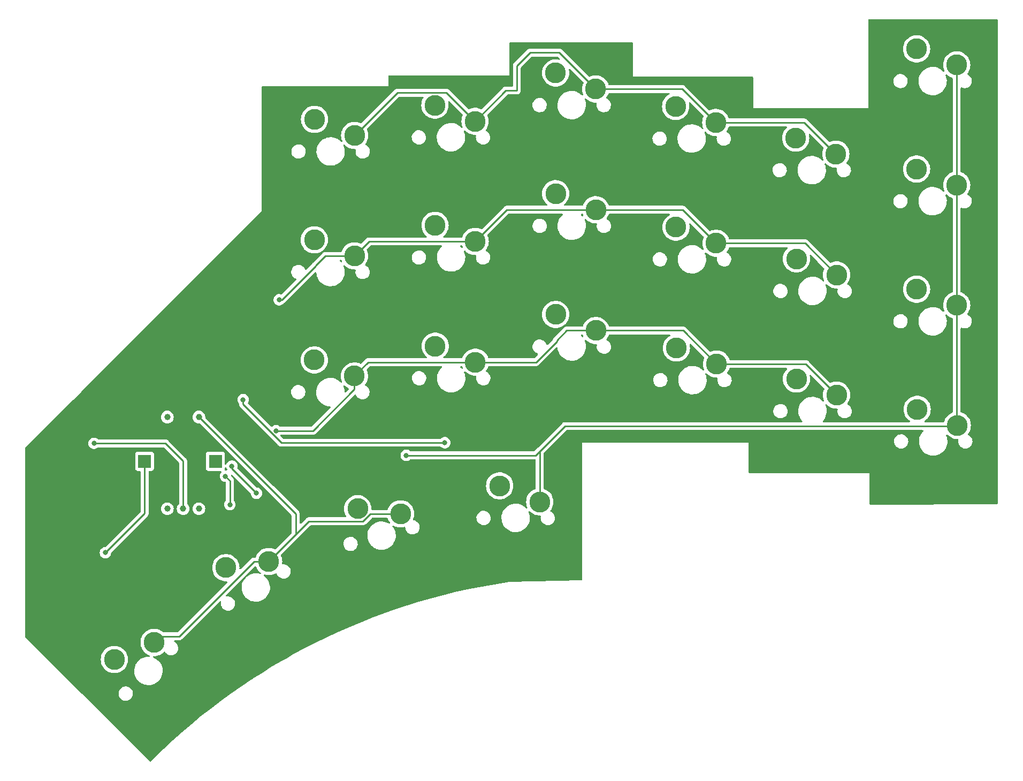
<source format=gbl>
G04 #@! TF.GenerationSoftware,KiCad,Pcbnew,7.0.10-7.0.10~ubuntu23.10.1*
G04 #@! TF.CreationDate,2024-01-07T20:04:01-05:00*
G04 #@! TF.ProjectId,Right PCB,52696768-7420-4504-9342-2e6b69636164,rev?*
G04 #@! TF.SameCoordinates,Original*
G04 #@! TF.FileFunction,Copper,L2,Bot*
G04 #@! TF.FilePolarity,Positive*
%FSLAX46Y46*%
G04 Gerber Fmt 4.6, Leading zero omitted, Abs format (unit mm)*
G04 Created by KiCad (PCBNEW 7.0.10-7.0.10~ubuntu23.10.1) date 2024-01-07 20:04:01*
%MOMM*%
%LPD*%
G01*
G04 APERTURE LIST*
G04 #@! TA.AperFunction,ComponentPad*
%ADD10C,3.300000*%
G04 #@! TD*
G04 #@! TA.AperFunction,ComponentPad*
%ADD11C,1.000000*%
G04 #@! TD*
G04 #@! TA.AperFunction,ComponentPad*
%ADD12R,2.000000X2.100000*%
G04 #@! TD*
G04 #@! TA.AperFunction,ViaPad*
%ADD13C,0.800000*%
G04 #@! TD*
G04 #@! TA.AperFunction,Conductor*
%ADD14C,0.250000*%
G04 #@! TD*
G04 APERTURE END LIST*
D10*
X110390000Y-56060000D03*
X104040000Y-53520000D03*
X167610000Y-99360000D03*
X161260000Y-96820000D03*
X129490000Y-50960000D03*
X123140000Y-48420000D03*
X186610000Y-47160000D03*
X180260000Y-44620000D03*
X120630000Y-116260000D03*
X114280000Y-113720000D03*
X186710000Y-104160000D03*
X180360000Y-101620000D03*
X186610000Y-85160000D03*
X180260000Y-82620000D03*
D11*
X61700000Y-117350000D03*
X66700000Y-117350000D03*
X64200000Y-117350000D03*
D12*
X58100000Y-109850000D03*
X69300000Y-109850000D03*
D11*
X61700000Y-102850000D03*
X66700000Y-102850000D03*
D10*
X148490000Y-56260000D03*
X142140000Y-53720000D03*
X91330000Y-77360000D03*
X84980000Y-74820000D03*
X91350000Y-58300000D03*
X85000000Y-55760000D03*
X98622777Y-118160448D03*
X91831748Y-117350497D03*
X129510000Y-70060000D03*
X123160000Y-67520000D03*
X110430000Y-94160000D03*
X104080000Y-91620000D03*
X148530000Y-75360000D03*
X142180000Y-72820000D03*
X186610000Y-66160000D03*
X180260000Y-63620000D03*
X129510000Y-89160000D03*
X123160000Y-86620000D03*
X148610000Y-94460000D03*
X142260000Y-91920000D03*
X91310000Y-96360000D03*
X84960000Y-93820000D03*
X110410000Y-75060000D03*
X104060000Y-72520000D03*
X167610000Y-80360000D03*
X161260000Y-77820000D03*
X77729557Y-125695295D03*
X70960295Y-126670591D03*
X59605924Y-138501974D03*
X53319744Y-141196051D03*
X167490000Y-61260000D03*
X161140000Y-58720000D03*
D13*
X50100000Y-107000000D03*
X51900000Y-124300000D03*
X105600000Y-106900000D03*
X73700000Y-100100000D03*
X70900000Y-112200000D03*
X71600000Y-116700000D03*
X71900000Y-110600000D03*
X75800000Y-114900000D03*
X99500000Y-108900000D03*
X78900000Y-105000000D03*
X79400000Y-84300000D03*
D14*
X50100000Y-107000000D02*
X61400000Y-107000000D01*
X61400000Y-107000000D02*
X64200000Y-109800000D01*
X64200000Y-109800000D02*
X64200000Y-117350000D01*
X51900000Y-124300000D02*
X58100000Y-118100000D01*
X58100000Y-118100000D02*
X58100000Y-109850000D01*
X105600000Y-106900000D02*
X105300000Y-106900000D01*
X79774695Y-106900000D02*
X105600000Y-106900000D01*
X73700000Y-100825305D02*
X79774695Y-106900000D01*
X73700000Y-100100000D02*
X73700000Y-100825305D01*
X70900000Y-112200000D02*
X70800000Y-112100000D01*
X71600000Y-112900000D02*
X70900000Y-112200000D01*
X71600000Y-116700000D02*
X71600000Y-112900000D01*
X71900000Y-110600000D02*
X71900000Y-110700000D01*
X71900000Y-111000000D02*
X71900000Y-110600000D01*
X75800000Y-114900000D02*
X71900000Y-111000000D01*
X124631100Y-104268900D02*
X120750000Y-108150000D01*
X120750000Y-108150000D02*
X120630000Y-108270000D01*
X99500000Y-108900000D02*
X120000000Y-108900000D01*
X120000000Y-108900000D02*
X120750000Y-108150000D01*
X78900000Y-105000000D02*
X84750131Y-105000000D01*
X84750131Y-105000000D02*
X91310000Y-98440131D01*
X91310000Y-98440131D02*
X91310000Y-96360000D01*
X84099355Y-119325497D02*
X82012426Y-121412426D01*
X82012426Y-121412426D02*
X77729557Y-125695295D01*
X82012426Y-118162426D02*
X82012426Y-121412426D01*
X66700000Y-102850000D02*
X82012426Y-118162426D01*
X79400000Y-84300000D02*
X79807767Y-84300000D01*
X79807767Y-84300000D02*
X85151100Y-78956667D01*
X85151100Y-78956667D02*
X85151100Y-78918769D01*
X85151100Y-78918769D02*
X86709869Y-77360000D01*
X86709869Y-77360000D02*
X91330000Y-77360000D01*
X77729557Y-125695295D02*
X75396105Y-125695295D01*
X75396105Y-125695295D02*
X63550000Y-137541400D01*
X60566498Y-137541400D02*
X59605924Y-138501974D01*
X63550000Y-137541400D02*
X60566498Y-137541400D01*
X98622777Y-118160448D02*
X93814869Y-118160448D01*
X93814869Y-118160448D02*
X92649820Y-119325497D01*
X92649820Y-119325497D02*
X84099355Y-119325497D01*
X186710000Y-104160000D02*
X186601100Y-104268900D01*
X186601100Y-104268900D02*
X124631100Y-104268900D01*
X120630000Y-108270000D02*
X120630000Y-116260000D01*
X186610000Y-85160000D02*
X186610000Y-104060000D01*
X186610000Y-104060000D02*
X186710000Y-104160000D01*
X186610000Y-66160000D02*
X186610000Y-85160000D01*
X186610000Y-47160000D02*
X186610000Y-66160000D01*
X148610000Y-94460000D02*
X162710000Y-94460000D01*
X162710000Y-94460000D02*
X167610000Y-99360000D01*
X129510000Y-89160000D02*
X143310000Y-89160000D01*
X143310000Y-89160000D02*
X148610000Y-94460000D01*
X110430000Y-94160000D02*
X120040000Y-94160000D01*
X120040000Y-94160000D02*
X123331100Y-90868900D01*
X123331100Y-90868900D02*
X123331100Y-90718769D01*
X123331100Y-90718769D02*
X124889869Y-89160000D01*
X124889869Y-89160000D02*
X129510000Y-89160000D01*
X91310000Y-96360000D02*
X93510000Y-94160000D01*
X93510000Y-94160000D02*
X110430000Y-94160000D01*
X148530000Y-75360000D02*
X162610000Y-75360000D01*
X162610000Y-75360000D02*
X167610000Y-80360000D01*
X129510000Y-70060000D02*
X143230000Y-70060000D01*
X143230000Y-70060000D02*
X148530000Y-75360000D01*
X110410000Y-75060000D02*
X115410000Y-70060000D01*
X115410000Y-70060000D02*
X129510000Y-70060000D01*
X91330000Y-77360000D02*
X93630000Y-75060000D01*
X93630000Y-75060000D02*
X110410000Y-75060000D01*
X148490000Y-56260000D02*
X162490000Y-56260000D01*
X162490000Y-56260000D02*
X167490000Y-61260000D01*
X129490000Y-50960000D02*
X143190000Y-50960000D01*
X143190000Y-50960000D02*
X148490000Y-56260000D01*
X117000000Y-47300000D02*
X119100000Y-45200000D01*
X117000000Y-51200000D02*
X117000000Y-47300000D01*
X110390000Y-56060000D02*
X115250000Y-51200000D01*
X123730000Y-45200000D02*
X129490000Y-50960000D01*
X115250000Y-51200000D02*
X117000000Y-51200000D01*
X119100000Y-45200000D02*
X123730000Y-45200000D01*
X91350000Y-58300000D02*
X98105000Y-51545000D01*
X98105000Y-51545000D02*
X105875000Y-51545000D01*
X105875000Y-51545000D02*
X110390000Y-56060000D01*
G04 #@! TA.AperFunction,NonConductor*
G36*
X193042539Y-39920185D02*
G01*
X193088294Y-39972989D01*
X193099500Y-40024500D01*
X193099500Y-116476111D01*
X193079815Y-116543150D01*
X193027011Y-116588905D01*
X192976111Y-116600109D01*
X172925111Y-116698883D01*
X172857975Y-116679529D01*
X172811961Y-116626951D01*
X172800500Y-116574885D01*
X172800500Y-111724759D01*
X172800528Y-111724616D01*
X172800524Y-111724616D01*
X172800539Y-111700002D01*
X172800541Y-111700000D01*
X172800462Y-111699808D01*
X172800384Y-111699618D01*
X172800380Y-111699614D01*
X172800194Y-111699538D01*
X172800002Y-111699459D01*
X172775446Y-111699459D01*
X172775240Y-111699500D01*
X153824500Y-111699500D01*
X153757461Y-111679815D01*
X153711706Y-111627011D01*
X153700500Y-111575500D01*
X153700500Y-106924759D01*
X153700528Y-106924616D01*
X153700524Y-106924616D01*
X153700539Y-106900002D01*
X153700541Y-106900000D01*
X153700462Y-106899808D01*
X153700384Y-106899618D01*
X153700380Y-106899614D01*
X153700194Y-106899538D01*
X153700002Y-106899459D01*
X153675446Y-106899459D01*
X153675240Y-106899500D01*
X127324760Y-106899500D01*
X127324554Y-106899459D01*
X127299998Y-106899459D01*
X127299807Y-106899538D01*
X127299619Y-106899615D01*
X127299615Y-106899618D01*
X127299459Y-106899999D01*
X127299476Y-106924616D01*
X127299471Y-106924616D01*
X127299500Y-106924759D01*
X127299500Y-128577999D01*
X127279815Y-128645038D01*
X127227011Y-128690793D01*
X127178015Y-128701973D01*
X115901495Y-128930703D01*
X115888745Y-128927238D01*
X115865282Y-128930576D01*
X115860772Y-128930955D01*
X115853671Y-128932235D01*
X114887913Y-129071211D01*
X112953173Y-129388172D01*
X111025044Y-129742725D01*
X111025010Y-129742732D01*
X109104093Y-130134766D01*
X109104086Y-130134767D01*
X109104074Y-130134770D01*
X107191149Y-130564126D01*
X105286995Y-131030629D01*
X103392201Y-131534138D01*
X101507612Y-132074424D01*
X99633933Y-132651288D01*
X99633900Y-132651299D01*
X97771766Y-133264543D01*
X97771744Y-133264550D01*
X97771731Y-133264555D01*
X95921914Y-133913926D01*
X94085118Y-134599175D01*
X92261886Y-135320102D01*
X90453123Y-136076351D01*
X88659426Y-136867669D01*
X86881460Y-137693763D01*
X85119889Y-138554326D01*
X83375448Y-139448998D01*
X81648714Y-140377484D01*
X80570774Y-140984450D01*
X79940404Y-141339398D01*
X78265961Y-142325660D01*
X78251117Y-142334403D01*
X76581598Y-143362057D01*
X75475236Y-144073134D01*
X75081160Y-144326413D01*
X74932296Y-144422090D01*
X73304024Y-145513973D01*
X71697272Y-146637382D01*
X70112763Y-147791808D01*
X68550923Y-148976944D01*
X67012530Y-150192198D01*
X65498070Y-151437184D01*
X64008109Y-152711442D01*
X62543266Y-154014437D01*
X61104095Y-155345678D01*
X59691012Y-156704783D01*
X59085925Y-157309858D01*
X59024602Y-157343342D01*
X58954910Y-157338357D01*
X58910564Y-157309857D01*
X48131114Y-146530406D01*
X53986456Y-146530406D01*
X53996683Y-146745105D01*
X54022315Y-146850761D01*
X54047359Y-146953994D01*
X54136650Y-147149514D01*
X54201105Y-147240028D01*
X54261331Y-147324604D01*
X54261336Y-147324610D01*
X54416890Y-147472929D01*
X54416892Y-147472930D01*
X54416893Y-147472931D01*
X54597716Y-147589139D01*
X54797264Y-147669026D01*
X54902794Y-147689365D01*
X55008323Y-147709704D01*
X55008324Y-147709704D01*
X55169408Y-147709704D01*
X55169414Y-147709704D01*
X55329767Y-147694392D01*
X55536005Y-147633835D01*
X55727055Y-147535342D01*
X55896013Y-147402472D01*
X56036772Y-147240028D01*
X56144244Y-147053881D01*
X56214546Y-146850758D01*
X56245135Y-146638001D01*
X56234908Y-146423300D01*
X56184233Y-146214414D01*
X56094942Y-146018894D01*
X55970262Y-145843805D01*
X55970260Y-145843803D01*
X55970255Y-145843797D01*
X55814701Y-145695478D01*
X55633876Y-145579269D01*
X55434326Y-145499381D01*
X55223269Y-145458704D01*
X55223268Y-145458704D01*
X55062178Y-145458704D01*
X54901825Y-145474016D01*
X54901821Y-145474017D01*
X54695589Y-145534572D01*
X54504532Y-145633068D01*
X54335581Y-145765933D01*
X54335578Y-145765937D01*
X54194817Y-145928382D01*
X54087349Y-146114523D01*
X54017047Y-146317646D01*
X54017046Y-146317648D01*
X53986457Y-146530404D01*
X53986456Y-146530406D01*
X48131114Y-146530406D01*
X42796759Y-141196051D01*
X51164219Y-141196051D01*
X51184295Y-141489562D01*
X51184296Y-141489564D01*
X51244148Y-141777594D01*
X51244153Y-141777610D01*
X51342671Y-142054813D01*
X51478022Y-142316028D01*
X51478026Y-142316034D01*
X51647676Y-142556374D01*
X51647679Y-142556377D01*
X51844335Y-142766944D01*
X51848487Y-142771389D01*
X51943979Y-142849077D01*
X52076695Y-142957050D01*
X52076697Y-142957051D01*
X52076698Y-142957052D01*
X52328063Y-143109911D01*
X52328068Y-143109913D01*
X52597898Y-143227116D01*
X52597903Y-143227118D01*
X52881189Y-143306491D01*
X53137425Y-143341710D01*
X53172645Y-143346551D01*
X53172646Y-143346551D01*
X53466843Y-143346551D01*
X53498264Y-143342231D01*
X53758299Y-143306491D01*
X54041585Y-143227118D01*
X54311426Y-143109910D01*
X54381546Y-143067269D01*
X56459731Y-143067269D01*
X56489808Y-143366244D01*
X56489809Y-143366251D01*
X56559466Y-143658543D01*
X56559469Y-143658555D01*
X56667464Y-143938955D01*
X56667471Y-143938970D01*
X56811877Y-144202477D01*
X56811881Y-144202483D01*
X56903194Y-144326414D01*
X56990121Y-144444392D01*
X57199019Y-144660391D01*
X57434844Y-144846620D01*
X57693385Y-144999754D01*
X57970031Y-145117062D01*
X57970034Y-145117062D01*
X57970037Y-145117064D01*
X58114937Y-145156756D01*
X58259844Y-145196450D01*
X58557653Y-145236502D01*
X58557658Y-145236502D01*
X58782939Y-145236502D01*
X58946411Y-145225558D01*
X59007717Y-145221454D01*
X59302185Y-145161601D01*
X59586049Y-145063033D01*
X59854241Y-144927509D01*
X60101978Y-144757448D01*
X60324837Y-144555884D01*
X60518841Y-144326414D01*
X60680529Y-144073134D01*
X60807016Y-143800562D01*
X60896044Y-143513564D01*
X60946024Y-143217260D01*
X60956065Y-142916938D01*
X60925987Y-142617957D01*
X60856328Y-142325653D01*
X60748329Y-142045242D01*
X60603919Y-141781727D01*
X60425675Y-141539812D01*
X60216777Y-141323813D01*
X60216770Y-141323807D01*
X59980953Y-141137585D01*
X59980954Y-141137585D01*
X59980952Y-141137584D01*
X59722411Y-140984450D01*
X59501165Y-140890633D01*
X59447132Y-140846341D01*
X59425621Y-140779864D01*
X59443466Y-140712312D01*
X59494999Y-140665130D01*
X59549575Y-140652474D01*
X59753023Y-140652474D01*
X59784444Y-140648154D01*
X60044479Y-140612414D01*
X60327765Y-140533041D01*
X60597606Y-140415833D01*
X60848973Y-140262973D01*
X61077184Y-140077309D01*
X61157097Y-139991742D01*
X61217241Y-139956184D01*
X61287062Y-139958787D01*
X61344392Y-139998724D01*
X61348720Y-140004442D01*
X61400608Y-140077309D01*
X61445535Y-140140400D01*
X61445540Y-140140406D01*
X61601094Y-140288725D01*
X61601096Y-140288726D01*
X61601097Y-140288727D01*
X61781920Y-140404935D01*
X61981468Y-140484822D01*
X62086998Y-140505161D01*
X62192527Y-140525500D01*
X62192528Y-140525500D01*
X62353612Y-140525500D01*
X62353618Y-140525500D01*
X62513971Y-140510188D01*
X62720209Y-140449631D01*
X62911259Y-140351138D01*
X63080217Y-140218268D01*
X63220976Y-140055824D01*
X63328448Y-139869677D01*
X63398750Y-139666554D01*
X63429339Y-139453797D01*
X63419112Y-139239096D01*
X63368437Y-139030210D01*
X63279146Y-138834690D01*
X63154466Y-138659601D01*
X63154464Y-138659599D01*
X63154459Y-138659593D01*
X62998905Y-138511274D01*
X62848265Y-138414464D01*
X62818312Y-138395214D01*
X62772559Y-138342412D01*
X62762615Y-138273253D01*
X62791640Y-138209697D01*
X62850418Y-138171923D01*
X62885353Y-138166900D01*
X63467257Y-138166900D01*
X63482877Y-138168624D01*
X63482904Y-138168339D01*
X63490660Y-138169071D01*
X63490667Y-138169073D01*
X63557873Y-138166961D01*
X63561768Y-138166900D01*
X63589346Y-138166900D01*
X63589350Y-138166900D01*
X63593324Y-138166397D01*
X63604963Y-138165480D01*
X63648627Y-138164109D01*
X63667869Y-138158517D01*
X63686912Y-138154574D01*
X63706792Y-138152064D01*
X63747401Y-138135985D01*
X63758444Y-138132203D01*
X63800390Y-138120018D01*
X63817629Y-138109822D01*
X63835103Y-138101262D01*
X63853727Y-138093888D01*
X63853727Y-138093887D01*
X63853732Y-138093886D01*
X63889083Y-138068200D01*
X63898814Y-138061808D01*
X63936420Y-138039570D01*
X63950589Y-138025399D01*
X63965379Y-138012768D01*
X63981587Y-138000994D01*
X64009438Y-137967326D01*
X64017279Y-137958709D01*
X69988662Y-131987327D01*
X70049983Y-131953844D01*
X70119675Y-131958828D01*
X70175608Y-132000700D01*
X70200025Y-132066164D01*
X70199079Y-132092657D01*
X70171252Y-132286199D01*
X70171251Y-132286202D01*
X70181478Y-132500901D01*
X70217964Y-132651299D01*
X70232154Y-132709790D01*
X70321445Y-132905310D01*
X70385900Y-132995824D01*
X70446126Y-133080400D01*
X70446131Y-133080406D01*
X70601685Y-133228725D01*
X70601687Y-133228726D01*
X70601688Y-133228727D01*
X70782511Y-133344935D01*
X70982059Y-133424822D01*
X71087589Y-133445161D01*
X71193118Y-133465500D01*
X71193119Y-133465500D01*
X71354203Y-133465500D01*
X71354209Y-133465500D01*
X71514562Y-133450188D01*
X71720800Y-133389631D01*
X71911850Y-133291138D01*
X72080808Y-133158268D01*
X72221567Y-132995824D01*
X72242907Y-132958863D01*
X72329037Y-132809680D01*
X72329039Y-132809677D01*
X72399341Y-132606554D01*
X72429930Y-132393797D01*
X72419703Y-132179096D01*
X72369028Y-131970210D01*
X72279737Y-131774690D01*
X72155057Y-131599601D01*
X72155055Y-131599599D01*
X72155050Y-131599593D01*
X71999496Y-131451274D01*
X71818671Y-131335065D01*
X71619121Y-131255177D01*
X71408064Y-131214500D01*
X71408063Y-131214500D01*
X71246973Y-131214500D01*
X71086620Y-131229812D01*
X71086613Y-131229813D01*
X71070805Y-131234455D01*
X71000935Y-131234453D01*
X70942158Y-131196677D01*
X70913136Y-131133120D01*
X70923081Y-131063962D01*
X70948190Y-131027799D01*
X73863357Y-128112633D01*
X73924679Y-128079149D01*
X73952232Y-128081119D01*
X73951430Y-128078587D01*
X73969685Y-128011144D01*
X73987718Y-127988272D01*
X75527021Y-126448969D01*
X75588342Y-126415486D01*
X75658034Y-126420470D01*
X75713967Y-126462342D01*
X75731540Y-126495127D01*
X75752479Y-126554046D01*
X75752482Y-126554052D01*
X75752483Y-126554055D01*
X75752485Y-126554059D01*
X75825355Y-126694690D01*
X75887835Y-126815272D01*
X75887839Y-126815278D01*
X76057489Y-127055618D01*
X76258300Y-127270633D01*
X76460338Y-127435003D01*
X76499918Y-127492580D01*
X76502087Y-127562416D01*
X76466155Y-127622338D01*
X76403531Y-127653322D01*
X76349323Y-127650785D01*
X76148059Y-127595653D01*
X76148056Y-127595652D01*
X76148054Y-127595652D01*
X75850245Y-127555600D01*
X75624967Y-127555600D01*
X75624959Y-127555600D01*
X75400183Y-127570647D01*
X75400174Y-127570649D01*
X75105710Y-127630501D01*
X74821847Y-127729069D01*
X74821844Y-127729071D01*
X74553662Y-127864589D01*
X74305918Y-128034655D01*
X74158579Y-128167915D01*
X74095655Y-128198285D01*
X74073818Y-128195617D01*
X74059869Y-128259742D01*
X74045730Y-128280373D01*
X73889058Y-128465685D01*
X73889056Y-128465688D01*
X73727366Y-128718972D01*
X73600886Y-128991531D01*
X73600882Y-128991540D01*
X73588092Y-129032772D01*
X73511854Y-129278535D01*
X73461874Y-129574842D01*
X73451833Y-129875167D01*
X73481910Y-130174142D01*
X73481911Y-130174149D01*
X73551568Y-130466441D01*
X73551571Y-130466453D01*
X73659566Y-130746853D01*
X73659573Y-130746868D01*
X73803979Y-131010375D01*
X73803983Y-131010381D01*
X73895296Y-131134312D01*
X73982223Y-131252290D01*
X74191121Y-131468289D01*
X74426946Y-131654518D01*
X74685487Y-131807652D01*
X74962133Y-131924960D01*
X74962136Y-131924960D01*
X74962139Y-131924962D01*
X75085771Y-131958828D01*
X75251946Y-132004348D01*
X75549755Y-132044400D01*
X75549760Y-132044400D01*
X75775041Y-132044400D01*
X75938513Y-132033456D01*
X75999819Y-132029352D01*
X76294287Y-131969499D01*
X76578151Y-131870931D01*
X76846343Y-131735407D01*
X77094080Y-131565346D01*
X77316939Y-131363782D01*
X77510943Y-131134312D01*
X77672631Y-130881032D01*
X77799118Y-130608460D01*
X77888146Y-130321462D01*
X77938126Y-130025158D01*
X77948167Y-129724836D01*
X77918089Y-129425855D01*
X77848430Y-129133551D01*
X77740431Y-128853140D01*
X77596021Y-128589625D01*
X77417777Y-128347710D01*
X77208879Y-128131711D01*
X77009932Y-127974604D01*
X76969520Y-127917611D01*
X76966337Y-127847814D01*
X77001394Y-127787375D01*
X77063561Y-127755485D01*
X77120237Y-127757889D01*
X77291002Y-127805735D01*
X77547238Y-127840954D01*
X77582458Y-127845795D01*
X77582459Y-127845795D01*
X77876656Y-127845795D01*
X77908077Y-127841475D01*
X78168112Y-127805735D01*
X78451398Y-127726362D01*
X78619554Y-127653322D01*
X78721231Y-127609158D01*
X78721234Y-127609156D01*
X78721239Y-127609154D01*
X78841852Y-127535807D01*
X78909356Y-127517794D01*
X78975887Y-127539137D01*
X79020316Y-127593061D01*
X79026783Y-127612522D01*
X79030971Y-127629786D01*
X79030975Y-127629797D01*
X79105209Y-127792348D01*
X79120263Y-127825310D01*
X79244943Y-128000399D01*
X79244944Y-128000400D01*
X79244949Y-128000406D01*
X79400503Y-128148725D01*
X79400505Y-128148726D01*
X79400506Y-128148727D01*
X79581329Y-128264935D01*
X79780877Y-128344822D01*
X79886407Y-128365161D01*
X79991936Y-128385500D01*
X79991937Y-128385500D01*
X80153021Y-128385500D01*
X80153027Y-128385500D01*
X80313380Y-128370188D01*
X80519618Y-128309631D01*
X80710668Y-128211138D01*
X80879626Y-128078268D01*
X81020385Y-127915824D01*
X81127857Y-127729677D01*
X81198159Y-127526554D01*
X81228748Y-127313797D01*
X81218521Y-127099096D01*
X81167846Y-126890210D01*
X81078555Y-126694690D01*
X80953875Y-126519601D01*
X80953873Y-126519599D01*
X80953868Y-126519593D01*
X80798314Y-126371274D01*
X80617489Y-126255065D01*
X80417939Y-126175177D01*
X80206882Y-126134500D01*
X80206881Y-126134500D01*
X80045791Y-126134500D01*
X80030519Y-126135958D01*
X79997863Y-126139076D01*
X79929256Y-126125852D01*
X79878690Y-126077635D01*
X79862219Y-126009735D01*
X79864672Y-125990407D01*
X79865005Y-125988806D01*
X79885082Y-125695295D01*
X79865005Y-125401784D01*
X79839281Y-125277991D01*
X79805152Y-125113751D01*
X79805147Y-125113735D01*
X79706632Y-124836539D01*
X79706629Y-124836532D01*
X79706629Y-124836531D01*
X79668604Y-124763147D01*
X79655239Y-124694570D01*
X79681072Y-124629652D01*
X79691013Y-124618428D01*
X81448438Y-122861003D01*
X89563757Y-122861003D01*
X89573984Y-123075702D01*
X89624660Y-123284592D01*
X89624662Y-123284596D01*
X89661539Y-123365346D01*
X89713951Y-123480111D01*
X89818629Y-123627111D01*
X89838632Y-123655201D01*
X89838637Y-123655207D01*
X89994191Y-123803526D01*
X89994193Y-123803527D01*
X89994194Y-123803528D01*
X90175017Y-123919736D01*
X90374565Y-123999623D01*
X90480095Y-124019962D01*
X90585624Y-124040301D01*
X90585625Y-124040301D01*
X90746709Y-124040301D01*
X90746715Y-124040301D01*
X90907068Y-124024989D01*
X91113306Y-123964432D01*
X91304356Y-123865939D01*
X91473314Y-123733069D01*
X91614073Y-123570625D01*
X91634405Y-123535410D01*
X91681107Y-123454518D01*
X91721545Y-123384478D01*
X91791847Y-123181355D01*
X91822436Y-122968598D01*
X91812209Y-122753897D01*
X91761534Y-122545011D01*
X91672243Y-122349491D01*
X91547563Y-122174402D01*
X91547561Y-122174400D01*
X91547556Y-122174394D01*
X91392002Y-122026075D01*
X91211177Y-121909866D01*
X91011627Y-121829978D01*
X90800570Y-121789301D01*
X90800569Y-121789301D01*
X90639479Y-121789301D01*
X90479126Y-121804613D01*
X90479122Y-121804614D01*
X90272890Y-121865169D01*
X90081833Y-121963665D01*
X89912882Y-122096530D01*
X89912879Y-122096534D01*
X89772118Y-122258979D01*
X89664650Y-122445120D01*
X89594348Y-122648243D01*
X89594347Y-122648245D01*
X89563758Y-122861001D01*
X89563757Y-122861003D01*
X81448438Y-122861003D01*
X82396214Y-121913227D01*
X82408468Y-121903412D01*
X82408285Y-121903190D01*
X82414293Y-121898218D01*
X82414303Y-121898212D01*
X82460344Y-121849182D01*
X82462990Y-121846451D01*
X82482546Y-121826897D01*
X82482547Y-121826893D01*
X82487915Y-121821527D01*
X82487923Y-121821517D01*
X84322127Y-119987316D01*
X84383450Y-119953831D01*
X84409808Y-119950997D01*
X92567077Y-119950997D01*
X92582697Y-119952721D01*
X92582724Y-119952436D01*
X92590480Y-119953168D01*
X92590487Y-119953170D01*
X92657693Y-119951058D01*
X92661588Y-119950997D01*
X92689166Y-119950997D01*
X92689170Y-119950997D01*
X92693144Y-119950494D01*
X92704783Y-119949577D01*
X92748447Y-119948206D01*
X92767689Y-119942614D01*
X92786732Y-119938671D01*
X92806612Y-119936161D01*
X92847221Y-119920082D01*
X92858264Y-119916300D01*
X92900210Y-119904115D01*
X92917449Y-119893919D01*
X92934923Y-119885359D01*
X92953547Y-119877985D01*
X92953547Y-119877984D01*
X92953552Y-119877983D01*
X92988903Y-119852297D01*
X92998634Y-119845905D01*
X93036240Y-119823667D01*
X93050409Y-119809496D01*
X93065199Y-119796865D01*
X93081407Y-119785091D01*
X93109258Y-119751423D01*
X93117099Y-119742806D01*
X94037641Y-118822267D01*
X94098964Y-118788782D01*
X94125322Y-118785948D01*
X96475274Y-118785948D01*
X96542313Y-118805633D01*
X96588068Y-118858437D01*
X96592114Y-118868423D01*
X96645699Y-119019199D01*
X96645702Y-119019205D01*
X96645703Y-119019208D01*
X96645705Y-119019212D01*
X96710037Y-119143366D01*
X96781055Y-119280425D01*
X96781059Y-119280431D01*
X96944737Y-119512310D01*
X96967316Y-119578431D01*
X96950563Y-119646262D01*
X96899796Y-119694268D01*
X96831135Y-119707207D01*
X96780241Y-119690508D01*
X96614521Y-119592352D01*
X96614516Y-119592349D01*
X96614513Y-119592348D01*
X96337867Y-119475040D01*
X96337860Y-119475037D01*
X96048059Y-119395653D01*
X96048056Y-119395652D01*
X96048054Y-119395652D01*
X95750245Y-119355600D01*
X95524967Y-119355600D01*
X95524959Y-119355600D01*
X95300183Y-119370647D01*
X95300174Y-119370649D01*
X95005710Y-119430501D01*
X94721847Y-119529069D01*
X94721844Y-119529071D01*
X94453662Y-119664589D01*
X94205918Y-119834655D01*
X93983062Y-120036216D01*
X93789058Y-120265686D01*
X93789056Y-120265688D01*
X93627366Y-120518972D01*
X93500886Y-120791531D01*
X93500882Y-120791540D01*
X93495884Y-120807652D01*
X93411854Y-121078535D01*
X93361874Y-121374842D01*
X93351833Y-121675167D01*
X93381910Y-121974142D01*
X93381911Y-121974149D01*
X93451568Y-122266441D01*
X93451571Y-122266453D01*
X93559566Y-122546853D01*
X93559573Y-122546868D01*
X93703979Y-122810375D01*
X93703983Y-122810381D01*
X93795296Y-122934312D01*
X93882223Y-123052290D01*
X93990050Y-123163782D01*
X94091120Y-123268288D01*
X94091127Y-123268294D01*
X94111766Y-123284592D01*
X94326946Y-123454518D01*
X94585487Y-123607652D01*
X94862133Y-123724960D01*
X94862136Y-123724960D01*
X94862139Y-123724962D01*
X94987107Y-123759194D01*
X95151946Y-123804348D01*
X95449755Y-123844400D01*
X95449760Y-123844400D01*
X95675041Y-123844400D01*
X95838513Y-123833456D01*
X95899819Y-123829352D01*
X96194287Y-123769499D01*
X96478151Y-123670931D01*
X96746343Y-123535407D01*
X96994080Y-123365346D01*
X97216939Y-123163782D01*
X97410943Y-122934312D01*
X97572631Y-122681032D01*
X97699118Y-122408460D01*
X97788146Y-122121462D01*
X97838126Y-121825158D01*
X97848167Y-121524836D01*
X97818089Y-121225855D01*
X97804542Y-121169011D01*
X97771260Y-121029352D01*
X97748430Y-120933551D01*
X97640431Y-120653140D01*
X97496021Y-120389625D01*
X97438051Y-120310948D01*
X97338406Y-120175708D01*
X97314487Y-120110060D01*
X97329857Y-120041902D01*
X97379636Y-119992874D01*
X97448020Y-119978541D01*
X97502663Y-119996206D01*
X97631096Y-120074308D01*
X97631101Y-120074310D01*
X97864544Y-120175708D01*
X97900936Y-120191515D01*
X98184222Y-120270888D01*
X98440458Y-120306107D01*
X98475678Y-120310948D01*
X98475679Y-120310948D01*
X98769876Y-120310948D01*
X98801297Y-120306628D01*
X99061332Y-120270888D01*
X99225347Y-120224933D01*
X99295211Y-120225801D01*
X99353516Y-120264302D01*
X99381749Y-120328213D01*
X99382662Y-120338435D01*
X99387790Y-120446100D01*
X99438466Y-120654990D01*
X99438468Y-120654994D01*
X99508184Y-120807652D01*
X99527757Y-120850509D01*
X99637305Y-121004348D01*
X99652438Y-121025599D01*
X99652443Y-121025605D01*
X99807997Y-121173924D01*
X99807999Y-121173925D01*
X99808000Y-121173926D01*
X99988823Y-121290134D01*
X100188371Y-121370021D01*
X100293901Y-121390360D01*
X100399430Y-121410699D01*
X100399431Y-121410699D01*
X100560515Y-121410699D01*
X100560521Y-121410699D01*
X100720874Y-121395387D01*
X100927112Y-121334830D01*
X101118162Y-121236337D01*
X101131489Y-121225857D01*
X101197524Y-121173926D01*
X101287120Y-121103467D01*
X101427879Y-120941023D01*
X101535351Y-120754876D01*
X101605653Y-120551753D01*
X101636242Y-120338996D01*
X101626015Y-120124295D01*
X101575340Y-119915409D01*
X101486049Y-119719889D01*
X101361369Y-119544800D01*
X101361367Y-119544798D01*
X101361362Y-119544792D01*
X101205808Y-119396473D01*
X101024983Y-119280264D01*
X100998538Y-119269677D01*
X100825435Y-119200377D01*
X100780829Y-119191780D01*
X100695749Y-119175382D01*
X100633647Y-119143366D01*
X100598712Y-119082857D01*
X100602037Y-119013066D01*
X100602377Y-119012098D01*
X100620572Y-118960904D01*
X100696876Y-118746202D01*
X110610660Y-118746202D01*
X110620887Y-118960901D01*
X110671563Y-119169791D01*
X110671565Y-119169795D01*
X110756419Y-119355600D01*
X110760854Y-119365310D01*
X110885534Y-119540399D01*
X110885535Y-119540400D01*
X110885540Y-119540406D01*
X111041094Y-119688725D01*
X111041096Y-119688726D01*
X111041097Y-119688727D01*
X111221920Y-119804935D01*
X111421468Y-119884822D01*
X111512335Y-119902335D01*
X111632527Y-119925500D01*
X111632528Y-119925500D01*
X111793612Y-119925500D01*
X111793618Y-119925500D01*
X111953971Y-119910188D01*
X112160209Y-119849631D01*
X112351259Y-119751138D01*
X112370785Y-119735783D01*
X112430621Y-119688727D01*
X112520217Y-119618268D01*
X112660976Y-119455824D01*
X112768448Y-119269677D01*
X112838750Y-119066554D01*
X112869339Y-118853797D01*
X112859112Y-118639096D01*
X112808437Y-118430210D01*
X112719146Y-118234690D01*
X112594466Y-118059601D01*
X112594464Y-118059599D01*
X112594459Y-118059593D01*
X112438905Y-117911274D01*
X112258080Y-117795065D01*
X112058530Y-117715177D01*
X111847473Y-117674500D01*
X111847472Y-117674500D01*
X111686382Y-117674500D01*
X111526029Y-117689812D01*
X111526025Y-117689813D01*
X111319793Y-117750368D01*
X111128736Y-117848864D01*
X110959785Y-117981729D01*
X110959782Y-117981733D01*
X110819021Y-118144178D01*
X110711553Y-118330319D01*
X110641251Y-118533442D01*
X110641250Y-118533444D01*
X110610661Y-118746200D01*
X110610660Y-118746202D01*
X100696876Y-118746202D01*
X100698369Y-118742002D01*
X100698369Y-118741997D01*
X100698372Y-118741991D01*
X100737821Y-118552147D01*
X100758225Y-118453959D01*
X100778302Y-118160448D01*
X100758225Y-117866937D01*
X100734002Y-117750368D01*
X100698372Y-117578904D01*
X100698367Y-117578888D01*
X100617020Y-117350000D01*
X100599849Y-117301684D01*
X100464499Y-117040472D01*
X100464498Y-117040470D01*
X100464494Y-117040464D01*
X100294844Y-116800124D01*
X100201243Y-116699902D01*
X100094037Y-116585113D01*
X100094035Y-116585112D01*
X100094033Y-116585109D01*
X99865822Y-116399446D01*
X99614457Y-116246587D01*
X99614452Y-116246585D01*
X99344622Y-116129382D01*
X99061337Y-116050009D01*
X99061333Y-116050008D01*
X99061332Y-116050008D01*
X98915603Y-116029978D01*
X98769876Y-116009948D01*
X98769875Y-116009948D01*
X98475679Y-116009948D01*
X98475678Y-116009948D01*
X98184222Y-116050008D01*
X98184216Y-116050009D01*
X97900931Y-116129382D01*
X97631101Y-116246585D01*
X97631096Y-116246587D01*
X97379731Y-116399446D01*
X97151520Y-116585109D01*
X96950709Y-116800124D01*
X96781059Y-117040464D01*
X96781055Y-117040470D01*
X96645702Y-117301690D01*
X96645699Y-117301696D01*
X96592114Y-117452473D01*
X96551116Y-117509050D01*
X96486039Y-117534480D01*
X96475274Y-117534948D01*
X94107428Y-117534948D01*
X94040389Y-117515263D01*
X93994634Y-117462459D01*
X93983717Y-117402486D01*
X93984317Y-117393710D01*
X93987273Y-117350497D01*
X93967196Y-117056986D01*
X93948136Y-116965266D01*
X93907343Y-116768953D01*
X93907338Y-116768937D01*
X93847490Y-116600541D01*
X93808820Y-116491733D01*
X93673470Y-116230521D01*
X93673469Y-116230519D01*
X93673465Y-116230513D01*
X93503815Y-115990173D01*
X93303004Y-115775158D01*
X93132816Y-115636700D01*
X93074797Y-115589498D01*
X93074795Y-115589497D01*
X93074793Y-115589495D01*
X92823428Y-115436636D01*
X92823423Y-115436634D01*
X92553593Y-115319431D01*
X92270308Y-115240058D01*
X92270304Y-115240057D01*
X92270303Y-115240057D01*
X92124574Y-115220027D01*
X91978847Y-115199997D01*
X91978846Y-115199997D01*
X91684650Y-115199997D01*
X91684649Y-115199997D01*
X91393193Y-115240057D01*
X91393187Y-115240058D01*
X91109902Y-115319431D01*
X90840072Y-115436634D01*
X90840067Y-115436636D01*
X90588702Y-115589495D01*
X90360491Y-115775158D01*
X90159680Y-115990173D01*
X89990030Y-116230513D01*
X89990026Y-116230519D01*
X89854675Y-116491734D01*
X89756157Y-116768937D01*
X89756152Y-116768953D01*
X89696300Y-117056983D01*
X89696299Y-117056985D01*
X89676223Y-117350497D01*
X89696299Y-117644008D01*
X89696300Y-117644010D01*
X89756152Y-117932040D01*
X89756157Y-117932056D01*
X89854675Y-118209259D01*
X89990025Y-118470472D01*
X90014037Y-118504489D01*
X90036615Y-118570611D01*
X90019861Y-118638442D01*
X89969095Y-118686447D01*
X89912732Y-118699997D01*
X84182092Y-118699997D01*
X84166475Y-118698273D01*
X84166448Y-118698559D01*
X84158686Y-118697824D01*
X84091499Y-118699936D01*
X84087605Y-118699997D01*
X84060005Y-118699997D01*
X84056317Y-118700462D01*
X84056004Y-118700502D01*
X84044386Y-118701415D01*
X84000732Y-118702787D01*
X84000722Y-118702789D01*
X83981489Y-118708376D01*
X83962449Y-118712319D01*
X83942572Y-118714831D01*
X83942565Y-118714832D01*
X83942563Y-118714833D01*
X83942561Y-118714833D01*
X83942560Y-118714834D01*
X83901939Y-118730916D01*
X83890892Y-118734698D01*
X83848966Y-118746879D01*
X83848963Y-118746880D01*
X83831718Y-118757078D01*
X83814256Y-118765632D01*
X83795627Y-118773008D01*
X83795622Y-118773011D01*
X83760281Y-118798686D01*
X83750523Y-118805096D01*
X83712935Y-118827325D01*
X83698763Y-118841497D01*
X83683978Y-118854125D01*
X83667767Y-118865904D01*
X83639926Y-118899556D01*
X83632066Y-118908193D01*
X82849607Y-119690653D01*
X82788284Y-119724138D01*
X82718593Y-119719154D01*
X82662659Y-119677282D01*
X82638242Y-119611818D01*
X82637926Y-119602972D01*
X82637926Y-118245168D01*
X82639650Y-118229548D01*
X82639365Y-118229521D01*
X82640099Y-118221759D01*
X82637987Y-118154538D01*
X82637926Y-118150644D01*
X82637926Y-118123082D01*
X82637926Y-118123076D01*
X82637422Y-118119094D01*
X82636507Y-118107455D01*
X82635529Y-118076324D01*
X82635136Y-118063799D01*
X82629545Y-118044556D01*
X82625599Y-118025504D01*
X82623090Y-118005634D01*
X82607005Y-117965009D01*
X82603230Y-117953981D01*
X82591044Y-117912036D01*
X82591043Y-117912034D01*
X82580845Y-117894790D01*
X82572284Y-117877314D01*
X82569742Y-117870895D01*
X82564912Y-117858694D01*
X82539231Y-117823347D01*
X82532835Y-117813608D01*
X82510597Y-117776006D01*
X82510595Y-117776004D01*
X82510592Y-117776000D01*
X82496431Y-117761839D01*
X82483796Y-117747046D01*
X82472019Y-117730838D01*
X82438371Y-117703002D01*
X82429730Y-117695139D01*
X78454591Y-113720000D01*
X112124475Y-113720000D01*
X112144551Y-114013511D01*
X112144552Y-114013513D01*
X112204404Y-114301543D01*
X112204409Y-114301559D01*
X112302927Y-114578762D01*
X112438278Y-114839977D01*
X112438282Y-114839983D01*
X112607932Y-115080323D01*
X112808743Y-115295338D01*
X112936384Y-115399181D01*
X113036951Y-115480999D01*
X113036953Y-115481000D01*
X113036954Y-115481001D01*
X113288319Y-115633860D01*
X113288324Y-115633862D01*
X113404095Y-115684148D01*
X113558159Y-115751067D01*
X113841445Y-115830440D01*
X114097681Y-115865659D01*
X114132901Y-115870500D01*
X114132902Y-115870500D01*
X114427099Y-115870500D01*
X114458520Y-115866180D01*
X114718555Y-115830440D01*
X115001841Y-115751067D01*
X115271682Y-115633859D01*
X115523049Y-115480999D01*
X115751260Y-115295335D01*
X115952065Y-115080326D01*
X116121722Y-114839976D01*
X116257072Y-114578764D01*
X116355592Y-114301554D01*
X116355592Y-114301549D01*
X116355595Y-114301543D01*
X116391849Y-114127075D01*
X116415448Y-114013511D01*
X116435525Y-113720000D01*
X116415448Y-113426489D01*
X116398089Y-113342955D01*
X116355595Y-113138456D01*
X116355590Y-113138440D01*
X116294694Y-112967096D01*
X116257072Y-112861236D01*
X116121722Y-112600024D01*
X116121721Y-112600022D01*
X116121717Y-112600016D01*
X115952067Y-112359676D01*
X115751256Y-112144661D01*
X115581068Y-112006203D01*
X115523049Y-111959001D01*
X115523047Y-111959000D01*
X115523045Y-111958998D01*
X115271680Y-111806139D01*
X115271675Y-111806137D01*
X115001845Y-111688934D01*
X114718560Y-111609561D01*
X114718556Y-111609560D01*
X114718555Y-111609560D01*
X114572826Y-111589530D01*
X114427099Y-111569500D01*
X114427098Y-111569500D01*
X114132902Y-111569500D01*
X114132901Y-111569500D01*
X113841445Y-111609560D01*
X113841439Y-111609561D01*
X113558154Y-111688934D01*
X113288324Y-111806137D01*
X113288319Y-111806139D01*
X113036954Y-111958998D01*
X112808743Y-112144661D01*
X112607932Y-112359676D01*
X112438282Y-112600016D01*
X112438278Y-112600022D01*
X112302927Y-112861237D01*
X112204409Y-113138440D01*
X112204404Y-113138456D01*
X112144552Y-113426486D01*
X112144551Y-113426488D01*
X112124475Y-113720000D01*
X78454591Y-113720000D01*
X67735984Y-103001393D01*
X67702499Y-102940070D01*
X67700262Y-102901561D01*
X67705341Y-102850000D01*
X67686024Y-102653868D01*
X67628814Y-102465273D01*
X67628811Y-102465269D01*
X67628811Y-102465266D01*
X67535913Y-102291467D01*
X67535909Y-102291460D01*
X67410883Y-102139116D01*
X67258539Y-102014090D01*
X67258532Y-102014086D01*
X67084733Y-101921188D01*
X67084727Y-101921186D01*
X66896132Y-101863976D01*
X66896129Y-101863975D01*
X66700000Y-101844659D01*
X66503870Y-101863975D01*
X66315266Y-101921188D01*
X66141467Y-102014086D01*
X66141460Y-102014090D01*
X65989116Y-102139116D01*
X65864090Y-102291460D01*
X65864086Y-102291467D01*
X65771188Y-102465266D01*
X65713975Y-102653870D01*
X65694659Y-102850000D01*
X65713975Y-103046129D01*
X65713976Y-103046132D01*
X65771060Y-103234313D01*
X65771188Y-103234733D01*
X65864086Y-103408532D01*
X65864090Y-103408539D01*
X65989116Y-103560883D01*
X66141460Y-103685909D01*
X66141467Y-103685913D01*
X66315266Y-103778811D01*
X66315269Y-103778811D01*
X66315273Y-103778814D01*
X66503868Y-103836024D01*
X66700000Y-103855341D01*
X66751560Y-103850262D01*
X66820203Y-103863280D01*
X66851394Y-103885984D01*
X81350607Y-118385197D01*
X81384092Y-118446520D01*
X81386926Y-118472878D01*
X81386926Y-121101972D01*
X81367241Y-121169011D01*
X81350607Y-121189653D01*
X78807118Y-123733141D01*
X78745795Y-123766626D01*
X78676103Y-123761642D01*
X78670036Y-123759194D01*
X78451402Y-123664229D01*
X78168117Y-123584856D01*
X78168113Y-123584855D01*
X78168112Y-123584855D01*
X78022383Y-123564825D01*
X77876656Y-123544795D01*
X77876655Y-123544795D01*
X77582459Y-123544795D01*
X77582458Y-123544795D01*
X77291002Y-123584855D01*
X77290996Y-123584856D01*
X77007711Y-123664229D01*
X76737881Y-123781432D01*
X76737876Y-123781434D01*
X76486511Y-123934293D01*
X76258300Y-124119956D01*
X76057489Y-124334971D01*
X75887839Y-124575311D01*
X75887835Y-124575317D01*
X75752482Y-124836537D01*
X75752479Y-124836543D01*
X75698894Y-124987320D01*
X75657896Y-125043897D01*
X75592819Y-125069327D01*
X75582054Y-125069795D01*
X75478842Y-125069795D01*
X75463225Y-125068071D01*
X75463198Y-125068357D01*
X75455436Y-125067622D01*
X75388249Y-125069734D01*
X75384355Y-125069795D01*
X75356755Y-125069795D01*
X75353067Y-125070260D01*
X75352754Y-125070300D01*
X75341136Y-125071213D01*
X75297477Y-125072585D01*
X75297474Y-125072586D01*
X75278231Y-125078176D01*
X75259188Y-125082120D01*
X75239309Y-125084631D01*
X75239308Y-125084632D01*
X75198698Y-125100710D01*
X75187653Y-125104492D01*
X75145713Y-125116678D01*
X75145709Y-125116680D01*
X75128470Y-125126875D01*
X75111003Y-125135432D01*
X75092374Y-125142807D01*
X75092372Y-125142809D01*
X75057031Y-125168484D01*
X75047273Y-125174894D01*
X75009685Y-125197123D01*
X74995513Y-125211295D01*
X74980728Y-125223923D01*
X74964517Y-125235702D01*
X74936676Y-125269354D01*
X74928816Y-125277991D01*
X73318925Y-126887882D01*
X73257602Y-126921367D01*
X73187910Y-126916383D01*
X73131977Y-126874511D01*
X73107560Y-126809047D01*
X73107533Y-126791739D01*
X73115820Y-126670591D01*
X73095743Y-126377080D01*
X73070388Y-126255065D01*
X73035890Y-126089047D01*
X73035885Y-126089031D01*
X72937367Y-125811828D01*
X72937367Y-125811827D01*
X72802017Y-125550615D01*
X72802016Y-125550613D01*
X72802012Y-125550607D01*
X72632362Y-125310267D01*
X72493088Y-125161142D01*
X72431555Y-125095256D01*
X72431553Y-125095255D01*
X72431551Y-125095252D01*
X72203340Y-124909589D01*
X71951975Y-124756730D01*
X71951970Y-124756728D01*
X71682140Y-124639525D01*
X71398855Y-124560152D01*
X71398851Y-124560151D01*
X71398850Y-124560151D01*
X71253121Y-124540121D01*
X71107394Y-124520091D01*
X71107393Y-124520091D01*
X70813197Y-124520091D01*
X70813196Y-124520091D01*
X70521740Y-124560151D01*
X70521734Y-124560152D01*
X70238449Y-124639525D01*
X69968619Y-124756728D01*
X69968614Y-124756730D01*
X69717249Y-124909589D01*
X69489038Y-125095252D01*
X69288227Y-125310267D01*
X69118577Y-125550607D01*
X69118573Y-125550613D01*
X68983222Y-125811828D01*
X68884704Y-126089031D01*
X68884699Y-126089047D01*
X68824847Y-126377077D01*
X68824846Y-126377079D01*
X68804770Y-126670591D01*
X68824846Y-126964102D01*
X68824847Y-126964104D01*
X68884699Y-127252134D01*
X68884704Y-127252150D01*
X68983222Y-127529353D01*
X69118573Y-127790568D01*
X69118577Y-127790574D01*
X69288227Y-128030914D01*
X69364549Y-128112634D01*
X69479968Y-128236218D01*
X69489038Y-128245929D01*
X69610594Y-128344822D01*
X69717246Y-128431590D01*
X69717248Y-128431591D01*
X69717249Y-128431592D01*
X69968614Y-128584451D01*
X69968619Y-128584453D01*
X70235882Y-128700541D01*
X70238454Y-128701658D01*
X70521740Y-128781031D01*
X70777976Y-128816250D01*
X70813196Y-128821091D01*
X71086355Y-128821091D01*
X71153394Y-128840776D01*
X71199149Y-128893580D01*
X71209093Y-128962738D01*
X71180068Y-129026294D01*
X71174036Y-129032772D01*
X63327228Y-136879581D01*
X63265905Y-136913066D01*
X63239547Y-136915900D01*
X61108054Y-136915900D01*
X61041015Y-136896215D01*
X61029799Y-136888088D01*
X60848969Y-136740972D01*
X60597604Y-136588113D01*
X60597599Y-136588111D01*
X60327769Y-136470908D01*
X60044484Y-136391535D01*
X60044480Y-136391534D01*
X60044479Y-136391534D01*
X59898750Y-136371504D01*
X59753023Y-136351474D01*
X59753022Y-136351474D01*
X59458826Y-136351474D01*
X59458825Y-136351474D01*
X59167369Y-136391534D01*
X59167363Y-136391535D01*
X58884078Y-136470908D01*
X58614248Y-136588111D01*
X58614243Y-136588113D01*
X58362878Y-136740972D01*
X58134667Y-136926635D01*
X57933856Y-137141650D01*
X57764206Y-137381990D01*
X57764202Y-137381996D01*
X57628851Y-137643211D01*
X57530333Y-137920414D01*
X57530328Y-137920430D01*
X57470476Y-138208460D01*
X57470475Y-138208462D01*
X57450399Y-138501974D01*
X57470475Y-138795485D01*
X57470476Y-138795487D01*
X57530328Y-139083517D01*
X57530333Y-139083533D01*
X57628851Y-139360736D01*
X57764202Y-139621951D01*
X57764206Y-139621957D01*
X57933856Y-139862297D01*
X57940751Y-139869680D01*
X58114598Y-140055824D01*
X58134667Y-140077312D01*
X58212212Y-140140399D01*
X58362875Y-140262973D01*
X58362877Y-140262974D01*
X58362878Y-140262975D01*
X58614243Y-140415834D01*
X58614248Y-140415836D01*
X58830962Y-140509968D01*
X58884610Y-140554731D01*
X58905539Y-140621392D01*
X58887107Y-140688787D01*
X58835165Y-140735517D01*
X58781561Y-140747702D01*
X58632857Y-140747702D01*
X58408081Y-140762749D01*
X58408072Y-140762751D01*
X58113608Y-140822603D01*
X57829745Y-140921171D01*
X57829742Y-140921173D01*
X57561560Y-141056691D01*
X57313816Y-141226757D01*
X57090960Y-141428318D01*
X56896956Y-141657788D01*
X56896954Y-141657790D01*
X56735264Y-141911074D01*
X56668562Y-142054815D01*
X56608780Y-142183642D01*
X56575669Y-142290378D01*
X56519752Y-142470637D01*
X56469772Y-142766944D01*
X56459731Y-143067269D01*
X54381546Y-143067269D01*
X54562793Y-142957050D01*
X54791004Y-142771386D01*
X54991809Y-142556377D01*
X55161466Y-142316027D01*
X55296816Y-142054815D01*
X55395336Y-141777605D01*
X55395336Y-141777600D01*
X55395339Y-141777594D01*
X55428255Y-141619186D01*
X55455192Y-141489562D01*
X55475269Y-141196051D01*
X55455192Y-140902540D01*
X55426144Y-140762751D01*
X55395339Y-140614507D01*
X55395334Y-140614491D01*
X55320858Y-140404935D01*
X55296816Y-140337287D01*
X55161466Y-140076075D01*
X55161465Y-140076073D01*
X55161461Y-140076067D01*
X54991811Y-139835727D01*
X54924874Y-139764055D01*
X54791004Y-139620716D01*
X54791002Y-139620715D01*
X54791000Y-139620712D01*
X54620812Y-139482254D01*
X54562793Y-139435052D01*
X54562791Y-139435051D01*
X54562789Y-139435049D01*
X54311424Y-139282190D01*
X54311419Y-139282188D01*
X54041589Y-139164985D01*
X53758304Y-139085612D01*
X53758300Y-139085611D01*
X53758299Y-139085611D01*
X53612570Y-139065581D01*
X53466843Y-139045551D01*
X53466842Y-139045551D01*
X53172646Y-139045551D01*
X53172645Y-139045551D01*
X52881189Y-139085611D01*
X52881183Y-139085612D01*
X52597898Y-139164985D01*
X52328068Y-139282188D01*
X52328063Y-139282190D01*
X52076698Y-139435049D01*
X51848487Y-139620712D01*
X51647676Y-139835727D01*
X51478026Y-140076067D01*
X51478022Y-140076073D01*
X51342671Y-140337288D01*
X51244153Y-140614491D01*
X51244148Y-140614507D01*
X51184296Y-140902537D01*
X51184295Y-140902539D01*
X51164219Y-141196051D01*
X42796759Y-141196051D01*
X39236819Y-137636111D01*
X39203334Y-137574788D01*
X39200500Y-137548430D01*
X39200500Y-124300000D01*
X50994540Y-124300000D01*
X51014326Y-124488256D01*
X51014327Y-124488259D01*
X51072818Y-124668277D01*
X51072821Y-124668284D01*
X51167467Y-124832216D01*
X51237137Y-124909592D01*
X51294129Y-124972888D01*
X51447265Y-125084148D01*
X51447270Y-125084151D01*
X51620192Y-125161142D01*
X51620197Y-125161144D01*
X51805354Y-125200500D01*
X51805355Y-125200500D01*
X51994644Y-125200500D01*
X51994646Y-125200500D01*
X52179803Y-125161144D01*
X52352730Y-125084151D01*
X52505871Y-124972888D01*
X52632533Y-124832216D01*
X52727179Y-124668284D01*
X52785674Y-124488256D01*
X52803321Y-124320345D01*
X52829905Y-124255732D01*
X52838952Y-124245636D01*
X58483788Y-118600801D01*
X58496042Y-118590986D01*
X58495859Y-118590764D01*
X58501868Y-118585791D01*
X58501877Y-118585786D01*
X58547949Y-118536722D01*
X58550566Y-118534023D01*
X58570120Y-118514471D01*
X58572576Y-118511303D01*
X58580156Y-118502427D01*
X58610062Y-118470582D01*
X58619713Y-118453024D01*
X58630396Y-118436761D01*
X58642673Y-118420936D01*
X58660021Y-118380844D01*
X58665151Y-118370371D01*
X58686197Y-118332092D01*
X58691180Y-118312680D01*
X58697481Y-118294280D01*
X58705437Y-118275896D01*
X58712270Y-118232748D01*
X58714633Y-118221338D01*
X58725500Y-118179019D01*
X58725500Y-118158983D01*
X58727027Y-118139582D01*
X58730160Y-118119804D01*
X58726050Y-118076324D01*
X58725500Y-118064655D01*
X58725500Y-117350000D01*
X60694659Y-117350000D01*
X60713975Y-117546129D01*
X60713976Y-117546132D01*
X60757561Y-117689813D01*
X60771188Y-117734733D01*
X60864086Y-117908532D01*
X60864090Y-117908539D01*
X60989116Y-118060883D01*
X61141460Y-118185909D01*
X61141467Y-118185913D01*
X61315266Y-118278811D01*
X61315269Y-118278811D01*
X61315273Y-118278814D01*
X61503868Y-118336024D01*
X61700000Y-118355341D01*
X61896132Y-118336024D01*
X62084727Y-118278814D01*
X62085244Y-118278538D01*
X62176948Y-118229521D01*
X62258538Y-118185910D01*
X62410883Y-118060883D01*
X62535910Y-117908538D01*
X62620454Y-117750368D01*
X62628811Y-117734733D01*
X62628811Y-117734732D01*
X62628814Y-117734727D01*
X62686024Y-117546132D01*
X62705341Y-117350000D01*
X62686024Y-117153868D01*
X62628814Y-116965273D01*
X62628811Y-116965269D01*
X62628811Y-116965266D01*
X62535913Y-116791467D01*
X62535909Y-116791460D01*
X62410883Y-116639116D01*
X62258539Y-116514090D01*
X62258532Y-116514086D01*
X62084733Y-116421188D01*
X62084727Y-116421186D01*
X61896132Y-116363976D01*
X61896129Y-116363975D01*
X61700000Y-116344659D01*
X61503870Y-116363975D01*
X61315266Y-116421188D01*
X61141467Y-116514086D01*
X61141460Y-116514090D01*
X60989116Y-116639116D01*
X60864090Y-116791460D01*
X60864086Y-116791467D01*
X60771188Y-116965266D01*
X60713975Y-117153870D01*
X60694659Y-117350000D01*
X58725500Y-117350000D01*
X58725500Y-111524499D01*
X58745185Y-111457460D01*
X58797989Y-111411705D01*
X58849500Y-111400499D01*
X59147871Y-111400499D01*
X59147872Y-111400499D01*
X59207483Y-111394091D01*
X59342331Y-111343796D01*
X59457546Y-111257546D01*
X59543796Y-111142331D01*
X59594091Y-111007483D01*
X59600500Y-110947873D01*
X59600499Y-108752128D01*
X59594091Y-108692517D01*
X59572791Y-108635410D01*
X59543797Y-108557671D01*
X59543793Y-108557664D01*
X59457547Y-108442455D01*
X59457544Y-108442452D01*
X59342335Y-108356206D01*
X59342328Y-108356202D01*
X59207482Y-108305908D01*
X59207483Y-108305908D01*
X59147883Y-108299501D01*
X59147881Y-108299500D01*
X59147873Y-108299500D01*
X59147864Y-108299500D01*
X57052129Y-108299500D01*
X57052123Y-108299501D01*
X56992516Y-108305908D01*
X56857671Y-108356202D01*
X56857664Y-108356206D01*
X56742455Y-108442452D01*
X56742452Y-108442455D01*
X56656206Y-108557664D01*
X56656202Y-108557671D01*
X56605908Y-108692517D01*
X56599501Y-108752116D01*
X56599501Y-108752123D01*
X56599500Y-108752135D01*
X56599500Y-110947870D01*
X56599501Y-110947876D01*
X56605908Y-111007483D01*
X56656202Y-111142328D01*
X56656206Y-111142335D01*
X56742452Y-111257544D01*
X56742455Y-111257547D01*
X56857664Y-111343793D01*
X56857671Y-111343797D01*
X56902618Y-111360561D01*
X56992517Y-111394091D01*
X57052127Y-111400500D01*
X57350500Y-111400499D01*
X57417539Y-111420183D01*
X57463294Y-111472987D01*
X57474500Y-111524499D01*
X57474500Y-117789547D01*
X57454815Y-117856586D01*
X57438181Y-117877228D01*
X51952228Y-123363181D01*
X51890905Y-123396666D01*
X51864547Y-123399500D01*
X51805354Y-123399500D01*
X51772897Y-123406398D01*
X51620197Y-123438855D01*
X51620192Y-123438857D01*
X51447270Y-123515848D01*
X51447265Y-123515851D01*
X51294129Y-123627111D01*
X51167466Y-123767785D01*
X51072821Y-123931715D01*
X51072818Y-123931722D01*
X51037539Y-124040301D01*
X51014326Y-124111744D01*
X50994540Y-124300000D01*
X39200500Y-124300000D01*
X39200500Y-107751568D01*
X39220185Y-107684529D01*
X39236814Y-107663892D01*
X39900706Y-107000000D01*
X49194540Y-107000000D01*
X49214326Y-107188256D01*
X49214327Y-107188259D01*
X49272818Y-107368277D01*
X49272821Y-107368284D01*
X49367467Y-107532216D01*
X49474545Y-107651138D01*
X49494129Y-107672888D01*
X49647265Y-107784148D01*
X49647270Y-107784151D01*
X49820192Y-107861142D01*
X49820197Y-107861144D01*
X50005354Y-107900500D01*
X50005355Y-107900500D01*
X50194644Y-107900500D01*
X50194646Y-107900500D01*
X50379803Y-107861144D01*
X50552730Y-107784151D01*
X50705871Y-107672888D01*
X50708788Y-107669647D01*
X50711600Y-107666526D01*
X50771087Y-107629879D01*
X50803748Y-107625500D01*
X61089548Y-107625500D01*
X61156587Y-107645185D01*
X61177229Y-107661819D01*
X63538181Y-110022771D01*
X63571666Y-110084094D01*
X63574500Y-110110452D01*
X63574500Y-116510397D01*
X63554815Y-116577436D01*
X63529166Y-116606249D01*
X63489114Y-116639118D01*
X63364090Y-116791460D01*
X63364086Y-116791467D01*
X63271188Y-116965266D01*
X63213975Y-117153870D01*
X63194659Y-117350000D01*
X63213975Y-117546129D01*
X63213976Y-117546132D01*
X63257561Y-117689813D01*
X63271188Y-117734733D01*
X63364086Y-117908532D01*
X63364090Y-117908539D01*
X63489116Y-118060883D01*
X63641460Y-118185909D01*
X63641467Y-118185913D01*
X63815266Y-118278811D01*
X63815269Y-118278811D01*
X63815273Y-118278814D01*
X64003868Y-118336024D01*
X64200000Y-118355341D01*
X64396132Y-118336024D01*
X64584727Y-118278814D01*
X64585244Y-118278538D01*
X64676948Y-118229521D01*
X64758538Y-118185910D01*
X64910883Y-118060883D01*
X65035910Y-117908538D01*
X65120454Y-117750368D01*
X65128811Y-117734733D01*
X65128811Y-117734732D01*
X65128814Y-117734727D01*
X65186024Y-117546132D01*
X65205341Y-117350000D01*
X65694659Y-117350000D01*
X65713975Y-117546129D01*
X65713976Y-117546132D01*
X65757561Y-117689813D01*
X65771188Y-117734733D01*
X65864086Y-117908532D01*
X65864090Y-117908539D01*
X65989116Y-118060883D01*
X66141460Y-118185909D01*
X66141467Y-118185913D01*
X66315266Y-118278811D01*
X66315269Y-118278811D01*
X66315273Y-118278814D01*
X66503868Y-118336024D01*
X66700000Y-118355341D01*
X66896132Y-118336024D01*
X67084727Y-118278814D01*
X67085244Y-118278538D01*
X67176948Y-118229521D01*
X67258538Y-118185910D01*
X67410883Y-118060883D01*
X67535910Y-117908538D01*
X67620454Y-117750368D01*
X67628811Y-117734733D01*
X67628811Y-117734732D01*
X67628814Y-117734727D01*
X67686024Y-117546132D01*
X67705341Y-117350000D01*
X67686024Y-117153868D01*
X67628814Y-116965273D01*
X67628811Y-116965269D01*
X67628811Y-116965266D01*
X67535913Y-116791467D01*
X67535909Y-116791460D01*
X67410883Y-116639116D01*
X67258539Y-116514090D01*
X67258532Y-116514086D01*
X67084733Y-116421188D01*
X67084727Y-116421186D01*
X66896132Y-116363976D01*
X66896129Y-116363975D01*
X66700000Y-116344659D01*
X66503870Y-116363975D01*
X66315266Y-116421188D01*
X66141467Y-116514086D01*
X66141460Y-116514090D01*
X65989116Y-116639116D01*
X65864090Y-116791460D01*
X65864086Y-116791467D01*
X65771188Y-116965266D01*
X65713975Y-117153870D01*
X65694659Y-117350000D01*
X65205341Y-117350000D01*
X65186024Y-117153868D01*
X65128814Y-116965273D01*
X65128811Y-116965269D01*
X65128811Y-116965266D01*
X65035913Y-116791467D01*
X65035909Y-116791460D01*
X64910885Y-116639118D01*
X64870834Y-116606249D01*
X64831500Y-116548503D01*
X64825500Y-116510397D01*
X64825500Y-110947870D01*
X67799500Y-110947870D01*
X67799501Y-110947876D01*
X67805908Y-111007483D01*
X67856202Y-111142328D01*
X67856206Y-111142335D01*
X67942452Y-111257544D01*
X67942455Y-111257547D01*
X68057664Y-111343793D01*
X68057671Y-111343797D01*
X68192517Y-111394091D01*
X68192516Y-111394091D01*
X68199444Y-111394835D01*
X68252127Y-111400500D01*
X70129623Y-111400499D01*
X70196662Y-111420184D01*
X70242417Y-111472987D01*
X70252361Y-111542146D01*
X70223336Y-111605702D01*
X70221773Y-111607471D01*
X70167466Y-111667785D01*
X70072821Y-111831715D01*
X70072818Y-111831722D01*
X70014327Y-112011740D01*
X70014326Y-112011744D01*
X69994540Y-112200000D01*
X70014326Y-112388256D01*
X70014327Y-112388259D01*
X70072818Y-112568277D01*
X70072821Y-112568284D01*
X70167467Y-112732216D01*
X70283638Y-112861237D01*
X70294129Y-112872888D01*
X70447265Y-112984148D01*
X70447270Y-112984151D01*
X70620192Y-113061142D01*
X70620197Y-113061144D01*
X70805354Y-113100500D01*
X70850500Y-113100500D01*
X70917539Y-113120185D01*
X70963294Y-113172989D01*
X70974500Y-113224500D01*
X70974500Y-116001312D01*
X70954815Y-116068351D01*
X70942650Y-116084284D01*
X70867466Y-116167784D01*
X70772821Y-116331715D01*
X70772818Y-116331722D01*
X70714327Y-116511740D01*
X70714326Y-116511744D01*
X70694540Y-116700000D01*
X70714326Y-116888256D01*
X70714327Y-116888259D01*
X70772818Y-117068277D01*
X70772821Y-117068284D01*
X70867467Y-117232216D01*
X70973968Y-117350497D01*
X70994129Y-117372888D01*
X71147265Y-117484148D01*
X71147270Y-117484151D01*
X71320192Y-117561142D01*
X71320197Y-117561144D01*
X71505354Y-117600500D01*
X71505355Y-117600500D01*
X71694644Y-117600500D01*
X71694646Y-117600500D01*
X71879803Y-117561144D01*
X72052730Y-117484151D01*
X72205871Y-117372888D01*
X72332533Y-117232216D01*
X72427179Y-117068284D01*
X72485674Y-116888256D01*
X72505460Y-116700000D01*
X72485674Y-116511744D01*
X72427179Y-116331716D01*
X72332533Y-116167784D01*
X72297955Y-116129381D01*
X72257350Y-116084284D01*
X72227120Y-116021292D01*
X72225500Y-116001312D01*
X72225500Y-112982737D01*
X72227224Y-112967123D01*
X72226938Y-112967096D01*
X72227672Y-112959333D01*
X72225561Y-112892143D01*
X72225500Y-112888249D01*
X72225500Y-112860651D01*
X72225500Y-112860650D01*
X72224997Y-112856670D01*
X72224080Y-112845021D01*
X72222709Y-112801374D01*
X72222709Y-112801372D01*
X72217120Y-112782137D01*
X72213174Y-112763084D01*
X72210664Y-112743208D01*
X72194578Y-112702581D01*
X72190803Y-112691554D01*
X72178617Y-112649610D01*
X72168421Y-112632369D01*
X72159860Y-112614893D01*
X72152486Y-112596269D01*
X72152483Y-112596263D01*
X72138425Y-112576914D01*
X72126809Y-112560926D01*
X72120412Y-112551190D01*
X72098170Y-112513579D01*
X72098167Y-112513576D01*
X72098165Y-112513573D01*
X72084005Y-112499413D01*
X72071370Y-112484620D01*
X72059593Y-112468412D01*
X72025945Y-112440576D01*
X72017304Y-112432713D01*
X71838960Y-112254369D01*
X71805475Y-112193046D01*
X71803323Y-112179671D01*
X71793913Y-112090143D01*
X71806482Y-112021419D01*
X71854214Y-111970395D01*
X71921955Y-111953277D01*
X71988196Y-111975499D01*
X72004915Y-111989506D01*
X74861038Y-114845629D01*
X74894523Y-114906952D01*
X74896678Y-114920348D01*
X74904968Y-114999227D01*
X74914326Y-115088256D01*
X74914327Y-115088259D01*
X74972818Y-115268277D01*
X74972821Y-115268284D01*
X75067467Y-115432216D01*
X75194129Y-115572888D01*
X75347265Y-115684148D01*
X75347270Y-115684151D01*
X75520192Y-115761142D01*
X75520197Y-115761144D01*
X75705354Y-115800500D01*
X75705355Y-115800500D01*
X75894644Y-115800500D01*
X75894646Y-115800500D01*
X76079803Y-115761144D01*
X76252730Y-115684151D01*
X76405871Y-115572888D01*
X76532533Y-115432216D01*
X76627179Y-115268284D01*
X76685674Y-115088256D01*
X76705460Y-114900000D01*
X76685674Y-114711744D01*
X76627179Y-114531716D01*
X76532533Y-114367784D01*
X76405871Y-114227112D01*
X76397047Y-114220701D01*
X76252734Y-114115851D01*
X76252729Y-114115848D01*
X76079807Y-114038857D01*
X76079802Y-114038855D01*
X75934001Y-114007865D01*
X75894646Y-113999500D01*
X75894645Y-113999500D01*
X75835452Y-113999500D01*
X75768413Y-113979815D01*
X75747771Y-113963181D01*
X72787211Y-111002620D01*
X72753726Y-110941297D01*
X72756962Y-110876619D01*
X72785674Y-110788256D01*
X72805460Y-110600000D01*
X72785674Y-110411744D01*
X72727179Y-110231716D01*
X72632533Y-110067784D01*
X72505871Y-109927112D01*
X72444801Y-109882742D01*
X72352734Y-109815851D01*
X72352729Y-109815848D01*
X72179807Y-109738857D01*
X72179802Y-109738855D01*
X72034001Y-109707865D01*
X71994646Y-109699500D01*
X71805354Y-109699500D01*
X71772897Y-109706398D01*
X71620197Y-109738855D01*
X71620192Y-109738857D01*
X71447270Y-109815848D01*
X71447265Y-109815851D01*
X71294129Y-109927111D01*
X71167466Y-110067785D01*
X71072821Y-110231715D01*
X71072819Y-110231719D01*
X71042430Y-110325247D01*
X71002992Y-110382922D01*
X70938633Y-110410120D01*
X70869787Y-110398205D01*
X70818311Y-110350960D01*
X70800499Y-110286930D01*
X70800499Y-108752128D01*
X70794091Y-108692517D01*
X70772791Y-108635410D01*
X70743797Y-108557671D01*
X70743793Y-108557664D01*
X70657547Y-108442455D01*
X70657544Y-108442452D01*
X70542335Y-108356206D01*
X70542328Y-108356202D01*
X70407482Y-108305908D01*
X70407483Y-108305908D01*
X70347883Y-108299501D01*
X70347881Y-108299500D01*
X70347873Y-108299500D01*
X70347864Y-108299500D01*
X68252129Y-108299500D01*
X68252123Y-108299501D01*
X68192516Y-108305908D01*
X68057671Y-108356202D01*
X68057664Y-108356206D01*
X67942455Y-108442452D01*
X67942452Y-108442455D01*
X67856206Y-108557664D01*
X67856202Y-108557671D01*
X67805908Y-108692517D01*
X67799501Y-108752116D01*
X67799501Y-108752123D01*
X67799500Y-108752135D01*
X67799500Y-110947870D01*
X64825500Y-110947870D01*
X64825500Y-109882742D01*
X64827224Y-109867122D01*
X64826939Y-109867096D01*
X64827671Y-109859340D01*
X64827673Y-109859333D01*
X64825561Y-109792126D01*
X64825500Y-109788231D01*
X64825500Y-109760654D01*
X64825500Y-109760650D01*
X64824996Y-109756665D01*
X64824080Y-109745021D01*
X64822709Y-109701373D01*
X64817122Y-109682144D01*
X64813174Y-109663084D01*
X64810664Y-109643208D01*
X64810663Y-109643206D01*
X64810663Y-109643204D01*
X64794588Y-109602604D01*
X64790804Y-109591552D01*
X64778618Y-109549609D01*
X64778616Y-109549606D01*
X64768423Y-109532371D01*
X64759861Y-109514894D01*
X64752487Y-109496269D01*
X64726816Y-109460937D01*
X64720405Y-109451177D01*
X64698170Y-109413580D01*
X64698168Y-109413578D01*
X64698165Y-109413574D01*
X64684006Y-109399415D01*
X64671368Y-109384619D01*
X64659594Y-109368413D01*
X64625940Y-109340572D01*
X64617299Y-109332709D01*
X61900803Y-106616212D01*
X61890980Y-106603950D01*
X61890759Y-106604134D01*
X61885786Y-106598122D01*
X61836776Y-106552099D01*
X61833977Y-106549386D01*
X61814477Y-106529885D01*
X61814471Y-106529880D01*
X61811286Y-106527409D01*
X61802434Y-106519848D01*
X61770582Y-106489938D01*
X61770580Y-106489936D01*
X61770577Y-106489935D01*
X61753029Y-106480288D01*
X61736763Y-106469604D01*
X61720932Y-106457324D01*
X61680849Y-106439978D01*
X61670363Y-106434841D01*
X61632094Y-106413803D01*
X61632092Y-106413802D01*
X61612693Y-106408822D01*
X61594281Y-106402518D01*
X61575898Y-106394562D01*
X61575892Y-106394560D01*
X61532760Y-106387729D01*
X61521322Y-106385361D01*
X61479020Y-106374500D01*
X61479019Y-106374500D01*
X61458984Y-106374500D01*
X61439586Y-106372973D01*
X61432162Y-106371797D01*
X61419805Y-106369840D01*
X61419804Y-106369840D01*
X61376325Y-106373950D01*
X61364656Y-106374500D01*
X50803748Y-106374500D01*
X50736709Y-106354815D01*
X50711600Y-106333474D01*
X50705873Y-106327114D01*
X50705869Y-106327110D01*
X50552734Y-106215851D01*
X50552729Y-106215848D01*
X50379807Y-106138857D01*
X50379802Y-106138855D01*
X50234001Y-106107865D01*
X50194646Y-106099500D01*
X50005354Y-106099500D01*
X49972897Y-106106398D01*
X49820197Y-106138855D01*
X49820192Y-106138857D01*
X49647270Y-106215848D01*
X49647265Y-106215851D01*
X49494129Y-106327111D01*
X49367466Y-106467785D01*
X49272821Y-106631715D01*
X49272818Y-106631722D01*
X49214327Y-106811740D01*
X49214326Y-106811744D01*
X49194540Y-107000000D01*
X39900706Y-107000000D01*
X44050706Y-102850000D01*
X60694659Y-102850000D01*
X60713975Y-103046129D01*
X60713976Y-103046132D01*
X60771060Y-103234313D01*
X60771188Y-103234733D01*
X60864086Y-103408532D01*
X60864090Y-103408539D01*
X60989116Y-103560883D01*
X61141460Y-103685909D01*
X61141467Y-103685913D01*
X61315266Y-103778811D01*
X61315269Y-103778811D01*
X61315273Y-103778814D01*
X61503868Y-103836024D01*
X61700000Y-103855341D01*
X61896132Y-103836024D01*
X62084727Y-103778814D01*
X62141456Y-103748492D01*
X62231281Y-103700479D01*
X62258538Y-103685910D01*
X62410883Y-103560883D01*
X62535910Y-103408538D01*
X62628814Y-103234727D01*
X62686024Y-103046132D01*
X62705341Y-102850000D01*
X62686024Y-102653868D01*
X62628814Y-102465273D01*
X62628811Y-102465269D01*
X62628811Y-102465266D01*
X62535913Y-102291467D01*
X62535909Y-102291460D01*
X62410883Y-102139116D01*
X62258539Y-102014090D01*
X62258532Y-102014086D01*
X62084733Y-101921188D01*
X62084727Y-101921186D01*
X61896132Y-101863976D01*
X61896129Y-101863975D01*
X61700000Y-101844659D01*
X61503870Y-101863975D01*
X61315266Y-101921188D01*
X61141467Y-102014086D01*
X61141460Y-102014090D01*
X60989116Y-102139116D01*
X60864090Y-102291460D01*
X60864086Y-102291467D01*
X60771188Y-102465266D01*
X60713975Y-102653870D01*
X60694659Y-102850000D01*
X44050706Y-102850000D01*
X46800706Y-100100000D01*
X72794540Y-100100000D01*
X72814326Y-100288256D01*
X72814327Y-100288259D01*
X72872818Y-100468277D01*
X72872821Y-100468284D01*
X72967467Y-100632216D01*
X73041401Y-100714327D01*
X73071630Y-100777317D01*
X73073189Y-100793403D01*
X73074439Y-100833177D01*
X73074500Y-100837072D01*
X73074500Y-100864662D01*
X73075003Y-100868640D01*
X73075918Y-100880272D01*
X73077290Y-100923929D01*
X73077291Y-100923932D01*
X73082880Y-100943172D01*
X73086824Y-100962216D01*
X73088456Y-100975129D01*
X73089336Y-100982097D01*
X73105414Y-101022708D01*
X73109197Y-101033757D01*
X73110562Y-101038456D01*
X73121382Y-101075695D01*
X73130755Y-101091545D01*
X73131580Y-101092939D01*
X73140138Y-101110408D01*
X73147514Y-101129037D01*
X73173181Y-101164365D01*
X73179593Y-101174126D01*
X73201828Y-101211722D01*
X73201833Y-101211729D01*
X73215990Y-101225885D01*
X73228627Y-101240680D01*
X73240406Y-101256892D01*
X73260919Y-101273862D01*
X73274057Y-101284730D01*
X73282698Y-101292593D01*
X79273892Y-107283788D01*
X79283717Y-107296051D01*
X79283938Y-107295869D01*
X79288906Y-107301874D01*
X79337917Y-107347899D01*
X79340716Y-107350612D01*
X79360217Y-107370114D01*
X79360221Y-107370117D01*
X79360224Y-107370120D01*
X79363397Y-107372581D01*
X79372269Y-107380159D01*
X79404113Y-107410062D01*
X79421671Y-107419714D01*
X79437928Y-107430393D01*
X79453759Y-107442673D01*
X79483498Y-107455542D01*
X79493847Y-107460021D01*
X79504336Y-107465160D01*
X79528152Y-107478252D01*
X79542603Y-107486197D01*
X79555218Y-107489435D01*
X79562000Y-107491177D01*
X79580414Y-107497481D01*
X79598799Y-107505438D01*
X79641956Y-107512273D01*
X79653351Y-107514632D01*
X79695676Y-107525500D01*
X79715711Y-107525500D01*
X79735108Y-107527026D01*
X79754891Y-107530160D01*
X79798370Y-107526050D01*
X79810039Y-107525500D01*
X104896252Y-107525500D01*
X104963291Y-107545185D01*
X104988400Y-107566526D01*
X104994126Y-107572885D01*
X104994130Y-107572889D01*
X105147265Y-107684148D01*
X105147270Y-107684151D01*
X105320192Y-107761142D01*
X105320197Y-107761144D01*
X105505354Y-107800500D01*
X105505355Y-107800500D01*
X105694644Y-107800500D01*
X105694646Y-107800500D01*
X105879803Y-107761144D01*
X106052730Y-107684151D01*
X106205871Y-107572888D01*
X106332533Y-107432216D01*
X106427179Y-107268284D01*
X106485674Y-107088256D01*
X106505460Y-106900000D01*
X106485674Y-106711744D01*
X106427179Y-106531716D01*
X106332533Y-106367784D01*
X106205871Y-106227112D01*
X106205870Y-106227111D01*
X106052734Y-106115851D01*
X106052729Y-106115848D01*
X105879807Y-106038857D01*
X105879802Y-106038855D01*
X105734001Y-106007865D01*
X105694646Y-105999500D01*
X105505354Y-105999500D01*
X105472897Y-106006398D01*
X105320197Y-106038855D01*
X105320192Y-106038857D01*
X105147270Y-106115848D01*
X105147265Y-106115851D01*
X104994130Y-106227110D01*
X104994126Y-106227114D01*
X104988400Y-106233474D01*
X104928913Y-106270121D01*
X104896252Y-106274500D01*
X80085147Y-106274500D01*
X80018108Y-106254815D01*
X79997466Y-106238181D01*
X79596466Y-105837181D01*
X79562981Y-105775858D01*
X79567965Y-105706166D01*
X79609837Y-105650233D01*
X79675301Y-105625816D01*
X79684147Y-105625500D01*
X84667388Y-105625500D01*
X84683008Y-105627224D01*
X84683035Y-105626939D01*
X84690791Y-105627671D01*
X84690798Y-105627673D01*
X84758004Y-105625561D01*
X84761899Y-105625500D01*
X84789477Y-105625500D01*
X84789481Y-105625500D01*
X84793455Y-105624997D01*
X84805094Y-105624080D01*
X84848758Y-105622709D01*
X84868000Y-105617117D01*
X84887043Y-105613174D01*
X84906923Y-105610664D01*
X84947532Y-105594585D01*
X84958575Y-105590803D01*
X85000521Y-105578618D01*
X85017760Y-105568422D01*
X85035234Y-105559862D01*
X85053858Y-105552488D01*
X85053858Y-105552487D01*
X85053863Y-105552486D01*
X85089214Y-105526800D01*
X85098945Y-105520408D01*
X85136551Y-105498170D01*
X85150720Y-105483999D01*
X85165510Y-105471368D01*
X85181718Y-105459594D01*
X85209569Y-105425926D01*
X85217410Y-105417309D01*
X88788517Y-101846202D01*
X157590660Y-101846202D01*
X157600887Y-102060901D01*
X157651563Y-102269791D01*
X157651565Y-102269795D01*
X157740833Y-102465266D01*
X157740854Y-102465310D01*
X157825846Y-102584665D01*
X157865535Y-102640400D01*
X157865540Y-102640406D01*
X158021094Y-102788725D01*
X158021096Y-102788726D01*
X158021097Y-102788727D01*
X158201920Y-102904935D01*
X158401468Y-102984822D01*
X158487448Y-103001393D01*
X158612527Y-103025500D01*
X158612528Y-103025500D01*
X158773612Y-103025500D01*
X158773618Y-103025500D01*
X158933971Y-103010188D01*
X159140209Y-102949631D01*
X159331259Y-102851138D01*
X159500217Y-102718268D01*
X159640976Y-102555824D01*
X159748448Y-102369677D01*
X159818750Y-102166554D01*
X159849339Y-101953797D01*
X159839112Y-101739096D01*
X159788437Y-101530210D01*
X159699146Y-101334690D01*
X159574466Y-101159601D01*
X159574464Y-101159599D01*
X159574459Y-101159593D01*
X159418905Y-101011274D01*
X159238080Y-100895065D01*
X159038530Y-100815177D01*
X158827473Y-100774500D01*
X158827472Y-100774500D01*
X158666382Y-100774500D01*
X158506029Y-100789812D01*
X158506025Y-100789813D01*
X158299793Y-100850368D01*
X158108736Y-100948864D01*
X157939785Y-101081729D01*
X157939782Y-101081733D01*
X157799021Y-101244178D01*
X157691553Y-101430319D01*
X157621251Y-101633442D01*
X157621250Y-101633444D01*
X157590661Y-101846200D01*
X157590660Y-101846202D01*
X88788517Y-101846202D01*
X91339309Y-99295410D01*
X91400630Y-99261927D01*
X91470322Y-99266911D01*
X91526255Y-99308783D01*
X91539782Y-99331582D01*
X91600849Y-99465300D01*
X91600854Y-99465310D01*
X91688886Y-99588934D01*
X91725535Y-99640400D01*
X91725540Y-99640406D01*
X91881094Y-99788725D01*
X91881096Y-99788726D01*
X91881097Y-99788727D01*
X92061920Y-99904935D01*
X92261468Y-99984822D01*
X92366998Y-100005161D01*
X92472527Y-100025500D01*
X92472528Y-100025500D01*
X92633612Y-100025500D01*
X92633618Y-100025500D01*
X92793971Y-100010188D01*
X93000209Y-99949631D01*
X93191259Y-99851138D01*
X93219320Y-99829071D01*
X93270621Y-99788727D01*
X93360217Y-99718268D01*
X93500976Y-99555824D01*
X93608448Y-99369677D01*
X93678750Y-99166554D01*
X93709339Y-98953797D01*
X93699112Y-98739096D01*
X93648437Y-98530210D01*
X93559146Y-98334690D01*
X93434466Y-98159601D01*
X93434464Y-98159599D01*
X93434459Y-98159593D01*
X93278905Y-98011274D01*
X93185331Y-97951138D01*
X93098080Y-97895065D01*
X93075255Y-97885927D01*
X93057218Y-97878706D01*
X93002298Y-97835515D01*
X92979446Y-97769488D01*
X92995920Y-97701588D01*
X93001990Y-97692097D01*
X93151722Y-97479976D01*
X93287072Y-97218764D01*
X93385592Y-96941554D01*
X93385592Y-96941549D01*
X93385595Y-96941543D01*
X93429449Y-96730501D01*
X93445448Y-96653511D01*
X93445948Y-96646202D01*
X100410660Y-96646202D01*
X100420887Y-96860901D01*
X100471563Y-97069791D01*
X100471565Y-97069795D01*
X100553661Y-97249561D01*
X100560854Y-97265310D01*
X100673785Y-97423900D01*
X100685535Y-97440400D01*
X100685540Y-97440406D01*
X100841094Y-97588725D01*
X100841096Y-97588726D01*
X100841097Y-97588727D01*
X101021920Y-97704935D01*
X101221468Y-97784822D01*
X101326998Y-97805161D01*
X101432527Y-97825500D01*
X101432528Y-97825500D01*
X101593612Y-97825500D01*
X101593618Y-97825500D01*
X101753971Y-97810188D01*
X101960209Y-97749631D01*
X102151259Y-97651138D01*
X102320217Y-97518268D01*
X102460976Y-97355824D01*
X102568448Y-97169677D01*
X102638750Y-96966554D01*
X102669339Y-96753797D01*
X102659112Y-96539096D01*
X102608437Y-96330210D01*
X102519146Y-96134690D01*
X102394466Y-95959601D01*
X102394464Y-95959599D01*
X102394459Y-95959593D01*
X102238905Y-95811274D01*
X102058080Y-95695065D01*
X101858530Y-95615177D01*
X101647473Y-95574500D01*
X101647472Y-95574500D01*
X101486382Y-95574500D01*
X101326029Y-95589812D01*
X101326025Y-95589813D01*
X101119793Y-95650368D01*
X100928736Y-95748864D01*
X100759785Y-95881729D01*
X100759782Y-95881733D01*
X100619021Y-96044178D01*
X100511553Y-96230319D01*
X100441251Y-96433442D01*
X100441250Y-96433444D01*
X100410661Y-96646200D01*
X100410660Y-96646202D01*
X93445948Y-96646202D01*
X93465525Y-96360000D01*
X93445448Y-96066489D01*
X93428089Y-95982955D01*
X93385595Y-95778456D01*
X93385590Y-95778440D01*
X93287075Y-95501244D01*
X93287072Y-95501237D01*
X93287072Y-95501236D01*
X93249047Y-95427852D01*
X93235682Y-95359275D01*
X93261515Y-95294357D01*
X93271455Y-95283134D01*
X93732772Y-94821819D01*
X93794095Y-94788334D01*
X93820453Y-94785500D01*
X105068873Y-94785500D01*
X105135912Y-94805185D01*
X105181667Y-94857989D01*
X105191611Y-94927147D01*
X105162586Y-94990703D01*
X105152050Y-95001465D01*
X105003062Y-95136216D01*
X104809058Y-95365686D01*
X104809056Y-95365688D01*
X104647366Y-95618972D01*
X104539664Y-95851065D01*
X104520882Y-95891540D01*
X104502633Y-95950369D01*
X104431854Y-96178535D01*
X104388857Y-96433442D01*
X104381874Y-96474842D01*
X104376680Y-96630208D01*
X104371833Y-96775167D01*
X104401910Y-97074142D01*
X104401911Y-97074149D01*
X104471568Y-97366441D01*
X104471571Y-97366453D01*
X104579566Y-97646853D01*
X104579573Y-97646868D01*
X104723979Y-97910375D01*
X104723983Y-97910381D01*
X104815296Y-98034312D01*
X104902223Y-98152290D01*
X105072949Y-98328819D01*
X105111120Y-98368288D01*
X105111127Y-98368294D01*
X105145553Y-98395480D01*
X105346946Y-98554518D01*
X105605487Y-98707652D01*
X105882133Y-98824960D01*
X105882136Y-98824960D01*
X105882139Y-98824962D01*
X105990037Y-98854518D01*
X106171946Y-98904348D01*
X106469755Y-98944400D01*
X106469760Y-98944400D01*
X106695041Y-98944400D01*
X106858513Y-98933456D01*
X106919819Y-98929352D01*
X107214287Y-98869499D01*
X107498151Y-98770931D01*
X107766343Y-98635407D01*
X108014080Y-98465346D01*
X108236939Y-98263782D01*
X108430943Y-98034312D01*
X108592631Y-97781032D01*
X108719118Y-97508460D01*
X108808146Y-97221462D01*
X108858126Y-96925158D01*
X108868167Y-96624836D01*
X108838089Y-96325855D01*
X108833422Y-96306273D01*
X108817261Y-96238456D01*
X108768430Y-96033551D01*
X108668898Y-95775125D01*
X108663173Y-95705494D01*
X108696004Y-95643819D01*
X108756967Y-95609683D01*
X108826708Y-95613926D01*
X108875236Y-95645925D01*
X108879386Y-95650368D01*
X108958740Y-95735335D01*
X109186951Y-95920999D01*
X109186953Y-95921000D01*
X109186954Y-95921001D01*
X109438319Y-96073860D01*
X109438324Y-96073862D01*
X109708154Y-96191065D01*
X109708159Y-96191067D01*
X109991445Y-96270440D01*
X110247681Y-96305659D01*
X110282901Y-96310500D01*
X110475824Y-96310500D01*
X110542863Y-96330185D01*
X110588618Y-96382989D01*
X110598561Y-96452144D01*
X110587873Y-96526487D01*
X110570661Y-96646200D01*
X110570660Y-96646202D01*
X110580887Y-96860901D01*
X110631563Y-97069791D01*
X110631565Y-97069795D01*
X110713661Y-97249561D01*
X110720854Y-97265310D01*
X110833785Y-97423900D01*
X110845535Y-97440400D01*
X110845540Y-97440406D01*
X111001094Y-97588725D01*
X111001096Y-97588726D01*
X111001097Y-97588727D01*
X111181920Y-97704935D01*
X111381468Y-97784822D01*
X111486998Y-97805161D01*
X111592527Y-97825500D01*
X111592528Y-97825500D01*
X111753612Y-97825500D01*
X111753618Y-97825500D01*
X111913971Y-97810188D01*
X112120209Y-97749631D01*
X112311259Y-97651138D01*
X112480217Y-97518268D01*
X112620976Y-97355824D01*
X112728448Y-97169677D01*
X112798750Y-96966554D01*
X112801676Y-96946202D01*
X138590660Y-96946202D01*
X138600887Y-97160901D01*
X138651563Y-97369791D01*
X138651565Y-97369795D01*
X138719371Y-97518270D01*
X138740854Y-97565310D01*
X138851240Y-97720326D01*
X138865535Y-97740400D01*
X138865540Y-97740406D01*
X139021094Y-97888725D01*
X139021096Y-97888726D01*
X139021097Y-97888727D01*
X139201920Y-98004935D01*
X139401468Y-98084822D01*
X139436325Y-98091540D01*
X139612527Y-98125500D01*
X139612528Y-98125500D01*
X139773612Y-98125500D01*
X139773618Y-98125500D01*
X139933971Y-98110188D01*
X140140209Y-98049631D01*
X140331259Y-97951138D01*
X140345452Y-97939977D01*
X140410621Y-97888727D01*
X140500217Y-97818268D01*
X140640976Y-97655824D01*
X140643682Y-97651138D01*
X140726052Y-97508468D01*
X140748448Y-97469677D01*
X140818750Y-97266554D01*
X140849339Y-97053797D01*
X140839112Y-96839096D01*
X140788437Y-96630210D01*
X140699146Y-96434690D01*
X140574466Y-96259601D01*
X140574464Y-96259599D01*
X140574459Y-96259593D01*
X140418905Y-96111274D01*
X140238080Y-95995065D01*
X140038530Y-95915177D01*
X139827473Y-95874500D01*
X139827472Y-95874500D01*
X139666382Y-95874500D01*
X139506029Y-95889812D01*
X139506025Y-95889813D01*
X139299793Y-95950368D01*
X139108736Y-96048864D01*
X138939785Y-96181729D01*
X138939782Y-96181733D01*
X138799021Y-96344178D01*
X138691553Y-96530319D01*
X138621251Y-96733442D01*
X138621250Y-96733444D01*
X138590661Y-96946200D01*
X138590660Y-96946202D01*
X112801676Y-96946202D01*
X112829339Y-96753797D01*
X112819112Y-96539096D01*
X112768437Y-96330210D01*
X112679146Y-96134690D01*
X112554466Y-95959601D01*
X112554464Y-95959599D01*
X112554459Y-95959593D01*
X112398905Y-95811274D01*
X112308446Y-95753140D01*
X112218080Y-95695065D01*
X112195255Y-95685927D01*
X112177218Y-95678706D01*
X112122298Y-95635515D01*
X112099446Y-95569488D01*
X112115920Y-95501588D01*
X112121990Y-95492097D01*
X112271722Y-95279976D01*
X112407072Y-95018764D01*
X112416460Y-94992349D01*
X112460663Y-94867975D01*
X112501661Y-94811398D01*
X112566738Y-94785968D01*
X112577503Y-94785500D01*
X119957257Y-94785500D01*
X119972877Y-94787224D01*
X119972904Y-94786939D01*
X119980660Y-94787671D01*
X119980667Y-94787673D01*
X120047873Y-94785561D01*
X120051768Y-94785500D01*
X120079346Y-94785500D01*
X120079350Y-94785500D01*
X120083324Y-94784997D01*
X120094963Y-94784080D01*
X120138627Y-94782709D01*
X120157869Y-94777117D01*
X120176912Y-94773174D01*
X120196792Y-94770664D01*
X120237401Y-94754585D01*
X120248444Y-94750803D01*
X120290390Y-94738618D01*
X120307629Y-94728422D01*
X120325103Y-94719862D01*
X120343727Y-94712488D01*
X120343727Y-94712487D01*
X120343732Y-94712486D01*
X120379083Y-94686800D01*
X120388814Y-94680408D01*
X120426420Y-94658170D01*
X120440589Y-94643999D01*
X120455379Y-94631368D01*
X120471587Y-94619594D01*
X120499438Y-94585926D01*
X120507279Y-94577309D01*
X123253932Y-91830656D01*
X123315253Y-91797173D01*
X123384945Y-91802157D01*
X123440878Y-91844029D01*
X123464988Y-91905927D01*
X123481910Y-92074142D01*
X123481911Y-92074149D01*
X123551568Y-92366441D01*
X123551571Y-92366453D01*
X123659566Y-92646853D01*
X123659573Y-92646868D01*
X123803979Y-92910375D01*
X123803983Y-92910381D01*
X123899470Y-93039977D01*
X123982223Y-93152290D01*
X124163783Y-93340022D01*
X124191120Y-93368288D01*
X124191127Y-93368294D01*
X124207216Y-93380999D01*
X124426946Y-93554518D01*
X124685487Y-93707652D01*
X124962133Y-93824960D01*
X124962136Y-93824960D01*
X124962139Y-93824962D01*
X125099242Y-93862518D01*
X125251946Y-93904348D01*
X125549755Y-93944400D01*
X125549760Y-93944400D01*
X125775041Y-93944400D01*
X125938513Y-93933456D01*
X125999819Y-93929352D01*
X126294287Y-93869499D01*
X126578151Y-93770931D01*
X126846343Y-93635407D01*
X127094080Y-93465346D01*
X127316939Y-93263782D01*
X127510943Y-93034312D01*
X127672631Y-92781032D01*
X127799118Y-92508460D01*
X127888146Y-92221462D01*
X127938126Y-91925158D01*
X127948167Y-91624836D01*
X127918089Y-91325855D01*
X127848430Y-91033551D01*
X127748898Y-90775125D01*
X127743173Y-90705494D01*
X127776004Y-90643819D01*
X127836967Y-90609683D01*
X127906708Y-90613926D01*
X127955236Y-90645925D01*
X127959386Y-90650368D01*
X128038740Y-90735335D01*
X128266951Y-90920999D01*
X128266953Y-90921000D01*
X128266954Y-90921001D01*
X128518319Y-91073860D01*
X128518324Y-91073862D01*
X128658386Y-91134699D01*
X128788159Y-91191067D01*
X129071445Y-91270440D01*
X129327681Y-91305659D01*
X129362901Y-91310500D01*
X129555824Y-91310500D01*
X129622863Y-91330185D01*
X129668618Y-91382989D01*
X129678561Y-91452144D01*
X129666060Y-91539096D01*
X129650661Y-91646200D01*
X129650660Y-91646202D01*
X129660887Y-91860901D01*
X129711563Y-92069791D01*
X129711565Y-92069795D01*
X129792099Y-92246141D01*
X129800854Y-92265310D01*
X129896053Y-92398998D01*
X129925535Y-92440400D01*
X129925540Y-92440406D01*
X130081094Y-92588725D01*
X130081096Y-92588726D01*
X130081097Y-92588727D01*
X130261920Y-92704935D01*
X130461468Y-92784822D01*
X130538539Y-92799676D01*
X130672527Y-92825500D01*
X130672528Y-92825500D01*
X130833612Y-92825500D01*
X130833618Y-92825500D01*
X130993971Y-92810188D01*
X131200209Y-92749631D01*
X131391259Y-92651138D01*
X131560217Y-92518268D01*
X131700976Y-92355824D01*
X131808448Y-92169677D01*
X131878750Y-91966554D01*
X131909339Y-91753797D01*
X131899112Y-91539096D01*
X131848437Y-91330210D01*
X131759146Y-91134690D01*
X131634466Y-90959601D01*
X131634464Y-90959599D01*
X131634459Y-90959593D01*
X131478905Y-90811274D01*
X131422662Y-90775129D01*
X131298080Y-90695065D01*
X131275255Y-90685927D01*
X131257218Y-90678706D01*
X131202298Y-90635515D01*
X131179446Y-90569488D01*
X131195920Y-90501588D01*
X131201990Y-90492097D01*
X131351722Y-90279976D01*
X131487072Y-90018764D01*
X131491319Y-90006815D01*
X131540663Y-89867975D01*
X131581661Y-89811398D01*
X131646738Y-89785968D01*
X131657503Y-89785500D01*
X141188585Y-89785500D01*
X141255624Y-89805185D01*
X141301379Y-89857989D01*
X141311323Y-89927147D01*
X141282298Y-89990703D01*
X141253013Y-90015448D01*
X141016954Y-90158998D01*
X140788743Y-90344661D01*
X140587932Y-90559676D01*
X140418282Y-90800016D01*
X140418278Y-90800022D01*
X140282927Y-91061237D01*
X140184409Y-91338440D01*
X140184404Y-91338456D01*
X140124552Y-91626486D01*
X140124551Y-91626488D01*
X140104475Y-91920000D01*
X140124551Y-92213511D01*
X140124552Y-92213513D01*
X140184404Y-92501543D01*
X140184409Y-92501559D01*
X140282927Y-92778762D01*
X140418278Y-93039977D01*
X140418282Y-93039983D01*
X140587932Y-93280323D01*
X140607469Y-93301242D01*
X140757617Y-93462011D01*
X140788743Y-93495338D01*
X140894502Y-93581379D01*
X141016951Y-93680999D01*
X141016953Y-93681000D01*
X141016954Y-93681001D01*
X141268319Y-93833860D01*
X141268324Y-93833862D01*
X141538154Y-93951065D01*
X141538159Y-93951067D01*
X141821445Y-94030440D01*
X142066586Y-94064134D01*
X142112901Y-94070500D01*
X142112902Y-94070500D01*
X142407099Y-94070500D01*
X142438520Y-94066180D01*
X142698555Y-94030440D01*
X142981841Y-93951067D01*
X143251682Y-93833859D01*
X143503049Y-93680999D01*
X143731260Y-93495335D01*
X143932065Y-93280326D01*
X144101722Y-93039976D01*
X144237072Y-92778764D01*
X144335592Y-92501554D01*
X144335592Y-92501549D01*
X144335595Y-92501543D01*
X144388667Y-92246141D01*
X144395448Y-92213511D01*
X144415525Y-91920000D01*
X144395448Y-91626489D01*
X144349687Y-91406274D01*
X144355320Y-91336632D01*
X144397710Y-91281091D01*
X144463399Y-91257285D01*
X144531531Y-91272772D01*
X144558774Y-91293365D01*
X146648534Y-93383125D01*
X146682019Y-93444448D01*
X146677035Y-93514140D01*
X146670951Y-93527854D01*
X146632927Y-93601237D01*
X146534409Y-93878440D01*
X146534404Y-93878456D01*
X146474552Y-94166486D01*
X146474551Y-94166488D01*
X146454475Y-94460000D01*
X146474551Y-94753511D01*
X146474552Y-94753513D01*
X146534404Y-95041543D01*
X146534409Y-95041559D01*
X146632927Y-95318764D01*
X146634617Y-95322654D01*
X146632969Y-95323369D01*
X146644897Y-95384712D01*
X146619036Y-95449620D01*
X146562189Y-95490242D01*
X146492404Y-95493682D01*
X146432305Y-95459333D01*
X146422911Y-95449620D01*
X146308879Y-95331711D01*
X146308872Y-95331705D01*
X146129738Y-95190245D01*
X146073054Y-95145482D01*
X145814513Y-94992348D01*
X145537867Y-94875040D01*
X145537860Y-94875037D01*
X145248059Y-94795653D01*
X145248056Y-94795652D01*
X145248054Y-94795652D01*
X144950245Y-94755600D01*
X144724967Y-94755600D01*
X144724959Y-94755600D01*
X144500183Y-94770647D01*
X144500174Y-94770649D01*
X144205710Y-94830501D01*
X143921847Y-94929069D01*
X143921844Y-94929071D01*
X143653662Y-95064589D01*
X143405918Y-95234655D01*
X143183062Y-95436216D01*
X142989058Y-95665686D01*
X142989056Y-95665688D01*
X142827366Y-95918972D01*
X142705731Y-96181090D01*
X142700882Y-96191540D01*
X142679772Y-96259593D01*
X142611854Y-96478535D01*
X142575231Y-96695653D01*
X142561874Y-96774842D01*
X142556301Y-96941543D01*
X142551833Y-97075167D01*
X142581910Y-97374142D01*
X142581911Y-97374149D01*
X142651568Y-97666441D01*
X142651571Y-97666453D01*
X142759566Y-97946853D01*
X142759573Y-97946868D01*
X142903979Y-98210375D01*
X142903983Y-98210381D01*
X143004857Y-98347288D01*
X143082223Y-98452290D01*
X143259320Y-98635407D01*
X143291120Y-98668288D01*
X143291127Y-98668294D01*
X143340966Y-98707651D01*
X143526946Y-98854518D01*
X143785487Y-99007652D01*
X144062133Y-99124960D01*
X144062136Y-99124960D01*
X144062139Y-99124962D01*
X144160060Y-99151785D01*
X144351946Y-99204348D01*
X144649755Y-99244400D01*
X144649760Y-99244400D01*
X144875041Y-99244400D01*
X145038513Y-99233456D01*
X145099819Y-99229352D01*
X145394287Y-99169499D01*
X145678151Y-99070931D01*
X145946343Y-98935407D01*
X146194080Y-98765346D01*
X146416939Y-98563782D01*
X146610943Y-98334312D01*
X146772631Y-98081032D01*
X146899118Y-97808460D01*
X146988146Y-97521462D01*
X147038126Y-97225158D01*
X147048167Y-96924836D01*
X147018089Y-96625855D01*
X147017844Y-96624829D01*
X146994409Y-96526488D01*
X146948430Y-96333551D01*
X146848898Y-96075125D01*
X146843173Y-96005494D01*
X146876004Y-95943819D01*
X146936967Y-95909683D01*
X147006708Y-95913926D01*
X147055236Y-95945925D01*
X147068007Y-95959599D01*
X147138740Y-96035335D01*
X147366951Y-96220999D01*
X147366953Y-96221000D01*
X147366954Y-96221001D01*
X147618319Y-96373860D01*
X147618324Y-96373862D01*
X147850805Y-96474842D01*
X147888159Y-96491067D01*
X148171445Y-96570440D01*
X148427681Y-96605659D01*
X148462901Y-96610500D01*
X148655824Y-96610500D01*
X148722863Y-96630185D01*
X148768618Y-96682989D01*
X148778561Y-96752144D01*
X148775252Y-96775167D01*
X148750661Y-96946200D01*
X148750660Y-96946202D01*
X148760887Y-97160901D01*
X148811563Y-97369791D01*
X148811565Y-97369795D01*
X148879371Y-97518270D01*
X148900854Y-97565310D01*
X149011240Y-97720326D01*
X149025535Y-97740400D01*
X149025540Y-97740406D01*
X149181094Y-97888725D01*
X149181096Y-97888726D01*
X149181097Y-97888727D01*
X149361920Y-98004935D01*
X149561468Y-98084822D01*
X149596325Y-98091540D01*
X149772527Y-98125500D01*
X149772528Y-98125500D01*
X149933612Y-98125500D01*
X149933618Y-98125500D01*
X150093971Y-98110188D01*
X150300209Y-98049631D01*
X150491259Y-97951138D01*
X150505452Y-97939977D01*
X150570621Y-97888727D01*
X150660217Y-97818268D01*
X150800976Y-97655824D01*
X150803682Y-97651138D01*
X150886052Y-97508468D01*
X150908448Y-97469677D01*
X150978750Y-97266554D01*
X151009339Y-97053797D01*
X150999112Y-96839096D01*
X150948437Y-96630210D01*
X150859146Y-96434690D01*
X150734466Y-96259601D01*
X150734464Y-96259599D01*
X150734459Y-96259593D01*
X150578905Y-96111274D01*
X150488446Y-96053140D01*
X150398080Y-95995065D01*
X150375255Y-95985927D01*
X150357218Y-95978706D01*
X150302298Y-95935515D01*
X150279446Y-95869488D01*
X150295920Y-95801588D01*
X150301990Y-95792097D01*
X150451722Y-95579976D01*
X150587072Y-95318764D01*
X150587077Y-95318751D01*
X150640663Y-95167975D01*
X150681661Y-95111398D01*
X150746738Y-95085968D01*
X150757503Y-95085500D01*
X159651913Y-95085500D01*
X159718952Y-95105185D01*
X159764707Y-95157989D01*
X159774651Y-95227147D01*
X159745626Y-95290703D01*
X159742536Y-95294137D01*
X159587932Y-95459676D01*
X159418282Y-95700016D01*
X159418278Y-95700022D01*
X159282927Y-95961237D01*
X159184409Y-96238440D01*
X159184404Y-96238456D01*
X159124552Y-96526486D01*
X159124551Y-96526488D01*
X159104475Y-96820000D01*
X159124551Y-97113511D01*
X159124552Y-97113513D01*
X159184404Y-97401543D01*
X159184409Y-97401559D01*
X159282927Y-97678762D01*
X159418278Y-97939977D01*
X159418282Y-97939983D01*
X159587932Y-98180323D01*
X159587935Y-98180326D01*
X159763485Y-98368294D01*
X159788743Y-98395338D01*
X159874792Y-98465344D01*
X160016951Y-98580999D01*
X160016953Y-98581000D01*
X160016954Y-98581001D01*
X160268319Y-98733860D01*
X160268324Y-98733862D01*
X160538154Y-98851065D01*
X160538159Y-98851067D01*
X160821445Y-98930440D01*
X161077681Y-98965659D01*
X161112901Y-98970500D01*
X161112902Y-98970500D01*
X161407099Y-98970500D01*
X161438520Y-98966180D01*
X161698555Y-98930440D01*
X161981841Y-98851067D01*
X162251682Y-98733859D01*
X162503049Y-98580999D01*
X162731260Y-98395335D01*
X162932065Y-98180326D01*
X163101722Y-97939976D01*
X163237072Y-97678764D01*
X163335592Y-97401554D01*
X163335592Y-97401549D01*
X163335595Y-97401543D01*
X163373015Y-97221464D01*
X163395448Y-97113511D01*
X163415525Y-96820000D01*
X163396733Y-96545279D01*
X163395448Y-96526488D01*
X163395447Y-96526487D01*
X163360851Y-96360000D01*
X163349687Y-96306273D01*
X163355320Y-96236631D01*
X163397710Y-96181090D01*
X163463399Y-96157284D01*
X163531531Y-96172771D01*
X163558773Y-96193363D01*
X164614969Y-97249560D01*
X165648534Y-98283125D01*
X165682019Y-98344448D01*
X165677035Y-98414140D01*
X165670951Y-98427854D01*
X165632927Y-98501237D01*
X165534409Y-98778440D01*
X165534404Y-98778456D01*
X165474552Y-99066486D01*
X165474551Y-99066488D01*
X165454475Y-99360000D01*
X165474551Y-99653511D01*
X165474552Y-99653513D01*
X165534404Y-99941543D01*
X165534409Y-99941559D01*
X165632927Y-100218764D01*
X165634617Y-100222654D01*
X165632969Y-100223369D01*
X165644897Y-100284712D01*
X165619036Y-100349620D01*
X165562189Y-100390242D01*
X165492404Y-100393682D01*
X165432305Y-100359333D01*
X165422911Y-100349620D01*
X165308879Y-100231711D01*
X165308872Y-100231705D01*
X165073055Y-100045483D01*
X165073056Y-100045483D01*
X165073054Y-100045482D01*
X164814513Y-99892348D01*
X164537867Y-99775040D01*
X164537860Y-99775037D01*
X164248059Y-99695653D01*
X164248056Y-99695652D01*
X164248054Y-99695652D01*
X163950245Y-99655600D01*
X163724967Y-99655600D01*
X163724959Y-99655600D01*
X163500183Y-99670647D01*
X163500174Y-99670649D01*
X163205710Y-99730501D01*
X162921847Y-99829069D01*
X162921844Y-99829071D01*
X162653662Y-99964589D01*
X162405918Y-100134655D01*
X162183062Y-100336216D01*
X161989058Y-100565686D01*
X161989056Y-100565688D01*
X161827366Y-100818972D01*
X161708236Y-101075693D01*
X161700882Y-101091540D01*
X161667771Y-101198276D01*
X161611854Y-101378535D01*
X161571125Y-101620000D01*
X161561874Y-101674842D01*
X161555551Y-101863976D01*
X161551833Y-101975167D01*
X161581910Y-102274142D01*
X161581911Y-102274149D01*
X161651568Y-102566441D01*
X161651571Y-102566453D01*
X161759566Y-102846853D01*
X161759573Y-102846868D01*
X161903979Y-103110375D01*
X161903983Y-103110381D01*
X162022808Y-103271651D01*
X162082223Y-103352290D01*
X162136616Y-103408532D01*
X162160469Y-103433196D01*
X162192925Y-103495070D01*
X162186776Y-103564669D01*
X162143976Y-103619895D01*
X162078113Y-103643215D01*
X162071335Y-103643400D01*
X124713837Y-103643400D01*
X124698220Y-103641676D01*
X124698193Y-103641962D01*
X124690431Y-103641227D01*
X124623244Y-103643339D01*
X124619350Y-103643400D01*
X124591750Y-103643400D01*
X124588062Y-103643865D01*
X124587749Y-103643905D01*
X124576131Y-103644818D01*
X124532473Y-103646190D01*
X124532472Y-103646190D01*
X124513229Y-103651781D01*
X124494179Y-103655725D01*
X124474311Y-103658234D01*
X124474310Y-103658235D01*
X124433700Y-103674313D01*
X124422653Y-103678095D01*
X124380710Y-103690281D01*
X124380709Y-103690282D01*
X124363467Y-103700479D01*
X124345999Y-103709037D01*
X124327369Y-103716413D01*
X124327366Y-103716415D01*
X124292039Y-103742081D01*
X124282280Y-103748492D01*
X124244679Y-103770730D01*
X124230508Y-103784900D01*
X124215723Y-103797528D01*
X124199512Y-103809307D01*
X124171671Y-103842959D01*
X124163811Y-103851596D01*
X120363579Y-107651829D01*
X120363578Y-107651830D01*
X120246204Y-107769202D01*
X120233951Y-107779020D01*
X120234134Y-107779241D01*
X120228122Y-107784214D01*
X120182098Y-107833223D01*
X120179389Y-107836018D01*
X119777228Y-108238181D01*
X119715905Y-108271666D01*
X119689547Y-108274500D01*
X100203748Y-108274500D01*
X100136709Y-108254815D01*
X100111600Y-108233474D01*
X100105873Y-108227114D01*
X100105869Y-108227110D01*
X99952734Y-108115851D01*
X99952729Y-108115848D01*
X99779807Y-108038857D01*
X99779802Y-108038855D01*
X99634001Y-108007865D01*
X99594646Y-107999500D01*
X99405354Y-107999500D01*
X99372897Y-108006398D01*
X99220197Y-108038855D01*
X99220192Y-108038857D01*
X99047270Y-108115848D01*
X99047265Y-108115851D01*
X98894129Y-108227111D01*
X98767466Y-108367785D01*
X98672821Y-108531715D01*
X98672818Y-108531722D01*
X98614327Y-108711740D01*
X98614326Y-108711744D01*
X98594540Y-108900000D01*
X98614326Y-109088256D01*
X98614327Y-109088259D01*
X98672818Y-109268277D01*
X98672821Y-109268284D01*
X98767467Y-109432216D01*
X98873169Y-109549610D01*
X98894129Y-109572888D01*
X99047265Y-109684148D01*
X99047270Y-109684151D01*
X99220192Y-109761142D01*
X99220197Y-109761144D01*
X99405354Y-109800500D01*
X99405355Y-109800500D01*
X99594644Y-109800500D01*
X99594646Y-109800500D01*
X99779803Y-109761144D01*
X99952730Y-109684151D01*
X100105871Y-109572888D01*
X100108788Y-109569647D01*
X100111600Y-109566526D01*
X100171087Y-109529879D01*
X100203748Y-109525500D01*
X119880500Y-109525500D01*
X119947539Y-109545185D01*
X119993294Y-109597989D01*
X120004500Y-109649500D01*
X120004500Y-114107907D01*
X119984815Y-114174946D01*
X119932011Y-114220701D01*
X119913957Y-114227308D01*
X119908158Y-114228932D01*
X119908157Y-114228932D01*
X119638324Y-114346137D01*
X119638319Y-114346139D01*
X119386954Y-114498998D01*
X119158743Y-114684661D01*
X118957932Y-114899676D01*
X118788282Y-115140016D01*
X118788278Y-115140022D01*
X118652927Y-115401237D01*
X118554409Y-115678440D01*
X118554404Y-115678456D01*
X118494552Y-115966486D01*
X118494551Y-115966488D01*
X118474475Y-116260000D01*
X118494551Y-116553511D01*
X118494552Y-116553513D01*
X118554404Y-116841543D01*
X118554409Y-116841559D01*
X118652927Y-117118764D01*
X118654617Y-117122654D01*
X118652969Y-117123369D01*
X118664897Y-117184712D01*
X118639036Y-117249620D01*
X118582189Y-117290242D01*
X118512404Y-117293682D01*
X118452305Y-117259333D01*
X118442911Y-117249620D01*
X118328879Y-117131711D01*
X118328872Y-117131705D01*
X118093055Y-116945483D01*
X118093056Y-116945483D01*
X118093054Y-116945482D01*
X117834513Y-116792348D01*
X117557867Y-116675040D01*
X117557860Y-116675037D01*
X117268059Y-116595653D01*
X117268056Y-116595652D01*
X117268054Y-116595652D01*
X116970245Y-116555600D01*
X116744967Y-116555600D01*
X116744959Y-116555600D01*
X116520183Y-116570647D01*
X116520174Y-116570649D01*
X116225710Y-116630501D01*
X115941847Y-116729069D01*
X115941844Y-116729071D01*
X115673662Y-116864589D01*
X115425918Y-117034655D01*
X115203062Y-117236216D01*
X115009058Y-117465686D01*
X115009056Y-117465688D01*
X114847366Y-117718972D01*
X114738317Y-117953969D01*
X114720882Y-117991540D01*
X114696386Y-118070507D01*
X114631854Y-118278535D01*
X114588857Y-118533442D01*
X114581874Y-118574842D01*
X114572537Y-118854125D01*
X114571833Y-118875167D01*
X114601910Y-119174142D01*
X114601911Y-119174149D01*
X114671568Y-119466441D01*
X114671571Y-119466453D01*
X114779566Y-119746853D01*
X114779573Y-119746868D01*
X114923979Y-120010375D01*
X114923983Y-120010381D01*
X115015296Y-120134312D01*
X115102223Y-120252290D01*
X115311121Y-120468289D01*
X115546946Y-120654518D01*
X115805487Y-120807652D01*
X116082133Y-120924960D01*
X116082136Y-120924960D01*
X116082139Y-120924962D01*
X116140761Y-120941020D01*
X116371946Y-121004348D01*
X116669755Y-121044400D01*
X116669760Y-121044400D01*
X116895041Y-121044400D01*
X117058513Y-121033456D01*
X117119819Y-121029352D01*
X117414287Y-120969499D01*
X117698151Y-120870931D01*
X117966343Y-120735407D01*
X118214080Y-120565346D01*
X118436939Y-120363782D01*
X118630943Y-120134312D01*
X118792631Y-119881032D01*
X118919118Y-119608460D01*
X119008146Y-119321462D01*
X119058126Y-119025158D01*
X119068167Y-118724836D01*
X119038089Y-118425855D01*
X118968430Y-118133551D01*
X118868898Y-117875125D01*
X118863173Y-117805494D01*
X118896004Y-117743819D01*
X118956967Y-117709683D01*
X119026708Y-117713926D01*
X119075236Y-117745925D01*
X119079386Y-117750368D01*
X119158740Y-117835335D01*
X119386951Y-118020999D01*
X119386953Y-118021000D01*
X119386954Y-118021001D01*
X119638319Y-118173860D01*
X119638324Y-118173862D01*
X119908154Y-118291065D01*
X119908159Y-118291067D01*
X120191445Y-118370440D01*
X120447681Y-118405659D01*
X120482901Y-118410500D01*
X120675824Y-118410500D01*
X120742863Y-118430185D01*
X120788618Y-118482989D01*
X120798561Y-118552144D01*
X120786154Y-118638442D01*
X120770661Y-118746200D01*
X120770660Y-118746202D01*
X120780887Y-118960901D01*
X120831563Y-119169791D01*
X120831565Y-119169795D01*
X120916419Y-119355600D01*
X120920854Y-119365310D01*
X121045534Y-119540399D01*
X121045535Y-119540400D01*
X121045540Y-119540406D01*
X121201094Y-119688725D01*
X121201096Y-119688726D01*
X121201097Y-119688727D01*
X121381920Y-119804935D01*
X121581468Y-119884822D01*
X121672335Y-119902335D01*
X121792527Y-119925500D01*
X121792528Y-119925500D01*
X121953612Y-119925500D01*
X121953618Y-119925500D01*
X122113971Y-119910188D01*
X122320209Y-119849631D01*
X122511259Y-119751138D01*
X122530785Y-119735783D01*
X122590621Y-119688727D01*
X122680217Y-119618268D01*
X122820976Y-119455824D01*
X122928448Y-119269677D01*
X122998750Y-119066554D01*
X123029339Y-118853797D01*
X123019112Y-118639096D01*
X122968437Y-118430210D01*
X122879146Y-118234690D01*
X122754466Y-118059601D01*
X122754464Y-118059599D01*
X122754459Y-118059593D01*
X122598905Y-117911274D01*
X122517093Y-117858697D01*
X122418080Y-117795065D01*
X122395255Y-117785927D01*
X122377218Y-117778706D01*
X122322298Y-117735515D01*
X122299446Y-117669488D01*
X122315920Y-117601588D01*
X122321990Y-117592097D01*
X122471722Y-117379976D01*
X122607072Y-117118764D01*
X122705592Y-116841554D01*
X122705592Y-116841549D01*
X122705595Y-116841543D01*
X122740195Y-116675037D01*
X122765448Y-116553511D01*
X122785525Y-116260000D01*
X122765448Y-115966489D01*
X122737177Y-115830440D01*
X122705595Y-115678456D01*
X122705590Y-115678440D01*
X122635420Y-115481001D01*
X122607072Y-115401236D01*
X122471722Y-115140024D01*
X122471721Y-115140022D01*
X122471717Y-115140016D01*
X122302067Y-114899676D01*
X122101256Y-114684661D01*
X121873045Y-114498998D01*
X121621680Y-114346139D01*
X121621675Y-114346137D01*
X121351841Y-114228932D01*
X121346043Y-114227308D01*
X121286801Y-114190266D01*
X121256990Y-114127075D01*
X121255500Y-114107907D01*
X121255500Y-108580452D01*
X121275185Y-108513413D01*
X121291819Y-108492771D01*
X123138389Y-106646202D01*
X176690660Y-106646202D01*
X176700887Y-106860901D01*
X176751563Y-107069791D01*
X176751565Y-107069795D01*
X176805664Y-107188256D01*
X176840854Y-107265310D01*
X176943929Y-107410059D01*
X176965535Y-107440400D01*
X176965540Y-107440406D01*
X177121094Y-107588725D01*
X177121096Y-107588726D01*
X177121097Y-107588727D01*
X177301920Y-107704935D01*
X177501468Y-107784822D01*
X177582814Y-107800500D01*
X177712527Y-107825500D01*
X177712528Y-107825500D01*
X177873612Y-107825500D01*
X177873618Y-107825500D01*
X178033971Y-107810188D01*
X178240209Y-107749631D01*
X178431259Y-107651138D01*
X178600217Y-107518268D01*
X178740976Y-107355824D01*
X178744786Y-107349226D01*
X178818550Y-107221462D01*
X178848448Y-107169677D01*
X178918750Y-106966554D01*
X178949339Y-106753797D01*
X178939112Y-106539096D01*
X178888437Y-106330210D01*
X178799146Y-106134690D01*
X178674466Y-105959601D01*
X178674464Y-105959599D01*
X178674459Y-105959593D01*
X178518905Y-105811274D01*
X178338080Y-105695065D01*
X178138530Y-105615177D01*
X177927473Y-105574500D01*
X177927472Y-105574500D01*
X177766382Y-105574500D01*
X177606029Y-105589812D01*
X177606025Y-105589813D01*
X177399793Y-105650368D01*
X177208736Y-105748864D01*
X177039785Y-105881729D01*
X177039782Y-105881733D01*
X176899021Y-106044178D01*
X176791553Y-106230319D01*
X176721251Y-106433442D01*
X176721250Y-106433444D01*
X176690661Y-106646200D01*
X176690660Y-106646202D01*
X123138389Y-106646202D01*
X124853872Y-104930719D01*
X124915195Y-104897234D01*
X124941553Y-104894400D01*
X181228468Y-104894400D01*
X181295507Y-104914085D01*
X181341262Y-104966889D01*
X181351206Y-105036047D01*
X181322181Y-105099603D01*
X181311651Y-105110359D01*
X181299498Y-105121351D01*
X181283059Y-105136219D01*
X181089058Y-105365686D01*
X181089056Y-105365688D01*
X180927366Y-105618972D01*
X180838129Y-105811274D01*
X180800882Y-105891540D01*
X180791744Y-105920999D01*
X180711854Y-106178535D01*
X180661874Y-106474842D01*
X180651833Y-106775167D01*
X180681910Y-107074142D01*
X180681911Y-107074149D01*
X180751568Y-107366441D01*
X180751571Y-107366453D01*
X180859566Y-107646853D01*
X180859573Y-107646868D01*
X181003979Y-107910375D01*
X181003983Y-107910381D01*
X181095296Y-108034312D01*
X181182223Y-108152290D01*
X181391121Y-108368289D01*
X181626946Y-108554518D01*
X181885487Y-108707652D01*
X182162133Y-108824960D01*
X182162136Y-108824960D01*
X182162139Y-108824962D01*
X182307039Y-108864654D01*
X182451946Y-108904348D01*
X182749755Y-108944400D01*
X182749760Y-108944400D01*
X182975041Y-108944400D01*
X183138513Y-108933456D01*
X183199819Y-108929352D01*
X183494287Y-108869499D01*
X183778151Y-108770931D01*
X184046343Y-108635407D01*
X184294080Y-108465346D01*
X184516939Y-108263782D01*
X184710943Y-108034312D01*
X184872631Y-107781032D01*
X184999118Y-107508460D01*
X185088146Y-107221462D01*
X185138126Y-106925158D01*
X185148167Y-106624836D01*
X185118089Y-106325855D01*
X185048430Y-106033551D01*
X184948898Y-105775125D01*
X184943173Y-105705494D01*
X184976004Y-105643819D01*
X185036967Y-105609683D01*
X185106708Y-105613926D01*
X185155236Y-105645925D01*
X185159386Y-105650368D01*
X185238740Y-105735335D01*
X185466951Y-105920999D01*
X185466953Y-105921000D01*
X185466954Y-105921001D01*
X185718319Y-106073860D01*
X185718324Y-106073862D01*
X185959307Y-106178535D01*
X185988159Y-106191067D01*
X186271445Y-106270440D01*
X186527681Y-106305659D01*
X186562901Y-106310500D01*
X186755824Y-106310500D01*
X186822863Y-106330185D01*
X186868618Y-106382989D01*
X186878561Y-106452144D01*
X186864191Y-106552099D01*
X186850661Y-106646200D01*
X186850660Y-106646202D01*
X186860887Y-106860901D01*
X186911563Y-107069791D01*
X186911565Y-107069795D01*
X186965664Y-107188256D01*
X187000854Y-107265310D01*
X187103929Y-107410059D01*
X187125535Y-107440400D01*
X187125540Y-107440406D01*
X187281094Y-107588725D01*
X187281096Y-107588726D01*
X187281097Y-107588727D01*
X187461920Y-107704935D01*
X187661468Y-107784822D01*
X187742814Y-107800500D01*
X187872527Y-107825500D01*
X187872528Y-107825500D01*
X188033612Y-107825500D01*
X188033618Y-107825500D01*
X188193971Y-107810188D01*
X188400209Y-107749631D01*
X188591259Y-107651138D01*
X188760217Y-107518268D01*
X188900976Y-107355824D01*
X188904786Y-107349226D01*
X188978550Y-107221462D01*
X189008448Y-107169677D01*
X189078750Y-106966554D01*
X189109339Y-106753797D01*
X189099112Y-106539096D01*
X189048437Y-106330210D01*
X188959146Y-106134690D01*
X188834466Y-105959601D01*
X188834464Y-105959599D01*
X188834459Y-105959593D01*
X188678905Y-105811274D01*
X188588446Y-105753140D01*
X188498080Y-105695065D01*
X188475255Y-105685927D01*
X188457218Y-105678706D01*
X188402298Y-105635515D01*
X188379446Y-105569488D01*
X188395920Y-105501588D01*
X188401990Y-105492097D01*
X188551722Y-105279976D01*
X188687072Y-105018764D01*
X188785592Y-104741554D01*
X188785592Y-104741549D01*
X188785595Y-104741543D01*
X188818511Y-104583135D01*
X188845448Y-104453511D01*
X188865525Y-104160000D01*
X188845448Y-103866489D01*
X188820928Y-103748492D01*
X188785595Y-103578456D01*
X188785590Y-103578440D01*
X188715420Y-103381001D01*
X188687072Y-103301236D01*
X188551722Y-103040024D01*
X188551721Y-103040022D01*
X188551717Y-103040016D01*
X188382067Y-102799676D01*
X188245891Y-102653868D01*
X188181260Y-102584665D01*
X188181258Y-102584664D01*
X188181256Y-102584661D01*
X188011068Y-102446203D01*
X187953049Y-102399001D01*
X187953047Y-102399000D01*
X187953045Y-102398998D01*
X187701680Y-102246139D01*
X187701675Y-102246137D01*
X187431842Y-102128932D01*
X187431838Y-102128931D01*
X187326044Y-102099288D01*
X187266802Y-102062246D01*
X187236990Y-101999055D01*
X187235500Y-101979887D01*
X187235500Y-88837533D01*
X187255185Y-88770494D01*
X187307989Y-88724739D01*
X187377147Y-88714795D01*
X187405582Y-88722414D01*
X187561468Y-88784822D01*
X187666998Y-88805161D01*
X187772527Y-88825500D01*
X187772528Y-88825500D01*
X187933612Y-88825500D01*
X187933618Y-88825500D01*
X188093971Y-88810188D01*
X188300209Y-88749631D01*
X188491259Y-88651138D01*
X188492788Y-88649936D01*
X188570621Y-88588727D01*
X188660217Y-88518268D01*
X188800976Y-88355824D01*
X188832486Y-88301248D01*
X188878550Y-88221462D01*
X188908448Y-88169677D01*
X188978750Y-87966554D01*
X189009339Y-87753797D01*
X188999112Y-87539096D01*
X188948437Y-87330210D01*
X188859146Y-87134690D01*
X188734466Y-86959601D01*
X188734464Y-86959599D01*
X188734459Y-86959593D01*
X188578905Y-86811274D01*
X188488446Y-86753140D01*
X188398080Y-86695065D01*
X188375255Y-86685927D01*
X188357218Y-86678706D01*
X188302298Y-86635515D01*
X188279446Y-86569488D01*
X188295920Y-86501588D01*
X188301990Y-86492097D01*
X188451722Y-86279976D01*
X188587072Y-86018764D01*
X188685592Y-85741554D01*
X188685592Y-85741549D01*
X188685595Y-85741543D01*
X188735784Y-85500016D01*
X188745448Y-85453511D01*
X188765525Y-85160000D01*
X188745448Y-84866489D01*
X188717177Y-84730440D01*
X188685595Y-84578456D01*
X188685590Y-84578440D01*
X188615420Y-84381001D01*
X188587072Y-84301236D01*
X188451722Y-84040024D01*
X188451721Y-84040022D01*
X188451717Y-84040016D01*
X188282067Y-83799676D01*
X188196871Y-83708454D01*
X188081260Y-83584665D01*
X188081258Y-83584664D01*
X188081256Y-83584661D01*
X187911068Y-83446203D01*
X187853049Y-83399001D01*
X187853047Y-83399000D01*
X187853045Y-83398998D01*
X187601680Y-83246139D01*
X187601675Y-83246137D01*
X187331841Y-83128932D01*
X187326043Y-83127308D01*
X187266801Y-83090266D01*
X187236990Y-83027075D01*
X187235500Y-83007907D01*
X187235500Y-69837533D01*
X187255185Y-69770494D01*
X187307989Y-69724739D01*
X187377147Y-69714795D01*
X187405582Y-69722414D01*
X187561468Y-69784822D01*
X187666998Y-69805161D01*
X187772527Y-69825500D01*
X187772528Y-69825500D01*
X187933612Y-69825500D01*
X187933618Y-69825500D01*
X188093971Y-69810188D01*
X188300209Y-69749631D01*
X188491259Y-69651138D01*
X188660217Y-69518268D01*
X188800976Y-69355824D01*
X188803170Y-69352025D01*
X188908446Y-69169680D01*
X188908448Y-69169677D01*
X188978750Y-68966554D01*
X189009339Y-68753797D01*
X188999112Y-68539096D01*
X188948437Y-68330210D01*
X188859146Y-68134690D01*
X188734466Y-67959601D01*
X188734464Y-67959599D01*
X188734459Y-67959593D01*
X188578905Y-67811274D01*
X188488446Y-67753140D01*
X188398080Y-67695065D01*
X188375255Y-67685927D01*
X188357218Y-67678706D01*
X188302298Y-67635515D01*
X188279446Y-67569488D01*
X188295920Y-67501588D01*
X188301990Y-67492097D01*
X188451722Y-67279976D01*
X188587072Y-67018764D01*
X188685592Y-66741554D01*
X188685592Y-66741549D01*
X188685595Y-66741543D01*
X188729449Y-66530501D01*
X188745448Y-66453511D01*
X188765525Y-66160000D01*
X188745448Y-65866489D01*
X188723111Y-65758998D01*
X188685595Y-65578456D01*
X188685590Y-65578440D01*
X188646442Y-65468288D01*
X188587072Y-65301236D01*
X188451722Y-65040024D01*
X188451721Y-65040022D01*
X188451717Y-65040016D01*
X188282067Y-64799676D01*
X188178447Y-64688727D01*
X188081260Y-64584665D01*
X188081258Y-64584664D01*
X188081256Y-64584661D01*
X187853045Y-64398998D01*
X187601680Y-64246139D01*
X187601675Y-64246137D01*
X187331841Y-64128932D01*
X187326043Y-64127308D01*
X187266801Y-64090266D01*
X187236990Y-64027075D01*
X187235500Y-64007907D01*
X187235500Y-50837533D01*
X187255185Y-50770494D01*
X187307989Y-50724739D01*
X187377147Y-50714795D01*
X187405582Y-50722414D01*
X187561468Y-50784822D01*
X187666998Y-50805161D01*
X187772527Y-50825500D01*
X187772528Y-50825500D01*
X187933612Y-50825500D01*
X187933618Y-50825500D01*
X188093971Y-50810188D01*
X188300209Y-50749631D01*
X188491259Y-50651138D01*
X188495864Y-50647517D01*
X188570621Y-50588727D01*
X188660217Y-50518268D01*
X188800976Y-50355824D01*
X188813288Y-50334500D01*
X188908446Y-50169680D01*
X188908448Y-50169677D01*
X188978750Y-49966554D01*
X189009339Y-49753797D01*
X188999112Y-49539096D01*
X188948437Y-49330210D01*
X188859146Y-49134690D01*
X188734466Y-48959601D01*
X188734464Y-48959599D01*
X188734459Y-48959593D01*
X188578905Y-48811274D01*
X188488446Y-48753140D01*
X188398080Y-48695065D01*
X188375255Y-48685927D01*
X188357218Y-48678706D01*
X188302298Y-48635515D01*
X188279446Y-48569488D01*
X188295920Y-48501588D01*
X188301990Y-48492097D01*
X188451722Y-48279976D01*
X188587072Y-48018764D01*
X188685592Y-47741554D01*
X188685592Y-47741549D01*
X188685595Y-47741543D01*
X188729449Y-47530501D01*
X188745448Y-47453511D01*
X188765525Y-47160000D01*
X188745448Y-46866489D01*
X188717177Y-46730440D01*
X188685595Y-46578456D01*
X188685590Y-46578440D01*
X188615420Y-46381001D01*
X188587072Y-46301236D01*
X188451722Y-46040024D01*
X188451721Y-46040022D01*
X188451717Y-46040016D01*
X188282067Y-45799676D01*
X188081256Y-45584661D01*
X187853045Y-45398998D01*
X187601680Y-45246139D01*
X187601675Y-45246137D01*
X187331845Y-45128934D01*
X187048560Y-45049561D01*
X187048556Y-45049560D01*
X187048555Y-45049560D01*
X186902826Y-45029530D01*
X186757099Y-45009500D01*
X186757098Y-45009500D01*
X186462902Y-45009500D01*
X186462901Y-45009500D01*
X186171445Y-45049560D01*
X186171439Y-45049561D01*
X185888154Y-45128934D01*
X185618324Y-45246137D01*
X185618319Y-45246139D01*
X185366954Y-45398998D01*
X185138743Y-45584661D01*
X184937932Y-45799676D01*
X184768282Y-46040016D01*
X184768278Y-46040022D01*
X184632927Y-46301237D01*
X184534409Y-46578440D01*
X184534404Y-46578456D01*
X184474552Y-46866486D01*
X184474551Y-46866488D01*
X184454475Y-47160000D01*
X184474551Y-47453511D01*
X184474552Y-47453513D01*
X184534404Y-47741543D01*
X184534409Y-47741559D01*
X184632927Y-48018764D01*
X184634617Y-48022654D01*
X184632969Y-48023369D01*
X184644897Y-48084712D01*
X184619036Y-48149620D01*
X184562189Y-48190242D01*
X184492404Y-48193682D01*
X184432305Y-48159333D01*
X184422911Y-48149620D01*
X184308879Y-48031711D01*
X184308872Y-48031705D01*
X184073055Y-47845483D01*
X184073056Y-47845483D01*
X184073054Y-47845482D01*
X183814513Y-47692348D01*
X183537867Y-47575040D01*
X183537860Y-47575037D01*
X183248059Y-47495653D01*
X183248056Y-47495652D01*
X183248054Y-47495652D01*
X182950245Y-47455600D01*
X182724967Y-47455600D01*
X182724959Y-47455600D01*
X182500183Y-47470647D01*
X182500174Y-47470649D01*
X182205710Y-47530501D01*
X181921847Y-47629069D01*
X181921844Y-47629071D01*
X181653662Y-47764589D01*
X181405918Y-47934655D01*
X181183062Y-48136216D01*
X180989058Y-48365686D01*
X180989056Y-48365688D01*
X180827366Y-48618972D01*
X180720362Y-48849561D01*
X180700882Y-48891540D01*
X180674717Y-48975889D01*
X180611854Y-49178535D01*
X180561874Y-49474842D01*
X180551833Y-49775167D01*
X180581910Y-50074142D01*
X180581911Y-50074149D01*
X180651568Y-50366441D01*
X180651571Y-50366453D01*
X180759566Y-50646853D01*
X180759573Y-50646868D01*
X180903979Y-50910375D01*
X180903983Y-50910381D01*
X181004519Y-51046829D01*
X181082223Y-51152290D01*
X181182137Y-51255600D01*
X181291120Y-51368288D01*
X181291127Y-51368294D01*
X181347519Y-51412826D01*
X181526946Y-51554518D01*
X181785487Y-51707652D01*
X182062133Y-51824960D01*
X182062136Y-51824960D01*
X182062139Y-51824962D01*
X182196690Y-51861819D01*
X182351946Y-51904348D01*
X182649755Y-51944400D01*
X182649760Y-51944400D01*
X182875041Y-51944400D01*
X183038513Y-51933456D01*
X183099819Y-51929352D01*
X183394287Y-51869499D01*
X183678151Y-51770931D01*
X183946343Y-51635407D01*
X184194080Y-51465346D01*
X184416939Y-51263782D01*
X184610943Y-51034312D01*
X184772631Y-50781032D01*
X184899118Y-50508460D01*
X184988146Y-50221462D01*
X185038126Y-49925158D01*
X185048167Y-49624836D01*
X185018089Y-49325855D01*
X184948430Y-49033551D01*
X184848898Y-48775125D01*
X184843173Y-48705494D01*
X184876004Y-48643819D01*
X184936967Y-48609683D01*
X185006708Y-48613926D01*
X185055236Y-48645925D01*
X185059386Y-48650368D01*
X185138740Y-48735335D01*
X185366951Y-48920999D01*
X185366953Y-48921000D01*
X185366954Y-48921001D01*
X185618319Y-49073860D01*
X185618324Y-49073862D01*
X185888151Y-49191064D01*
X185888154Y-49191064D01*
X185888159Y-49191067D01*
X185893950Y-49192689D01*
X185953193Y-49229727D01*
X185983008Y-49292916D01*
X185984500Y-49312092D01*
X185984500Y-64007907D01*
X185964815Y-64074946D01*
X185912011Y-64120701D01*
X185893957Y-64127308D01*
X185888158Y-64128932D01*
X185888157Y-64128932D01*
X185618324Y-64246137D01*
X185618319Y-64246139D01*
X185366954Y-64398998D01*
X185138743Y-64584661D01*
X184937932Y-64799676D01*
X184768282Y-65040016D01*
X184768278Y-65040022D01*
X184632927Y-65301237D01*
X184534409Y-65578440D01*
X184534404Y-65578456D01*
X184474552Y-65866486D01*
X184474551Y-65866488D01*
X184454475Y-66160000D01*
X184474551Y-66453511D01*
X184474552Y-66453513D01*
X184534404Y-66741543D01*
X184534409Y-66741559D01*
X184632927Y-67018764D01*
X184634617Y-67022654D01*
X184632969Y-67023369D01*
X184644897Y-67084712D01*
X184619036Y-67149620D01*
X184562189Y-67190242D01*
X184492404Y-67193682D01*
X184432305Y-67159333D01*
X184422911Y-67149620D01*
X184308879Y-67031711D01*
X184308872Y-67031705D01*
X184073055Y-66845483D01*
X184073056Y-66845483D01*
X184073054Y-66845482D01*
X183814513Y-66692348D01*
X183537867Y-66575040D01*
X183537860Y-66575037D01*
X183248059Y-66495653D01*
X183248056Y-66495652D01*
X183248054Y-66495652D01*
X182950245Y-66455600D01*
X182724967Y-66455600D01*
X182724959Y-66455600D01*
X182500183Y-66470647D01*
X182500174Y-66470649D01*
X182205710Y-66530501D01*
X181921847Y-66629069D01*
X181921844Y-66629071D01*
X181653662Y-66764589D01*
X181405918Y-66934655D01*
X181183062Y-67136216D01*
X180989058Y-67365686D01*
X180989056Y-67365688D01*
X180827366Y-67618972D01*
X180738129Y-67811274D01*
X180700882Y-67891540D01*
X180695311Y-67909500D01*
X180611854Y-68178535D01*
X180561874Y-68474842D01*
X180551833Y-68775167D01*
X180581910Y-69074142D01*
X180581911Y-69074149D01*
X180651568Y-69366441D01*
X180651571Y-69366453D01*
X180759566Y-69646853D01*
X180759573Y-69646868D01*
X180903979Y-69910375D01*
X180903983Y-69910381D01*
X180995296Y-70034312D01*
X181082223Y-70152290D01*
X181283769Y-70360687D01*
X181291120Y-70368288D01*
X181291127Y-70368294D01*
X181343383Y-70409560D01*
X181526946Y-70554518D01*
X181785487Y-70707652D01*
X182062133Y-70824960D01*
X182062136Y-70824960D01*
X182062139Y-70824962D01*
X182152879Y-70849818D01*
X182351946Y-70904348D01*
X182649755Y-70944400D01*
X182649760Y-70944400D01*
X182875041Y-70944400D01*
X183038513Y-70933456D01*
X183099819Y-70929352D01*
X183394287Y-70869499D01*
X183678151Y-70770931D01*
X183946343Y-70635407D01*
X184194080Y-70465346D01*
X184416939Y-70263782D01*
X184610943Y-70034312D01*
X184772631Y-69781032D01*
X184899118Y-69508460D01*
X184988146Y-69221462D01*
X185038126Y-68925158D01*
X185048167Y-68624836D01*
X185018089Y-68325855D01*
X185011689Y-68299001D01*
X184986354Y-68192688D01*
X184948430Y-68033551D01*
X184848898Y-67775125D01*
X184843173Y-67705494D01*
X184876004Y-67643819D01*
X184936967Y-67609683D01*
X185006708Y-67613926D01*
X185055236Y-67645925D01*
X185059386Y-67650368D01*
X185138740Y-67735335D01*
X185366951Y-67920999D01*
X185366953Y-67921000D01*
X185366954Y-67921001D01*
X185618319Y-68073860D01*
X185618324Y-68073862D01*
X185888151Y-68191064D01*
X185888154Y-68191064D01*
X185888159Y-68191067D01*
X185893950Y-68192689D01*
X185953193Y-68229727D01*
X185983008Y-68292916D01*
X185984500Y-68312092D01*
X185984500Y-83007907D01*
X185964815Y-83074946D01*
X185912011Y-83120701D01*
X185893957Y-83127308D01*
X185888158Y-83128932D01*
X185888157Y-83128932D01*
X185618324Y-83246137D01*
X185618319Y-83246139D01*
X185366954Y-83398998D01*
X185138743Y-83584661D01*
X184937932Y-83799676D01*
X184768282Y-84040016D01*
X184768278Y-84040022D01*
X184632927Y-84301237D01*
X184534409Y-84578440D01*
X184534404Y-84578456D01*
X184474552Y-84866486D01*
X184474551Y-84866488D01*
X184454475Y-85160000D01*
X184474551Y-85453511D01*
X184474552Y-85453513D01*
X184534404Y-85741543D01*
X184534409Y-85741559D01*
X184632927Y-86018764D01*
X184634617Y-86022654D01*
X184632969Y-86023369D01*
X184644897Y-86084712D01*
X184619036Y-86149620D01*
X184562189Y-86190242D01*
X184492404Y-86193682D01*
X184432305Y-86159333D01*
X184422911Y-86149620D01*
X184308879Y-86031711D01*
X184308872Y-86031705D01*
X184073055Y-85845483D01*
X184073056Y-85845483D01*
X184073054Y-85845482D01*
X183814513Y-85692348D01*
X183537867Y-85575040D01*
X183537860Y-85575037D01*
X183248059Y-85495653D01*
X183248056Y-85495652D01*
X183248054Y-85495652D01*
X182950245Y-85455600D01*
X182724967Y-85455600D01*
X182724959Y-85455600D01*
X182500183Y-85470647D01*
X182500174Y-85470649D01*
X182205710Y-85530501D01*
X181921847Y-85629069D01*
X181921844Y-85629071D01*
X181653662Y-85764589D01*
X181405918Y-85934655D01*
X181183062Y-86136216D01*
X180989058Y-86365686D01*
X180989056Y-86365688D01*
X180827366Y-86618972D01*
X180738129Y-86811274D01*
X180700882Y-86891540D01*
X180694067Y-86913511D01*
X180611854Y-87178535D01*
X180586270Y-87330210D01*
X180561874Y-87474842D01*
X180553010Y-87739977D01*
X180551833Y-87775167D01*
X180581910Y-88074142D01*
X180581911Y-88074149D01*
X180651568Y-88366441D01*
X180651571Y-88366453D01*
X180759566Y-88646853D01*
X180759573Y-88646868D01*
X180903979Y-88910375D01*
X180903983Y-88910381D01*
X180995296Y-89034312D01*
X181082223Y-89152290D01*
X181291121Y-89368289D01*
X181526946Y-89554518D01*
X181785487Y-89707652D01*
X182062133Y-89824960D01*
X182062136Y-89824960D01*
X182062139Y-89824962D01*
X182137050Y-89845482D01*
X182351946Y-89904348D01*
X182649755Y-89944400D01*
X182649760Y-89944400D01*
X182875041Y-89944400D01*
X183038513Y-89933456D01*
X183099819Y-89929352D01*
X183394287Y-89869499D01*
X183678151Y-89770931D01*
X183946343Y-89635407D01*
X184194080Y-89465346D01*
X184416939Y-89263782D01*
X184610943Y-89034312D01*
X184772631Y-88781032D01*
X184899118Y-88508460D01*
X184988146Y-88221462D01*
X185038126Y-87925158D01*
X185048167Y-87624836D01*
X185018089Y-87325855D01*
X184948430Y-87033551D01*
X184848898Y-86775125D01*
X184843173Y-86705494D01*
X184876004Y-86643819D01*
X184936967Y-86609683D01*
X185006708Y-86613926D01*
X185055236Y-86645925D01*
X185059386Y-86650368D01*
X185138740Y-86735335D01*
X185366951Y-86920999D01*
X185366953Y-86921000D01*
X185366954Y-86921001D01*
X185618319Y-87073860D01*
X185618324Y-87073862D01*
X185888151Y-87191064D01*
X185888154Y-87191064D01*
X185888159Y-87191067D01*
X185893950Y-87192689D01*
X185953193Y-87229727D01*
X185983008Y-87292916D01*
X185984500Y-87312092D01*
X185984500Y-102049190D01*
X185964815Y-102116229D01*
X185912011Y-102161984D01*
X185909902Y-102162924D01*
X185718319Y-102246139D01*
X185466954Y-102398998D01*
X185238743Y-102584661D01*
X185037932Y-102799676D01*
X184868282Y-103040016D01*
X184868278Y-103040022D01*
X184732927Y-103301237D01*
X184640634Y-103560925D01*
X184599636Y-103617502D01*
X184534559Y-103642932D01*
X184523794Y-103643400D01*
X181614111Y-103643400D01*
X181547072Y-103623715D01*
X181501317Y-103570911D01*
X181491373Y-103501753D01*
X181520398Y-103438197D01*
X181549683Y-103413452D01*
X181573327Y-103399073D01*
X181603049Y-103380999D01*
X181831260Y-103195335D01*
X182032065Y-102980326D01*
X182201722Y-102739976D01*
X182337072Y-102478764D01*
X182435592Y-102201554D01*
X182435592Y-102201549D01*
X182435595Y-102201543D01*
X182481655Y-101979887D01*
X182495448Y-101913511D01*
X182515525Y-101620000D01*
X182495448Y-101326489D01*
X182463787Y-101174126D01*
X182435595Y-101038456D01*
X182435590Y-101038440D01*
X182398947Y-100935337D01*
X182337072Y-100761236D01*
X182201722Y-100500024D01*
X182201721Y-100500022D01*
X182201717Y-100500016D01*
X182032067Y-100259676D01*
X181831256Y-100044661D01*
X181603045Y-99858998D01*
X181351680Y-99706139D01*
X181351675Y-99706137D01*
X181081845Y-99588934D01*
X180798560Y-99509561D01*
X180798556Y-99509560D01*
X180798555Y-99509560D01*
X180652826Y-99489530D01*
X180507099Y-99469500D01*
X180507098Y-99469500D01*
X180212902Y-99469500D01*
X180212901Y-99469500D01*
X179921445Y-99509560D01*
X179921439Y-99509561D01*
X179638154Y-99588934D01*
X179368324Y-99706137D01*
X179368319Y-99706139D01*
X179116954Y-99858998D01*
X178888743Y-100044661D01*
X178687932Y-100259676D01*
X178518282Y-100500016D01*
X178518278Y-100500022D01*
X178382927Y-100761237D01*
X178284409Y-101038440D01*
X178284404Y-101038456D01*
X178224552Y-101326486D01*
X178224551Y-101326488D01*
X178204475Y-101620000D01*
X178224551Y-101913511D01*
X178224552Y-101913513D01*
X178284404Y-102201543D01*
X178284409Y-102201559D01*
X178382927Y-102478762D01*
X178518278Y-102739977D01*
X178518282Y-102739983D01*
X178687932Y-102980323D01*
X178888743Y-103195338D01*
X178936649Y-103234312D01*
X179116951Y-103380999D01*
X179116953Y-103381000D01*
X179116954Y-103381001D01*
X179170317Y-103413452D01*
X179217369Y-103465104D01*
X179229027Y-103533994D01*
X179201589Y-103598251D01*
X179143767Y-103637473D01*
X179105889Y-103643400D01*
X165532294Y-103643400D01*
X165465255Y-103623715D01*
X165419500Y-103570911D01*
X165409556Y-103501753D01*
X165437600Y-103439343D01*
X165610943Y-103234312D01*
X165772631Y-102981032D01*
X165899118Y-102708460D01*
X165988146Y-102421462D01*
X166038126Y-102125158D01*
X166048167Y-101824836D01*
X166018089Y-101525855D01*
X165948430Y-101233551D01*
X165848898Y-100975125D01*
X165843173Y-100905494D01*
X165876004Y-100843819D01*
X165936967Y-100809683D01*
X166006708Y-100813926D01*
X166055236Y-100845925D01*
X166059386Y-100850368D01*
X166138740Y-100935335D01*
X166366951Y-101120999D01*
X166366953Y-101121000D01*
X166366954Y-101121001D01*
X166618319Y-101273860D01*
X166618324Y-101273862D01*
X166859307Y-101378535D01*
X166888159Y-101391067D01*
X167171445Y-101470440D01*
X167427681Y-101505659D01*
X167462901Y-101510500D01*
X167655824Y-101510500D01*
X167722863Y-101530185D01*
X167768618Y-101582989D01*
X167778561Y-101652144D01*
X167766060Y-101739096D01*
X167750661Y-101846200D01*
X167750660Y-101846202D01*
X167760887Y-102060901D01*
X167811563Y-102269791D01*
X167811565Y-102269795D01*
X167900833Y-102465266D01*
X167900854Y-102465310D01*
X167985846Y-102584665D01*
X168025535Y-102640400D01*
X168025540Y-102640406D01*
X168181094Y-102788725D01*
X168181096Y-102788726D01*
X168181097Y-102788727D01*
X168361920Y-102904935D01*
X168561468Y-102984822D01*
X168647448Y-103001393D01*
X168772527Y-103025500D01*
X168772528Y-103025500D01*
X168933612Y-103025500D01*
X168933618Y-103025500D01*
X169093971Y-103010188D01*
X169300209Y-102949631D01*
X169491259Y-102851138D01*
X169660217Y-102718268D01*
X169800976Y-102555824D01*
X169908448Y-102369677D01*
X169978750Y-102166554D01*
X170009339Y-101953797D01*
X169999112Y-101739096D01*
X169948437Y-101530210D01*
X169859146Y-101334690D01*
X169734466Y-101159601D01*
X169734464Y-101159599D01*
X169734459Y-101159593D01*
X169578905Y-101011274D01*
X169488446Y-100953140D01*
X169398080Y-100895065D01*
X169375255Y-100885927D01*
X169357218Y-100878706D01*
X169302298Y-100835515D01*
X169279446Y-100769488D01*
X169295920Y-100701588D01*
X169301990Y-100692097D01*
X169451722Y-100479976D01*
X169587072Y-100218764D01*
X169685592Y-99941554D01*
X169685592Y-99941549D01*
X169685595Y-99941543D01*
X169720195Y-99775037D01*
X169745448Y-99653511D01*
X169765525Y-99360000D01*
X169745448Y-99066489D01*
X169719024Y-98939330D01*
X169685595Y-98778456D01*
X169685590Y-98778440D01*
X169634059Y-98633446D01*
X169587072Y-98501236D01*
X169451722Y-98240024D01*
X169451721Y-98240022D01*
X169451717Y-98240016D01*
X169282067Y-97999676D01*
X169178447Y-97888727D01*
X169081260Y-97784665D01*
X169081258Y-97784664D01*
X169081256Y-97784661D01*
X168853045Y-97598998D01*
X168601680Y-97446139D01*
X168601675Y-97446137D01*
X168331845Y-97328934D01*
X168048560Y-97249561D01*
X168048556Y-97249560D01*
X168048555Y-97249560D01*
X167852800Y-97222654D01*
X167757099Y-97209500D01*
X167757098Y-97209500D01*
X167462902Y-97209500D01*
X167462901Y-97209500D01*
X167171445Y-97249560D01*
X167171439Y-97249561D01*
X166888154Y-97328934D01*
X166669520Y-97423900D01*
X166600189Y-97432554D01*
X166537185Y-97402350D01*
X166532438Y-97397847D01*
X163210803Y-94076212D01*
X163200980Y-94063950D01*
X163200759Y-94064134D01*
X163195786Y-94058122D01*
X163146776Y-94012099D01*
X163143977Y-94009386D01*
X163124477Y-93989885D01*
X163124471Y-93989880D01*
X163121286Y-93987409D01*
X163112434Y-93979848D01*
X163080582Y-93949938D01*
X163080580Y-93949936D01*
X163080577Y-93949935D01*
X163063029Y-93940288D01*
X163046763Y-93929604D01*
X163030932Y-93917324D01*
X162990849Y-93899978D01*
X162980363Y-93894841D01*
X162942094Y-93873803D01*
X162942092Y-93873802D01*
X162922693Y-93868822D01*
X162904281Y-93862518D01*
X162885898Y-93854562D01*
X162885892Y-93854560D01*
X162842760Y-93847729D01*
X162831322Y-93845361D01*
X162789020Y-93834500D01*
X162789019Y-93834500D01*
X162768984Y-93834500D01*
X162749586Y-93832973D01*
X162742162Y-93831797D01*
X162729805Y-93829840D01*
X162729804Y-93829840D01*
X162686325Y-93833950D01*
X162674656Y-93834500D01*
X150757503Y-93834500D01*
X150690464Y-93814815D01*
X150644709Y-93762011D01*
X150640663Y-93752025D01*
X150587077Y-93601248D01*
X150587074Y-93601242D01*
X150587072Y-93601236D01*
X150451722Y-93340024D01*
X150451721Y-93340022D01*
X150451717Y-93340016D01*
X150282067Y-93099676D01*
X150152773Y-92961237D01*
X150081260Y-92884665D01*
X150081258Y-92884664D01*
X150081256Y-92884661D01*
X149860343Y-92704935D01*
X149853049Y-92699001D01*
X149853047Y-92699000D01*
X149853045Y-92698998D01*
X149601680Y-92546139D01*
X149601675Y-92546137D01*
X149331845Y-92428934D01*
X149048560Y-92349561D01*
X149048556Y-92349560D01*
X149048555Y-92349560D01*
X148902826Y-92329530D01*
X148757099Y-92309500D01*
X148757098Y-92309500D01*
X148462902Y-92309500D01*
X148462901Y-92309500D01*
X148171445Y-92349560D01*
X148171439Y-92349561D01*
X147888154Y-92428934D01*
X147669519Y-92523900D01*
X147600187Y-92532554D01*
X147537184Y-92502350D01*
X147532437Y-92497847D01*
X145684959Y-90650369D01*
X143810803Y-88776212D01*
X143800980Y-88763950D01*
X143800759Y-88764134D01*
X143795786Y-88758122D01*
X143746776Y-88712099D01*
X143743977Y-88709386D01*
X143724477Y-88689885D01*
X143724471Y-88689880D01*
X143721286Y-88687409D01*
X143712434Y-88679848D01*
X143680582Y-88649938D01*
X143680580Y-88649936D01*
X143680577Y-88649935D01*
X143663029Y-88640288D01*
X143646763Y-88629604D01*
X143630932Y-88617324D01*
X143590849Y-88599978D01*
X143580363Y-88594841D01*
X143542094Y-88573803D01*
X143542092Y-88573802D01*
X143522693Y-88568822D01*
X143504281Y-88562518D01*
X143485898Y-88554562D01*
X143485892Y-88554560D01*
X143442760Y-88547729D01*
X143431322Y-88545361D01*
X143389020Y-88534500D01*
X143389019Y-88534500D01*
X143368984Y-88534500D01*
X143349586Y-88532973D01*
X143342162Y-88531797D01*
X143329805Y-88529840D01*
X143329804Y-88529840D01*
X143286325Y-88533950D01*
X143274656Y-88534500D01*
X131657503Y-88534500D01*
X131590464Y-88514815D01*
X131544709Y-88462011D01*
X131540663Y-88452025D01*
X131487077Y-88301248D01*
X131487074Y-88301242D01*
X131487072Y-88301236D01*
X131351722Y-88040024D01*
X131351721Y-88040022D01*
X131351717Y-88040016D01*
X131182067Y-87799676D01*
X131038731Y-87646202D01*
X176590660Y-87646202D01*
X176600887Y-87860901D01*
X176651563Y-88069791D01*
X176651565Y-88069795D01*
X176708898Y-88195338D01*
X176740854Y-88265310D01*
X176823236Y-88380999D01*
X176865535Y-88440400D01*
X176865540Y-88440406D01*
X177021094Y-88588725D01*
X177021096Y-88588726D01*
X177021097Y-88588727D01*
X177201920Y-88704935D01*
X177401468Y-88784822D01*
X177506998Y-88805161D01*
X177612527Y-88825500D01*
X177612528Y-88825500D01*
X177773612Y-88825500D01*
X177773618Y-88825500D01*
X177933971Y-88810188D01*
X178140209Y-88749631D01*
X178331259Y-88651138D01*
X178332788Y-88649936D01*
X178410621Y-88588727D01*
X178500217Y-88518268D01*
X178640976Y-88355824D01*
X178672486Y-88301248D01*
X178718550Y-88221462D01*
X178748448Y-88169677D01*
X178818750Y-87966554D01*
X178849339Y-87753797D01*
X178839112Y-87539096D01*
X178788437Y-87330210D01*
X178699146Y-87134690D01*
X178574466Y-86959601D01*
X178574464Y-86959599D01*
X178574459Y-86959593D01*
X178418905Y-86811274D01*
X178238080Y-86695065D01*
X178038530Y-86615177D01*
X177827473Y-86574500D01*
X177827472Y-86574500D01*
X177666382Y-86574500D01*
X177506029Y-86589812D01*
X177506025Y-86589813D01*
X177299793Y-86650368D01*
X177108736Y-86748864D01*
X176939785Y-86881729D01*
X176939782Y-86881733D01*
X176799021Y-87044178D01*
X176691553Y-87230319D01*
X176621251Y-87433442D01*
X176621250Y-87433444D01*
X176590661Y-87646200D01*
X176590660Y-87646202D01*
X131038731Y-87646202D01*
X131018776Y-87624835D01*
X130981260Y-87584665D01*
X130981258Y-87584664D01*
X130981256Y-87584661D01*
X130795385Y-87433444D01*
X130753049Y-87399001D01*
X130753047Y-87399000D01*
X130753045Y-87398998D01*
X130501680Y-87246139D01*
X130501675Y-87246137D01*
X130231845Y-87128934D01*
X129948560Y-87049561D01*
X129948556Y-87049560D01*
X129948555Y-87049560D01*
X129802826Y-87029530D01*
X129657099Y-87009500D01*
X129657098Y-87009500D01*
X129362902Y-87009500D01*
X129362901Y-87009500D01*
X129071445Y-87049560D01*
X129071439Y-87049561D01*
X128788154Y-87128934D01*
X128518324Y-87246137D01*
X128518319Y-87246139D01*
X128266954Y-87398998D01*
X128038743Y-87584661D01*
X127837932Y-87799676D01*
X127668282Y-88040016D01*
X127668278Y-88040022D01*
X127532925Y-88301242D01*
X127532922Y-88301248D01*
X127479337Y-88452025D01*
X127438339Y-88508602D01*
X127373262Y-88534032D01*
X127362497Y-88534500D01*
X124972606Y-88534500D01*
X124956989Y-88532776D01*
X124956962Y-88533062D01*
X124949200Y-88532327D01*
X124882013Y-88534439D01*
X124878119Y-88534500D01*
X124850519Y-88534500D01*
X124846831Y-88534965D01*
X124846518Y-88535005D01*
X124834900Y-88535918D01*
X124791242Y-88537290D01*
X124791241Y-88537290D01*
X124771998Y-88542881D01*
X124752948Y-88546825D01*
X124733080Y-88549334D01*
X124733079Y-88549335D01*
X124692469Y-88565413D01*
X124681422Y-88569195D01*
X124639479Y-88581381D01*
X124639478Y-88581382D01*
X124622236Y-88591579D01*
X124604768Y-88600137D01*
X124586138Y-88607513D01*
X124586135Y-88607515D01*
X124550808Y-88633181D01*
X124541049Y-88639592D01*
X124503448Y-88661830D01*
X124489277Y-88676000D01*
X124474492Y-88688628D01*
X124458281Y-88700407D01*
X124430440Y-88734059D01*
X124422580Y-88742696D01*
X122947308Y-90217968D01*
X122935051Y-90227789D01*
X122935234Y-90228010D01*
X122929222Y-90232983D01*
X122883198Y-90281992D01*
X122880491Y-90284785D01*
X122860989Y-90304286D01*
X122860975Y-90304303D01*
X122858507Y-90307484D01*
X122850943Y-90316339D01*
X122821037Y-90348187D01*
X122821036Y-90348189D01*
X122811384Y-90365745D01*
X122800710Y-90381995D01*
X122788429Y-90397830D01*
X122788424Y-90397837D01*
X122771075Y-90437927D01*
X122765938Y-90448413D01*
X122744903Y-90486675D01*
X122739922Y-90506076D01*
X122733621Y-90524479D01*
X122725662Y-90542871D01*
X122725661Y-90542873D01*
X122723142Y-90558779D01*
X122693209Y-90621913D01*
X122688350Y-90627057D01*
X121902504Y-91412903D01*
X121841181Y-91446388D01*
X121771489Y-91441404D01*
X121715556Y-91399532D01*
X121694319Y-91354456D01*
X121688437Y-91330210D01*
X121599146Y-91134690D01*
X121474466Y-90959601D01*
X121474464Y-90959599D01*
X121474459Y-90959593D01*
X121318905Y-90811274D01*
X121138080Y-90695065D01*
X120938530Y-90615177D01*
X120727473Y-90574500D01*
X120727472Y-90574500D01*
X120566382Y-90574500D01*
X120406029Y-90589812D01*
X120406025Y-90589813D01*
X120199793Y-90650368D01*
X120008736Y-90748864D01*
X119839785Y-90881729D01*
X119839782Y-90881733D01*
X119699021Y-91044178D01*
X119591553Y-91230319D01*
X119521251Y-91433442D01*
X119521250Y-91433444D01*
X119490661Y-91646200D01*
X119490660Y-91646202D01*
X119500887Y-91860901D01*
X119551563Y-92069791D01*
X119551565Y-92069795D01*
X119632099Y-92246141D01*
X119640854Y-92265310D01*
X119736053Y-92398998D01*
X119765535Y-92440400D01*
X119765540Y-92440406D01*
X119921094Y-92588725D01*
X119921096Y-92588726D01*
X119921097Y-92588727D01*
X120101920Y-92704935D01*
X120290560Y-92780455D01*
X120345480Y-92823645D01*
X120368333Y-92889672D01*
X120351860Y-92957572D01*
X120332154Y-92983253D01*
X119817228Y-93498181D01*
X119755905Y-93531666D01*
X119729547Y-93534500D01*
X112577503Y-93534500D01*
X112510464Y-93514815D01*
X112464709Y-93462011D01*
X112460663Y-93452025D01*
X112407077Y-93301248D01*
X112407074Y-93301242D01*
X112407072Y-93301236D01*
X112271722Y-93040024D01*
X112271721Y-93040022D01*
X112271717Y-93040016D01*
X112102067Y-92799676D01*
X112008040Y-92698998D01*
X111901260Y-92584665D01*
X111901258Y-92584664D01*
X111901256Y-92584661D01*
X111673045Y-92398998D01*
X111421680Y-92246139D01*
X111421675Y-92246137D01*
X111151845Y-92128934D01*
X110868560Y-92049561D01*
X110868556Y-92049560D01*
X110868555Y-92049560D01*
X110722826Y-92029530D01*
X110577099Y-92009500D01*
X110577098Y-92009500D01*
X110282902Y-92009500D01*
X110282901Y-92009500D01*
X109991445Y-92049560D01*
X109991439Y-92049561D01*
X109708154Y-92128934D01*
X109438324Y-92246137D01*
X109438319Y-92246139D01*
X109186954Y-92398998D01*
X108958743Y-92584661D01*
X108757932Y-92799676D01*
X108588282Y-93040016D01*
X108588278Y-93040022D01*
X108452925Y-93301242D01*
X108452922Y-93301248D01*
X108399337Y-93452025D01*
X108358339Y-93508602D01*
X108293262Y-93534032D01*
X108282497Y-93534500D01*
X105483273Y-93534500D01*
X105416234Y-93514815D01*
X105370479Y-93462011D01*
X105360535Y-93392853D01*
X105389560Y-93329297D01*
X105405018Y-93314312D01*
X105421083Y-93301242D01*
X105551260Y-93195335D01*
X105752065Y-92980326D01*
X105921722Y-92739976D01*
X106057072Y-92478764D01*
X106155592Y-92201554D01*
X106155592Y-92201549D01*
X106155595Y-92201543D01*
X106204425Y-91966555D01*
X106215448Y-91913511D01*
X106235525Y-91620000D01*
X106216266Y-91338446D01*
X106215448Y-91326488D01*
X106215447Y-91326486D01*
X106215316Y-91325857D01*
X106198089Y-91242955D01*
X106155595Y-91038456D01*
X106155590Y-91038440D01*
X106113852Y-90921001D01*
X106057072Y-90761236D01*
X105921722Y-90500024D01*
X105921721Y-90500022D01*
X105921717Y-90500016D01*
X105752067Y-90259676D01*
X105551256Y-90044661D01*
X105348886Y-89880021D01*
X105323049Y-89859001D01*
X105323047Y-89859000D01*
X105323045Y-89858998D01*
X105071680Y-89706139D01*
X105071675Y-89706137D01*
X104801845Y-89588934D01*
X104518560Y-89509561D01*
X104518556Y-89509560D01*
X104518555Y-89509560D01*
X104372826Y-89489530D01*
X104227099Y-89469500D01*
X104227098Y-89469500D01*
X103932902Y-89469500D01*
X103932901Y-89469500D01*
X103641445Y-89509560D01*
X103641439Y-89509561D01*
X103358154Y-89588934D01*
X103088324Y-89706137D01*
X103088319Y-89706139D01*
X102836954Y-89858998D01*
X102608743Y-90044661D01*
X102407932Y-90259676D01*
X102238282Y-90500016D01*
X102238278Y-90500022D01*
X102102927Y-90761237D01*
X102004409Y-91038440D01*
X102004404Y-91038456D01*
X101944552Y-91326486D01*
X101944551Y-91326488D01*
X101924475Y-91620000D01*
X101944551Y-91913511D01*
X101944552Y-91913513D01*
X102004404Y-92201543D01*
X102004409Y-92201559D01*
X102102927Y-92478762D01*
X102238278Y-92739977D01*
X102238282Y-92739983D01*
X102407932Y-92980323D01*
X102608743Y-93195338D01*
X102754982Y-93314312D01*
X102794562Y-93371889D01*
X102796731Y-93441725D01*
X102760799Y-93501647D01*
X102698175Y-93532631D01*
X102676727Y-93534500D01*
X93592743Y-93534500D01*
X93577122Y-93532775D01*
X93577096Y-93533061D01*
X93569334Y-93532327D01*
X93569333Y-93532327D01*
X93520583Y-93533859D01*
X93502127Y-93534439D01*
X93498232Y-93534500D01*
X93470647Y-93534500D01*
X93466661Y-93535003D01*
X93455033Y-93535918D01*
X93411373Y-93537290D01*
X93392129Y-93542881D01*
X93373079Y-93546825D01*
X93353211Y-93549334D01*
X93353210Y-93549334D01*
X93312599Y-93565413D01*
X93301554Y-93569194D01*
X93259614Y-93581379D01*
X93259610Y-93581381D01*
X93242366Y-93591579D01*
X93224905Y-93600133D01*
X93206274Y-93607510D01*
X93206262Y-93607517D01*
X93170933Y-93633185D01*
X93161173Y-93639596D01*
X93123580Y-93661829D01*
X93109414Y-93675995D01*
X93094624Y-93688627D01*
X93078414Y-93700404D01*
X93078411Y-93700407D01*
X93050573Y-93734058D01*
X93042711Y-93742697D01*
X92387561Y-94397847D01*
X92326238Y-94431332D01*
X92256546Y-94426348D01*
X92250478Y-94423900D01*
X92031842Y-94328933D01*
X91748560Y-94249561D01*
X91748556Y-94249560D01*
X91748555Y-94249560D01*
X91602826Y-94229530D01*
X91457099Y-94209500D01*
X91457098Y-94209500D01*
X91162902Y-94209500D01*
X91162901Y-94209500D01*
X90871445Y-94249560D01*
X90871439Y-94249561D01*
X90588154Y-94328934D01*
X90318324Y-94446137D01*
X90318319Y-94446139D01*
X90066954Y-94598998D01*
X89838743Y-94784661D01*
X89637932Y-94999676D01*
X89468282Y-95240016D01*
X89468278Y-95240022D01*
X89332927Y-95501237D01*
X89234409Y-95778440D01*
X89234404Y-95778456D01*
X89174552Y-96066486D01*
X89174551Y-96066488D01*
X89154475Y-96360000D01*
X89174551Y-96653511D01*
X89174552Y-96653513D01*
X89234404Y-96941543D01*
X89234409Y-96941559D01*
X89332927Y-97218764D01*
X89334617Y-97222654D01*
X89332969Y-97223369D01*
X89344897Y-97284712D01*
X89319036Y-97349620D01*
X89262189Y-97390242D01*
X89192404Y-97393682D01*
X89132305Y-97359333D01*
X89128911Y-97355824D01*
X89008879Y-97231711D01*
X89008872Y-97231705D01*
X88845724Y-97102868D01*
X88773054Y-97045482D01*
X88514513Y-96892348D01*
X88238167Y-96775167D01*
X88237860Y-96775037D01*
X87948059Y-96695653D01*
X87948056Y-96695652D01*
X87948054Y-96695652D01*
X87650245Y-96655600D01*
X87424967Y-96655600D01*
X87424959Y-96655600D01*
X87200183Y-96670647D01*
X87200174Y-96670649D01*
X86905710Y-96730501D01*
X86621847Y-96829069D01*
X86621844Y-96829071D01*
X86353662Y-96964589D01*
X86105918Y-97134655D01*
X85883062Y-97336216D01*
X85689058Y-97565686D01*
X85689056Y-97565688D01*
X85527366Y-97818972D01*
X85405758Y-98081032D01*
X85400882Y-98091540D01*
X85382038Y-98152287D01*
X85311854Y-98378535D01*
X85261874Y-98674842D01*
X85251833Y-98975167D01*
X85281910Y-99274142D01*
X85281911Y-99274149D01*
X85351568Y-99566441D01*
X85351571Y-99566453D01*
X85459566Y-99846853D01*
X85459573Y-99846868D01*
X85603979Y-100110375D01*
X85603983Y-100110381D01*
X85683839Y-100218762D01*
X85782223Y-100352290D01*
X85925100Y-100500024D01*
X85991120Y-100568288D01*
X85991127Y-100568294D01*
X86072073Y-100632216D01*
X86226946Y-100754518D01*
X86485487Y-100907652D01*
X86762133Y-101024960D01*
X86762136Y-101024960D01*
X86762139Y-101024962D01*
X86907039Y-101064654D01*
X87051946Y-101104348D01*
X87349755Y-101144400D01*
X87349760Y-101144400D01*
X87421778Y-101144400D01*
X87488817Y-101164085D01*
X87534572Y-101216889D01*
X87544516Y-101286047D01*
X87515491Y-101349603D01*
X87509459Y-101356081D01*
X84527359Y-104338181D01*
X84466036Y-104371666D01*
X84439678Y-104374500D01*
X79603748Y-104374500D01*
X79536709Y-104354815D01*
X79511600Y-104333474D01*
X79505873Y-104327114D01*
X79505869Y-104327110D01*
X79352734Y-104215851D01*
X79352729Y-104215848D01*
X79179807Y-104138857D01*
X79179802Y-104138855D01*
X79034001Y-104107865D01*
X78994646Y-104099500D01*
X78805354Y-104099500D01*
X78772897Y-104106398D01*
X78620197Y-104138855D01*
X78620192Y-104138857D01*
X78447270Y-104215848D01*
X78447265Y-104215851D01*
X78294135Y-104327106D01*
X78294125Y-104327115D01*
X78283136Y-104339319D01*
X78223648Y-104375965D01*
X78153791Y-104374632D01*
X78103309Y-104344024D01*
X74484794Y-100725508D01*
X74451309Y-100664185D01*
X74456293Y-100594493D01*
X74465082Y-100575837D01*
X74527179Y-100468284D01*
X74585674Y-100288256D01*
X74605460Y-100100000D01*
X74585674Y-99911744D01*
X74527179Y-99731716D01*
X74432533Y-99567784D01*
X74305871Y-99427112D01*
X74305870Y-99427111D01*
X74152734Y-99315851D01*
X74152729Y-99315848D01*
X73979807Y-99238857D01*
X73979802Y-99238855D01*
X73817454Y-99204348D01*
X73794646Y-99199500D01*
X73605354Y-99199500D01*
X73582546Y-99204348D01*
X73420197Y-99238855D01*
X73420192Y-99238857D01*
X73247270Y-99315848D01*
X73247265Y-99315851D01*
X73094129Y-99427111D01*
X72967466Y-99567785D01*
X72872821Y-99731715D01*
X72872818Y-99731722D01*
X72816538Y-99904935D01*
X72814326Y-99911744D01*
X72794540Y-100100000D01*
X46800706Y-100100000D01*
X48054504Y-98846202D01*
X81290660Y-98846202D01*
X81300887Y-99060901D01*
X81351563Y-99269791D01*
X81351565Y-99269795D01*
X81423409Y-99427112D01*
X81440854Y-99465310D01*
X81528886Y-99588934D01*
X81565535Y-99640400D01*
X81565540Y-99640406D01*
X81721094Y-99788725D01*
X81721096Y-99788726D01*
X81721097Y-99788727D01*
X81901920Y-99904935D01*
X82101468Y-99984822D01*
X82206998Y-100005161D01*
X82312527Y-100025500D01*
X82312528Y-100025500D01*
X82473612Y-100025500D01*
X82473618Y-100025500D01*
X82633971Y-100010188D01*
X82840209Y-99949631D01*
X83031259Y-99851138D01*
X83059320Y-99829071D01*
X83110621Y-99788727D01*
X83200217Y-99718268D01*
X83340976Y-99555824D01*
X83448448Y-99369677D01*
X83518750Y-99166554D01*
X83549339Y-98953797D01*
X83539112Y-98739096D01*
X83488437Y-98530210D01*
X83399146Y-98334690D01*
X83274466Y-98159601D01*
X83274464Y-98159599D01*
X83274459Y-98159593D01*
X83118905Y-98011274D01*
X82938080Y-97895065D01*
X82738530Y-97815177D01*
X82527473Y-97774500D01*
X82527472Y-97774500D01*
X82366382Y-97774500D01*
X82206029Y-97789812D01*
X82206025Y-97789813D01*
X81999793Y-97850368D01*
X81808736Y-97948864D01*
X81639785Y-98081729D01*
X81639782Y-98081733D01*
X81499021Y-98244178D01*
X81391553Y-98430319D01*
X81321251Y-98633442D01*
X81321250Y-98633444D01*
X81290661Y-98846200D01*
X81290660Y-98846202D01*
X48054504Y-98846202D01*
X53080706Y-93820000D01*
X82804475Y-93820000D01*
X82824551Y-94113511D01*
X82824552Y-94113513D01*
X82884404Y-94401543D01*
X82884409Y-94401559D01*
X82982927Y-94678762D01*
X83118278Y-94939977D01*
X83118282Y-94939983D01*
X83287932Y-95180323D01*
X83331663Y-95227147D01*
X83420860Y-95322654D01*
X83488743Y-95395338D01*
X83555465Y-95449620D01*
X83716951Y-95580999D01*
X83716953Y-95581000D01*
X83716954Y-95581001D01*
X83968319Y-95733860D01*
X83968324Y-95733862D01*
X84238154Y-95851065D01*
X84238159Y-95851067D01*
X84521445Y-95930440D01*
X84777681Y-95965659D01*
X84812901Y-95970500D01*
X84812902Y-95970500D01*
X85107099Y-95970500D01*
X85138520Y-95966180D01*
X85398555Y-95930440D01*
X85681841Y-95851067D01*
X85951682Y-95733859D01*
X86203049Y-95580999D01*
X86431260Y-95395335D01*
X86632065Y-95180326D01*
X86801722Y-94939976D01*
X86937072Y-94678764D01*
X87035592Y-94401554D01*
X87035592Y-94401549D01*
X87035595Y-94401543D01*
X87084439Y-94166488D01*
X87095448Y-94113511D01*
X87115525Y-93820000D01*
X87095448Y-93526489D01*
X87062574Y-93368289D01*
X87035595Y-93238456D01*
X87035590Y-93238440D01*
X86965070Y-93040016D01*
X86937072Y-92961236D01*
X86801722Y-92700024D01*
X86801721Y-92700022D01*
X86801717Y-92700016D01*
X86632067Y-92459676D01*
X86432638Y-92246141D01*
X86431260Y-92244665D01*
X86431258Y-92244664D01*
X86431256Y-92244661D01*
X86221660Y-92074142D01*
X86203049Y-92059001D01*
X86203047Y-92059000D01*
X86203045Y-92058998D01*
X85951680Y-91906139D01*
X85951675Y-91906137D01*
X85681845Y-91788934D01*
X85398560Y-91709561D01*
X85398556Y-91709560D01*
X85398555Y-91709560D01*
X85252826Y-91689530D01*
X85107099Y-91669500D01*
X85107098Y-91669500D01*
X84812902Y-91669500D01*
X84812901Y-91669500D01*
X84521445Y-91709560D01*
X84521439Y-91709561D01*
X84238154Y-91788934D01*
X83968324Y-91906137D01*
X83968319Y-91906139D01*
X83716954Y-92058998D01*
X83488743Y-92244661D01*
X83287932Y-92459676D01*
X83118282Y-92700016D01*
X83118278Y-92700022D01*
X82982927Y-92961237D01*
X82884409Y-93238440D01*
X82884404Y-93238456D01*
X82824552Y-93526486D01*
X82824551Y-93526488D01*
X82804475Y-93820000D01*
X53080706Y-93820000D01*
X60280705Y-86620000D01*
X121004475Y-86620000D01*
X121024551Y-86913511D01*
X121024552Y-86913513D01*
X121084404Y-87201543D01*
X121084409Y-87201559D01*
X121182927Y-87478762D01*
X121318278Y-87739977D01*
X121318282Y-87739983D01*
X121487932Y-87980323D01*
X121688743Y-88195338D01*
X121816384Y-88299181D01*
X121916951Y-88380999D01*
X121916953Y-88381000D01*
X121916954Y-88381001D01*
X122168319Y-88533860D01*
X122168324Y-88533862D01*
X122438154Y-88651065D01*
X122438159Y-88651067D01*
X122721445Y-88730440D01*
X122966586Y-88764134D01*
X123012901Y-88770500D01*
X123012902Y-88770500D01*
X123307099Y-88770500D01*
X123338520Y-88766180D01*
X123598555Y-88730440D01*
X123881841Y-88651067D01*
X124151682Y-88533859D01*
X124403049Y-88380999D01*
X124631260Y-88195335D01*
X124832065Y-87980326D01*
X125001722Y-87739976D01*
X125137072Y-87478764D01*
X125235592Y-87201554D01*
X125235592Y-87201549D01*
X125235595Y-87201543D01*
X125285870Y-86959601D01*
X125295448Y-86913511D01*
X125315525Y-86620000D01*
X125295448Y-86326489D01*
X125278089Y-86242955D01*
X125235595Y-86038456D01*
X125235590Y-86038440D01*
X125138265Y-85764593D01*
X125137072Y-85761236D01*
X125001722Y-85500024D01*
X125001721Y-85500022D01*
X125001717Y-85500016D01*
X124832067Y-85259676D01*
X124710352Y-85129352D01*
X124631260Y-85044665D01*
X124631258Y-85044664D01*
X124631256Y-85044661D01*
X124412253Y-84866489D01*
X124403049Y-84859001D01*
X124403047Y-84859000D01*
X124403045Y-84858998D01*
X124151680Y-84706139D01*
X124151675Y-84706137D01*
X123881845Y-84588934D01*
X123598560Y-84509561D01*
X123598556Y-84509560D01*
X123598555Y-84509560D01*
X123443579Y-84488259D01*
X123307099Y-84469500D01*
X123307098Y-84469500D01*
X123012902Y-84469500D01*
X123012901Y-84469500D01*
X122721445Y-84509560D01*
X122721439Y-84509561D01*
X122438154Y-84588934D01*
X122168324Y-84706137D01*
X122168319Y-84706139D01*
X121916954Y-84858998D01*
X121688743Y-85044661D01*
X121487932Y-85259676D01*
X121318282Y-85500016D01*
X121318278Y-85500022D01*
X121182927Y-85761237D01*
X121084409Y-86038440D01*
X121084404Y-86038456D01*
X121024552Y-86326486D01*
X121024551Y-86326488D01*
X121004475Y-86620000D01*
X60280705Y-86620000D01*
X62600705Y-84300000D01*
X78494540Y-84300000D01*
X78514326Y-84488256D01*
X78514327Y-84488259D01*
X78572818Y-84668277D01*
X78572821Y-84668284D01*
X78667467Y-84832216D01*
X78735390Y-84907652D01*
X78794129Y-84972888D01*
X78947265Y-85084148D01*
X78947270Y-85084151D01*
X79120192Y-85161142D01*
X79120197Y-85161144D01*
X79305354Y-85200500D01*
X79305355Y-85200500D01*
X79494644Y-85200500D01*
X79494646Y-85200500D01*
X79679803Y-85161144D01*
X79852730Y-85084151D01*
X80005871Y-84972888D01*
X80110831Y-84856316D01*
X80130083Y-84838982D01*
X80146839Y-84826808D01*
X80156587Y-84820405D01*
X80194187Y-84798170D01*
X80208356Y-84783999D01*
X80223146Y-84771368D01*
X80239354Y-84759594D01*
X80267205Y-84725926D01*
X80275046Y-84717309D01*
X82146153Y-82846202D01*
X157590660Y-82846202D01*
X157600887Y-83060901D01*
X157651563Y-83269791D01*
X157651565Y-83269795D01*
X157731248Y-83444277D01*
X157740854Y-83465310D01*
X157865534Y-83640399D01*
X157865535Y-83640400D01*
X157865540Y-83640406D01*
X158021094Y-83788725D01*
X158021096Y-83788726D01*
X158021097Y-83788727D01*
X158201920Y-83904935D01*
X158401468Y-83984822D01*
X158506998Y-84005161D01*
X158612527Y-84025500D01*
X158612528Y-84025500D01*
X158773612Y-84025500D01*
X158773618Y-84025500D01*
X158933971Y-84010188D01*
X159140209Y-83949631D01*
X159331259Y-83851138D01*
X159500217Y-83718268D01*
X159640976Y-83555824D01*
X159664055Y-83515851D01*
X159731518Y-83399001D01*
X159748448Y-83369677D01*
X159818750Y-83166554D01*
X159849339Y-82953797D01*
X159839112Y-82739096D01*
X159788437Y-82530210D01*
X159699146Y-82334690D01*
X159574466Y-82159601D01*
X159574464Y-82159599D01*
X159574459Y-82159593D01*
X159418905Y-82011274D01*
X159238080Y-81895065D01*
X159038530Y-81815177D01*
X158827473Y-81774500D01*
X158827472Y-81774500D01*
X158666382Y-81774500D01*
X158506029Y-81789812D01*
X158506025Y-81789813D01*
X158299793Y-81850368D01*
X158108736Y-81948864D01*
X157939785Y-82081729D01*
X157939782Y-82081733D01*
X157799021Y-82244178D01*
X157691553Y-82430319D01*
X157621251Y-82633442D01*
X157621250Y-82633444D01*
X157590661Y-82846200D01*
X157590660Y-82846202D01*
X82146153Y-82846202D01*
X85063673Y-79928683D01*
X85124994Y-79895200D01*
X85194686Y-79900184D01*
X85250619Y-79942056D01*
X85274729Y-80003954D01*
X85301910Y-80274142D01*
X85301911Y-80274149D01*
X85371568Y-80566441D01*
X85371571Y-80566453D01*
X85479566Y-80846853D01*
X85479573Y-80846868D01*
X85623979Y-81110375D01*
X85623983Y-81110381D01*
X85715296Y-81234312D01*
X85802223Y-81352290D01*
X85945100Y-81500024D01*
X86008605Y-81565688D01*
X86011121Y-81568289D01*
X86246946Y-81754518D01*
X86505487Y-81907652D01*
X86782133Y-82024960D01*
X86782136Y-82024960D01*
X86782139Y-82024962D01*
X86927039Y-82064654D01*
X87071946Y-82104348D01*
X87369755Y-82144400D01*
X87369760Y-82144400D01*
X87595041Y-82144400D01*
X87758513Y-82133456D01*
X87819819Y-82129352D01*
X88114287Y-82069499D01*
X88398151Y-81970931D01*
X88666343Y-81835407D01*
X88914080Y-81665346D01*
X89136939Y-81463782D01*
X89330943Y-81234312D01*
X89492631Y-80981032D01*
X89619118Y-80708460D01*
X89708146Y-80421462D01*
X89758126Y-80125158D01*
X89768167Y-79824836D01*
X89738089Y-79525855D01*
X89668430Y-79233551D01*
X89568898Y-78975125D01*
X89563173Y-78905494D01*
X89596004Y-78843819D01*
X89656967Y-78809683D01*
X89726708Y-78813926D01*
X89775236Y-78845925D01*
X89776117Y-78846868D01*
X89858740Y-78935335D01*
X90086951Y-79120999D01*
X90086953Y-79121000D01*
X90086954Y-79121001D01*
X90338319Y-79273860D01*
X90338324Y-79273862D01*
X90548938Y-79365344D01*
X90608159Y-79391067D01*
X90891445Y-79470440D01*
X91147681Y-79505659D01*
X91182901Y-79510500D01*
X91375824Y-79510500D01*
X91442863Y-79530185D01*
X91488618Y-79582989D01*
X91498561Y-79652144D01*
X91486813Y-79733859D01*
X91470661Y-79846200D01*
X91470660Y-79846202D01*
X91480887Y-80060901D01*
X91531563Y-80269791D01*
X91531565Y-80269795D01*
X91572760Y-80360000D01*
X91620854Y-80465310D01*
X91708886Y-80588934D01*
X91745535Y-80640400D01*
X91745540Y-80640406D01*
X91901094Y-80788725D01*
X91901096Y-80788726D01*
X91901097Y-80788727D01*
X92081920Y-80904935D01*
X92281468Y-80984822D01*
X92379464Y-81003709D01*
X92492527Y-81025500D01*
X92492528Y-81025500D01*
X92653612Y-81025500D01*
X92653618Y-81025500D01*
X92813971Y-81010188D01*
X93020209Y-80949631D01*
X93211259Y-80851138D01*
X93239320Y-80829071D01*
X93290621Y-80788727D01*
X93380217Y-80718268D01*
X93520976Y-80555824D01*
X93628448Y-80369677D01*
X93698750Y-80166554D01*
X93729339Y-79953797D01*
X93719112Y-79739096D01*
X93668437Y-79530210D01*
X93579146Y-79334690D01*
X93454466Y-79159601D01*
X93454464Y-79159599D01*
X93454459Y-79159593D01*
X93298905Y-79011274D01*
X93202986Y-78949631D01*
X93118080Y-78895065D01*
X93095255Y-78885927D01*
X93077218Y-78878706D01*
X93022298Y-78835515D01*
X92999446Y-78769488D01*
X93015920Y-78701588D01*
X93021990Y-78692097D01*
X93171722Y-78479976D01*
X93307072Y-78218764D01*
X93405592Y-77941554D01*
X93405592Y-77941549D01*
X93405595Y-77941543D01*
X93447663Y-77739096D01*
X93465448Y-77653511D01*
X93472788Y-77546202D01*
X100390660Y-77546202D01*
X100400887Y-77760901D01*
X100451563Y-77969791D01*
X100451565Y-77969795D01*
X100522516Y-78125157D01*
X100540854Y-78165310D01*
X100618353Y-78274142D01*
X100665535Y-78340400D01*
X100665540Y-78340406D01*
X100821094Y-78488725D01*
X100821096Y-78488726D01*
X100821097Y-78488727D01*
X101001920Y-78604935D01*
X101201468Y-78684822D01*
X101226389Y-78689625D01*
X101412527Y-78725500D01*
X101412528Y-78725500D01*
X101573612Y-78725500D01*
X101573618Y-78725500D01*
X101733971Y-78710188D01*
X101940209Y-78649631D01*
X102131259Y-78551138D01*
X102300217Y-78418268D01*
X102440976Y-78255824D01*
X102548448Y-78069677D01*
X102618750Y-77866554D01*
X102649339Y-77653797D01*
X102639112Y-77439096D01*
X102588437Y-77230210D01*
X102499146Y-77034690D01*
X102374466Y-76859601D01*
X102374464Y-76859599D01*
X102374459Y-76859593D01*
X102218905Y-76711274D01*
X102038080Y-76595065D01*
X101838530Y-76515177D01*
X101627473Y-76474500D01*
X101627472Y-76474500D01*
X101466382Y-76474500D01*
X101306029Y-76489812D01*
X101306025Y-76489813D01*
X101099793Y-76550368D01*
X100908736Y-76648864D01*
X100739785Y-76781729D01*
X100739782Y-76781733D01*
X100599021Y-76944178D01*
X100491553Y-77130319D01*
X100421251Y-77333442D01*
X100421250Y-77333444D01*
X100390661Y-77546200D01*
X100390660Y-77546202D01*
X93472788Y-77546202D01*
X93485525Y-77360000D01*
X93465448Y-77066489D01*
X93446200Y-76973862D01*
X93405595Y-76778456D01*
X93405590Y-76778440D01*
X93307075Y-76501244D01*
X93307072Y-76501237D01*
X93307072Y-76501236D01*
X93269047Y-76427852D01*
X93255682Y-76359275D01*
X93281515Y-76294357D01*
X93291455Y-76283134D01*
X93852772Y-75721819D01*
X93914095Y-75688334D01*
X93940453Y-75685500D01*
X105048873Y-75685500D01*
X105115912Y-75705185D01*
X105161667Y-75757989D01*
X105171611Y-75827147D01*
X105142586Y-75890703D01*
X105132050Y-75901465D01*
X104983062Y-76036216D01*
X104789058Y-76265686D01*
X104789056Y-76265688D01*
X104627366Y-76518972D01*
X104505596Y-76781381D01*
X104500882Y-76791540D01*
X104479772Y-76859593D01*
X104411854Y-77078535D01*
X104361874Y-77374842D01*
X104356680Y-77530208D01*
X104351833Y-77675167D01*
X104381910Y-77974142D01*
X104381911Y-77974149D01*
X104451568Y-78266441D01*
X104451571Y-78266453D01*
X104559566Y-78546853D01*
X104559573Y-78546868D01*
X104703979Y-78810375D01*
X104703983Y-78810381D01*
X104799470Y-78939977D01*
X104882223Y-79052290D01*
X105063783Y-79240022D01*
X105091120Y-79268288D01*
X105091127Y-79268294D01*
X105098178Y-79273862D01*
X105326946Y-79454518D01*
X105585487Y-79607652D01*
X105862133Y-79724960D01*
X105862136Y-79724960D01*
X105862139Y-79724962D01*
X105970037Y-79754518D01*
X106151946Y-79804348D01*
X106449755Y-79844400D01*
X106449760Y-79844400D01*
X106675041Y-79844400D01*
X106838513Y-79833456D01*
X106899819Y-79829352D01*
X107194287Y-79769499D01*
X107478151Y-79670931D01*
X107746343Y-79535407D01*
X107994080Y-79365346D01*
X108216939Y-79163782D01*
X108410943Y-78934312D01*
X108572631Y-78681032D01*
X108699118Y-78408460D01*
X108788146Y-78121462D01*
X108838126Y-77825158D01*
X108848167Y-77524836D01*
X108818089Y-77225855D01*
X108748430Y-76933551D01*
X108648898Y-76675125D01*
X108643173Y-76605494D01*
X108676004Y-76543819D01*
X108736967Y-76509683D01*
X108806708Y-76513926D01*
X108855236Y-76545925D01*
X108859386Y-76550368D01*
X108938740Y-76635335D01*
X109166951Y-76820999D01*
X109166953Y-76821000D01*
X109166954Y-76821001D01*
X109418319Y-76973860D01*
X109418324Y-76973862D01*
X109688154Y-77091065D01*
X109688159Y-77091067D01*
X109971445Y-77170440D01*
X110227681Y-77205659D01*
X110262901Y-77210500D01*
X110455824Y-77210500D01*
X110522863Y-77230185D01*
X110568618Y-77282989D01*
X110578561Y-77352144D01*
X110574767Y-77378538D01*
X110550661Y-77546200D01*
X110550660Y-77546202D01*
X110560887Y-77760901D01*
X110611563Y-77969791D01*
X110611565Y-77969795D01*
X110682516Y-78125157D01*
X110700854Y-78165310D01*
X110778353Y-78274142D01*
X110825535Y-78340400D01*
X110825540Y-78340406D01*
X110981094Y-78488725D01*
X110981096Y-78488726D01*
X110981097Y-78488727D01*
X111161920Y-78604935D01*
X111361468Y-78684822D01*
X111386389Y-78689625D01*
X111572527Y-78725500D01*
X111572528Y-78725500D01*
X111733612Y-78725500D01*
X111733618Y-78725500D01*
X111893971Y-78710188D01*
X112100209Y-78649631D01*
X112291259Y-78551138D01*
X112460217Y-78418268D01*
X112600976Y-78255824D01*
X112708448Y-78069677D01*
X112778750Y-77866554D01*
X112781676Y-77846202D01*
X138510660Y-77846202D01*
X138520887Y-78060901D01*
X138571563Y-78269791D01*
X138571565Y-78269795D01*
X138658590Y-78460354D01*
X138660854Y-78465310D01*
X138761006Y-78605954D01*
X138785535Y-78640400D01*
X138785540Y-78640406D01*
X138941094Y-78788725D01*
X138941096Y-78788726D01*
X138941097Y-78788727D01*
X139121920Y-78904935D01*
X139321468Y-78984822D01*
X139398539Y-78999676D01*
X139532527Y-79025500D01*
X139532528Y-79025500D01*
X139693612Y-79025500D01*
X139693618Y-79025500D01*
X139853971Y-79010188D01*
X140060209Y-78949631D01*
X140251259Y-78851138D01*
X140420217Y-78718268D01*
X140560976Y-78555824D01*
X140563682Y-78551138D01*
X140646052Y-78408468D01*
X140668448Y-78369677D01*
X140738750Y-78166554D01*
X140769339Y-77953797D01*
X140759112Y-77739096D01*
X140708437Y-77530210D01*
X140619146Y-77334690D01*
X140494466Y-77159601D01*
X140494464Y-77159599D01*
X140494459Y-77159593D01*
X140338905Y-77011274D01*
X140158080Y-76895065D01*
X139958530Y-76815177D01*
X139747473Y-76774500D01*
X139747472Y-76774500D01*
X139586382Y-76774500D01*
X139426029Y-76789812D01*
X139426025Y-76789813D01*
X139219793Y-76850368D01*
X139028736Y-76948864D01*
X138859785Y-77081729D01*
X138859782Y-77081733D01*
X138719021Y-77244178D01*
X138611553Y-77430319D01*
X138541251Y-77633442D01*
X138541250Y-77633444D01*
X138510661Y-77846200D01*
X138510660Y-77846202D01*
X112781676Y-77846202D01*
X112809339Y-77653797D01*
X112799112Y-77439096D01*
X112748437Y-77230210D01*
X112659146Y-77034690D01*
X112534466Y-76859601D01*
X112534464Y-76859599D01*
X112534459Y-76859593D01*
X112378905Y-76711274D01*
X112286711Y-76652025D01*
X112198080Y-76595065D01*
X112162945Y-76580999D01*
X112157218Y-76578706D01*
X112102298Y-76535515D01*
X112079446Y-76469488D01*
X112095920Y-76401588D01*
X112101990Y-76392097D01*
X112251722Y-76179976D01*
X112387072Y-75918764D01*
X112485592Y-75641554D01*
X112485592Y-75641549D01*
X112485595Y-75641543D01*
X112529277Y-75431331D01*
X112545448Y-75353511D01*
X112565525Y-75060000D01*
X112546266Y-74778446D01*
X112545448Y-74766488D01*
X112545447Y-74766486D01*
X112544622Y-74762518D01*
X112519724Y-74642696D01*
X112485595Y-74478456D01*
X112485590Y-74478440D01*
X112387075Y-74201244D01*
X112387072Y-74201237D01*
X112387072Y-74201236D01*
X112349047Y-74127852D01*
X112335682Y-74059275D01*
X112361515Y-73994357D01*
X112371456Y-73983133D01*
X113808388Y-72546202D01*
X119490660Y-72546202D01*
X119500887Y-72760901D01*
X119551563Y-72969791D01*
X119551565Y-72969795D01*
X119638590Y-73160354D01*
X119640854Y-73165310D01*
X119736053Y-73298998D01*
X119765535Y-73340400D01*
X119765540Y-73340406D01*
X119921094Y-73488725D01*
X119921096Y-73488726D01*
X119921097Y-73488727D01*
X120101920Y-73604935D01*
X120301468Y-73684822D01*
X120406998Y-73705161D01*
X120512527Y-73725500D01*
X120512528Y-73725500D01*
X120673612Y-73725500D01*
X120673618Y-73725500D01*
X120833971Y-73710188D01*
X121040209Y-73649631D01*
X121231259Y-73551138D01*
X121400217Y-73418268D01*
X121540976Y-73255824D01*
X121648448Y-73069677D01*
X121718750Y-72866554D01*
X121749339Y-72653797D01*
X121739112Y-72439096D01*
X121688437Y-72230210D01*
X121599146Y-72034690D01*
X121474466Y-71859601D01*
X121474464Y-71859599D01*
X121474459Y-71859593D01*
X121318905Y-71711274D01*
X121138080Y-71595065D01*
X120938530Y-71515177D01*
X120727473Y-71474500D01*
X120727472Y-71474500D01*
X120566382Y-71474500D01*
X120406029Y-71489812D01*
X120406025Y-71489813D01*
X120199793Y-71550368D01*
X120008736Y-71648864D01*
X119839785Y-71781729D01*
X119839782Y-71781733D01*
X119699021Y-71944178D01*
X119591553Y-72130319D01*
X119521251Y-72333442D01*
X119521250Y-72333444D01*
X119490661Y-72546200D01*
X119490660Y-72546202D01*
X113808388Y-72546202D01*
X115632772Y-70721819D01*
X115694095Y-70688334D01*
X115720453Y-70685500D01*
X124148873Y-70685500D01*
X124215912Y-70705185D01*
X124261667Y-70757989D01*
X124271611Y-70827147D01*
X124242586Y-70890703D01*
X124232050Y-70901465D01*
X124083062Y-71036216D01*
X123889058Y-71265686D01*
X123889056Y-71265688D01*
X123727366Y-71518972D01*
X123638129Y-71711274D01*
X123600882Y-71791540D01*
X123591744Y-71820999D01*
X123511854Y-72078535D01*
X123461874Y-72374842D01*
X123451833Y-72675167D01*
X123481910Y-72974142D01*
X123481911Y-72974149D01*
X123551568Y-73266441D01*
X123551571Y-73266453D01*
X123659566Y-73546853D01*
X123659573Y-73546868D01*
X123803979Y-73810375D01*
X123803983Y-73810381D01*
X123899470Y-73939977D01*
X123982223Y-74052290D01*
X124163783Y-74240022D01*
X124191120Y-74268288D01*
X124191127Y-74268294D01*
X124207216Y-74280999D01*
X124426946Y-74454518D01*
X124685487Y-74607652D01*
X124962133Y-74724960D01*
X124962136Y-74724960D01*
X124962139Y-74724962D01*
X125099242Y-74762518D01*
X125251946Y-74804348D01*
X125549755Y-74844400D01*
X125549760Y-74844400D01*
X125775041Y-74844400D01*
X125938513Y-74833456D01*
X125999819Y-74829352D01*
X126294287Y-74769499D01*
X126578151Y-74670931D01*
X126846343Y-74535407D01*
X127094080Y-74365346D01*
X127316939Y-74163782D01*
X127510943Y-73934312D01*
X127672631Y-73681032D01*
X127799118Y-73408460D01*
X127888146Y-73121462D01*
X127938126Y-72825158D01*
X127948167Y-72524836D01*
X127918089Y-72225855D01*
X127848430Y-71933551D01*
X127748898Y-71675125D01*
X127743173Y-71605494D01*
X127776004Y-71543819D01*
X127836967Y-71509683D01*
X127906708Y-71513926D01*
X127955236Y-71545925D01*
X127959386Y-71550368D01*
X128038740Y-71635335D01*
X128266951Y-71820999D01*
X128266953Y-71821000D01*
X128266954Y-71821001D01*
X128518319Y-71973860D01*
X128518324Y-71973862D01*
X128658386Y-72034699D01*
X128788159Y-72091067D01*
X129071445Y-72170440D01*
X129327681Y-72205659D01*
X129362901Y-72210500D01*
X129555824Y-72210500D01*
X129622863Y-72230185D01*
X129668618Y-72282989D01*
X129678561Y-72352144D01*
X129666060Y-72439096D01*
X129650661Y-72546200D01*
X129650660Y-72546202D01*
X129660887Y-72760901D01*
X129711563Y-72969791D01*
X129711565Y-72969795D01*
X129798590Y-73160354D01*
X129800854Y-73165310D01*
X129896053Y-73298998D01*
X129925535Y-73340400D01*
X129925540Y-73340406D01*
X130081094Y-73488725D01*
X130081096Y-73488726D01*
X130081097Y-73488727D01*
X130261920Y-73604935D01*
X130461468Y-73684822D01*
X130566998Y-73705161D01*
X130672527Y-73725500D01*
X130672528Y-73725500D01*
X130833612Y-73725500D01*
X130833618Y-73725500D01*
X130993971Y-73710188D01*
X131200209Y-73649631D01*
X131391259Y-73551138D01*
X131560217Y-73418268D01*
X131700976Y-73255824D01*
X131808448Y-73069677D01*
X131878750Y-72866554D01*
X131909339Y-72653797D01*
X131899112Y-72439096D01*
X131848437Y-72230210D01*
X131759146Y-72034690D01*
X131634466Y-71859601D01*
X131634464Y-71859599D01*
X131634459Y-71859593D01*
X131478905Y-71711274D01*
X131422662Y-71675129D01*
X131298080Y-71595065D01*
X131275255Y-71585927D01*
X131257218Y-71578706D01*
X131202298Y-71535515D01*
X131179446Y-71469488D01*
X131195920Y-71401588D01*
X131201990Y-71392097D01*
X131351722Y-71179976D01*
X131487072Y-70918764D01*
X131491319Y-70906815D01*
X131540663Y-70767975D01*
X131581661Y-70711398D01*
X131646738Y-70685968D01*
X131657503Y-70685500D01*
X141108585Y-70685500D01*
X141175624Y-70705185D01*
X141221379Y-70757989D01*
X141231323Y-70827147D01*
X141202298Y-70890703D01*
X141173013Y-70915448D01*
X140936954Y-71058998D01*
X140708743Y-71244661D01*
X140507932Y-71459676D01*
X140338282Y-71700016D01*
X140338278Y-71700022D01*
X140202927Y-71961237D01*
X140104409Y-72238440D01*
X140104404Y-72238456D01*
X140044552Y-72526486D01*
X140044551Y-72526488D01*
X140024475Y-72820000D01*
X140044551Y-73113511D01*
X140044552Y-73113513D01*
X140104404Y-73401543D01*
X140104409Y-73401559D01*
X140202927Y-73678762D01*
X140338278Y-73939977D01*
X140338282Y-73939983D01*
X140507932Y-74180323D01*
X140527469Y-74201242D01*
X140677617Y-74362011D01*
X140708743Y-74395338D01*
X140799526Y-74469195D01*
X140936951Y-74580999D01*
X140936953Y-74581000D01*
X140936954Y-74581001D01*
X141188319Y-74733860D01*
X141188324Y-74733862D01*
X141458154Y-74851065D01*
X141458159Y-74851067D01*
X141741445Y-74930440D01*
X141986586Y-74964134D01*
X142032901Y-74970500D01*
X142032902Y-74970500D01*
X142327099Y-74970500D01*
X142358520Y-74966180D01*
X142618555Y-74930440D01*
X142901841Y-74851067D01*
X143171682Y-74733859D01*
X143423049Y-74580999D01*
X143651260Y-74395335D01*
X143852065Y-74180326D01*
X144021722Y-73939976D01*
X144157072Y-73678764D01*
X144255592Y-73401554D01*
X144255592Y-73401549D01*
X144255595Y-73401543D01*
X144308667Y-73146141D01*
X144315448Y-73113511D01*
X144335525Y-72820000D01*
X144315448Y-72526489D01*
X144269687Y-72306274D01*
X144275320Y-72236632D01*
X144317710Y-72181091D01*
X144383399Y-72157285D01*
X144451531Y-72172772D01*
X144478774Y-72193365D01*
X146568534Y-74283125D01*
X146602019Y-74344448D01*
X146597035Y-74414140D01*
X146590951Y-74427854D01*
X146552927Y-74501237D01*
X146454409Y-74778440D01*
X146454404Y-74778456D01*
X146394552Y-75066486D01*
X146394551Y-75066488D01*
X146374475Y-75360000D01*
X146394551Y-75653511D01*
X146394552Y-75653513D01*
X146454404Y-75941543D01*
X146454409Y-75941559D01*
X146552927Y-76218764D01*
X146554617Y-76222654D01*
X146552969Y-76223369D01*
X146564897Y-76284712D01*
X146539036Y-76349620D01*
X146482189Y-76390242D01*
X146412404Y-76393682D01*
X146352305Y-76359333D01*
X146342911Y-76349620D01*
X146228879Y-76231711D01*
X146228872Y-76231705D01*
X145993055Y-76045483D01*
X145993056Y-76045483D01*
X145993054Y-76045482D01*
X145734513Y-75892348D01*
X145457867Y-75775040D01*
X145457860Y-75775037D01*
X145168059Y-75695653D01*
X145168056Y-75695652D01*
X145168054Y-75695652D01*
X144870245Y-75655600D01*
X144644967Y-75655600D01*
X144644959Y-75655600D01*
X144420183Y-75670647D01*
X144420174Y-75670649D01*
X144125710Y-75730501D01*
X143841847Y-75829069D01*
X143841844Y-75829071D01*
X143573662Y-75964589D01*
X143325918Y-76134655D01*
X143103062Y-76336216D01*
X142909058Y-76565686D01*
X142909056Y-76565688D01*
X142747366Y-76818972D01*
X142625435Y-77081729D01*
X142620882Y-77091540D01*
X142600488Y-77157284D01*
X142531854Y-77378535D01*
X142481874Y-77674842D01*
X142471833Y-77975167D01*
X142501910Y-78274142D01*
X142501911Y-78274149D01*
X142571568Y-78566441D01*
X142571571Y-78566453D01*
X142679566Y-78846853D01*
X142679573Y-78846868D01*
X142823979Y-79110375D01*
X142823983Y-79110381D01*
X142915296Y-79234312D01*
X143002223Y-79352290D01*
X143155232Y-79510500D01*
X143211120Y-79568288D01*
X143211127Y-79568294D01*
X143260966Y-79607651D01*
X143446946Y-79754518D01*
X143705487Y-79907652D01*
X143982133Y-80024960D01*
X143982136Y-80024960D01*
X143982139Y-80024962D01*
X144113339Y-80060901D01*
X144271946Y-80104348D01*
X144569755Y-80144400D01*
X144569760Y-80144400D01*
X144795041Y-80144400D01*
X144958513Y-80133456D01*
X145019819Y-80129352D01*
X145314287Y-80069499D01*
X145598151Y-79970931D01*
X145866343Y-79835407D01*
X146114080Y-79665346D01*
X146336939Y-79463782D01*
X146530943Y-79234312D01*
X146692631Y-78981032D01*
X146819118Y-78708460D01*
X146908146Y-78421462D01*
X146958126Y-78125158D01*
X146968167Y-77824836D01*
X146938089Y-77525855D01*
X146937844Y-77524829D01*
X146915322Y-77430319D01*
X146868430Y-77233551D01*
X146768898Y-76975125D01*
X146763173Y-76905494D01*
X146796004Y-76843819D01*
X146856967Y-76809683D01*
X146926708Y-76813926D01*
X146975236Y-76845925D01*
X146988007Y-76859599D01*
X147058740Y-76935335D01*
X147286951Y-77120999D01*
X147286953Y-77121000D01*
X147286954Y-77121001D01*
X147538319Y-77273860D01*
X147538324Y-77273862D01*
X147736635Y-77360000D01*
X147808159Y-77391067D01*
X148091445Y-77470440D01*
X148347681Y-77505659D01*
X148382901Y-77510500D01*
X148575824Y-77510500D01*
X148642863Y-77530185D01*
X148688618Y-77582989D01*
X148698561Y-77652144D01*
X148695252Y-77675167D01*
X148670661Y-77846200D01*
X148670660Y-77846202D01*
X148680887Y-78060901D01*
X148731563Y-78269791D01*
X148731565Y-78269795D01*
X148818590Y-78460354D01*
X148820854Y-78465310D01*
X148921006Y-78605954D01*
X148945535Y-78640400D01*
X148945540Y-78640406D01*
X149101094Y-78788725D01*
X149101096Y-78788726D01*
X149101097Y-78788727D01*
X149281920Y-78904935D01*
X149481468Y-78984822D01*
X149558539Y-78999676D01*
X149692527Y-79025500D01*
X149692528Y-79025500D01*
X149853612Y-79025500D01*
X149853618Y-79025500D01*
X150013971Y-79010188D01*
X150220209Y-78949631D01*
X150411259Y-78851138D01*
X150580217Y-78718268D01*
X150720976Y-78555824D01*
X150723682Y-78551138D01*
X150806052Y-78408468D01*
X150828448Y-78369677D01*
X150898750Y-78166554D01*
X150929339Y-77953797D01*
X150919112Y-77739096D01*
X150868437Y-77530210D01*
X150779146Y-77334690D01*
X150654466Y-77159601D01*
X150654464Y-77159599D01*
X150654459Y-77159593D01*
X150498905Y-77011274D01*
X150435459Y-76970500D01*
X150318080Y-76895065D01*
X150287686Y-76882897D01*
X150277218Y-76878706D01*
X150222298Y-76835515D01*
X150199446Y-76769488D01*
X150215920Y-76701588D01*
X150221990Y-76692097D01*
X150371722Y-76479976D01*
X150507072Y-76218764D01*
X150507077Y-76218751D01*
X150560663Y-76067975D01*
X150601661Y-76011398D01*
X150666738Y-75985968D01*
X150677503Y-75985500D01*
X159758394Y-75985500D01*
X159825433Y-76005185D01*
X159871188Y-76057989D01*
X159881132Y-76127147D01*
X159852107Y-76190703D01*
X159836649Y-76205688D01*
X159788743Y-76244662D01*
X159587932Y-76459676D01*
X159418282Y-76700016D01*
X159418278Y-76700022D01*
X159282927Y-76961237D01*
X159184409Y-77238440D01*
X159184404Y-77238456D01*
X159124552Y-77526486D01*
X159124551Y-77526488D01*
X159104475Y-77820000D01*
X159124551Y-78113511D01*
X159124552Y-78113513D01*
X159184404Y-78401543D01*
X159184409Y-78401559D01*
X159282927Y-78678762D01*
X159418278Y-78939977D01*
X159418282Y-78939983D01*
X159587932Y-79180323D01*
X159788743Y-79395338D01*
X159881054Y-79470438D01*
X160016951Y-79580999D01*
X160016953Y-79581000D01*
X160016954Y-79581001D01*
X160268319Y-79733860D01*
X160268324Y-79733862D01*
X160538154Y-79851065D01*
X160538159Y-79851067D01*
X160821445Y-79930440D01*
X161077681Y-79965659D01*
X161112901Y-79970500D01*
X161112902Y-79970500D01*
X161407099Y-79970500D01*
X161438520Y-79966180D01*
X161698555Y-79930440D01*
X161981841Y-79851067D01*
X162251682Y-79733859D01*
X162503049Y-79580999D01*
X162731260Y-79395335D01*
X162932065Y-79180326D01*
X163101722Y-78939976D01*
X163237072Y-78678764D01*
X163335592Y-78401554D01*
X163335592Y-78401549D01*
X163335595Y-78401543D01*
X163373576Y-78218764D01*
X163395448Y-78113511D01*
X163415525Y-77820000D01*
X163395448Y-77526489D01*
X163367307Y-77391065D01*
X163349687Y-77306273D01*
X163355320Y-77236631D01*
X163397710Y-77181090D01*
X163463399Y-77157284D01*
X163531531Y-77172771D01*
X163558773Y-77193363D01*
X164614969Y-78249560D01*
X165648534Y-79283125D01*
X165682019Y-79344448D01*
X165677035Y-79414140D01*
X165670951Y-79427854D01*
X165632927Y-79501237D01*
X165534409Y-79778440D01*
X165534404Y-79778456D01*
X165474552Y-80066486D01*
X165474551Y-80066488D01*
X165454475Y-80360000D01*
X165474551Y-80653511D01*
X165474552Y-80653513D01*
X165534404Y-80941543D01*
X165534409Y-80941559D01*
X165632927Y-81218764D01*
X165634617Y-81222654D01*
X165632969Y-81223369D01*
X165644897Y-81284712D01*
X165619036Y-81349620D01*
X165562189Y-81390242D01*
X165492404Y-81393682D01*
X165432305Y-81359333D01*
X165422911Y-81349620D01*
X165308879Y-81231711D01*
X165308872Y-81231705D01*
X165145724Y-81102868D01*
X165073054Y-81045482D01*
X164814513Y-80892348D01*
X164537867Y-80775040D01*
X164537860Y-80775037D01*
X164248059Y-80695653D01*
X164248056Y-80695652D01*
X164248054Y-80695652D01*
X163950245Y-80655600D01*
X163724967Y-80655600D01*
X163724959Y-80655600D01*
X163500183Y-80670647D01*
X163500174Y-80670649D01*
X163205710Y-80730501D01*
X162921847Y-80829069D01*
X162921844Y-80829071D01*
X162653662Y-80964589D01*
X162405918Y-81134655D01*
X162183062Y-81336216D01*
X161989058Y-81565686D01*
X161989056Y-81565688D01*
X161827366Y-81818972D01*
X161711110Y-82069499D01*
X161700882Y-82091540D01*
X161689153Y-82129352D01*
X161611854Y-82378535D01*
X161561874Y-82674842D01*
X161551833Y-82975167D01*
X161581910Y-83274142D01*
X161581911Y-83274149D01*
X161651568Y-83566441D01*
X161651571Y-83566453D01*
X161759566Y-83846853D01*
X161759573Y-83846868D01*
X161903979Y-84110375D01*
X161903983Y-84110381D01*
X161995296Y-84234312D01*
X162082223Y-84352290D01*
X162190050Y-84463782D01*
X162291120Y-84568288D01*
X162291127Y-84568294D01*
X162317263Y-84588933D01*
X162526946Y-84754518D01*
X162785487Y-84907652D01*
X163062133Y-85024960D01*
X163062136Y-85024960D01*
X163062139Y-85024962D01*
X163207039Y-85064654D01*
X163351946Y-85104348D01*
X163649755Y-85144400D01*
X163649760Y-85144400D01*
X163875041Y-85144400D01*
X164038513Y-85133456D01*
X164099819Y-85129352D01*
X164394287Y-85069499D01*
X164678151Y-84970931D01*
X164946343Y-84835407D01*
X165194080Y-84665346D01*
X165416939Y-84463782D01*
X165610943Y-84234312D01*
X165772631Y-83981032D01*
X165899118Y-83708460D01*
X165988146Y-83421462D01*
X166038126Y-83125158D01*
X166048167Y-82824836D01*
X166018089Y-82525855D01*
X165948430Y-82233551D01*
X165848898Y-81975125D01*
X165843173Y-81905494D01*
X165876004Y-81843819D01*
X165936967Y-81809683D01*
X166006708Y-81813926D01*
X166055236Y-81845925D01*
X166059386Y-81850368D01*
X166138740Y-81935335D01*
X166366951Y-82120999D01*
X166366953Y-82121000D01*
X166366954Y-82121001D01*
X166618319Y-82273860D01*
X166618324Y-82273862D01*
X166758386Y-82334699D01*
X166888159Y-82391067D01*
X167171445Y-82470440D01*
X167427681Y-82505659D01*
X167462901Y-82510500D01*
X167655824Y-82510500D01*
X167722863Y-82530185D01*
X167768618Y-82582989D01*
X167778561Y-82652144D01*
X167766060Y-82739096D01*
X167750661Y-82846200D01*
X167750660Y-82846202D01*
X167760887Y-83060901D01*
X167811563Y-83269791D01*
X167811565Y-83269795D01*
X167891248Y-83444277D01*
X167900854Y-83465310D01*
X168025534Y-83640399D01*
X168025535Y-83640400D01*
X168025540Y-83640406D01*
X168181094Y-83788725D01*
X168181096Y-83788726D01*
X168181097Y-83788727D01*
X168361920Y-83904935D01*
X168561468Y-83984822D01*
X168666998Y-84005161D01*
X168772527Y-84025500D01*
X168772528Y-84025500D01*
X168933612Y-84025500D01*
X168933618Y-84025500D01*
X169093971Y-84010188D01*
X169300209Y-83949631D01*
X169491259Y-83851138D01*
X169660217Y-83718268D01*
X169800976Y-83555824D01*
X169824055Y-83515851D01*
X169891518Y-83399001D01*
X169908448Y-83369677D01*
X169978750Y-83166554D01*
X170009339Y-82953797D01*
X169999112Y-82739096D01*
X169970220Y-82620000D01*
X178104475Y-82620000D01*
X178124551Y-82913511D01*
X178124552Y-82913513D01*
X178184404Y-83201543D01*
X178184409Y-83201559D01*
X178282927Y-83478762D01*
X178418278Y-83739977D01*
X178418282Y-83739983D01*
X178587932Y-83980323D01*
X178588594Y-83981032D01*
X178710667Y-84111740D01*
X178788743Y-84195338D01*
X178836649Y-84234312D01*
X179016951Y-84380999D01*
X179016953Y-84381000D01*
X179016954Y-84381001D01*
X179268319Y-84533860D01*
X179268324Y-84533862D01*
X179538154Y-84651065D01*
X179538159Y-84651067D01*
X179821445Y-84730440D01*
X180077681Y-84765659D01*
X180112901Y-84770500D01*
X180112902Y-84770500D01*
X180407099Y-84770500D01*
X180438520Y-84766180D01*
X180698555Y-84730440D01*
X180981841Y-84651067D01*
X181251682Y-84533859D01*
X181503049Y-84380999D01*
X181731260Y-84195335D01*
X181932065Y-83980326D01*
X182101722Y-83739976D01*
X182237072Y-83478764D01*
X182335592Y-83201554D01*
X182335592Y-83201549D01*
X182335595Y-83201543D01*
X182375832Y-83007907D01*
X182395448Y-82913511D01*
X182415525Y-82620000D01*
X182395448Y-82326489D01*
X182376134Y-82233547D01*
X182335595Y-82038456D01*
X182335590Y-82038440D01*
X182298947Y-81935337D01*
X182237072Y-81761236D01*
X182101722Y-81500024D01*
X182101721Y-81500022D01*
X182101717Y-81500016D01*
X181932067Y-81259676D01*
X181731256Y-81044661D01*
X181503045Y-80858998D01*
X181251680Y-80706139D01*
X181251675Y-80706137D01*
X180981845Y-80588934D01*
X180698560Y-80509561D01*
X180698556Y-80509560D01*
X180698555Y-80509560D01*
X180552826Y-80489530D01*
X180407099Y-80469500D01*
X180407098Y-80469500D01*
X180112902Y-80469500D01*
X180112901Y-80469500D01*
X179821445Y-80509560D01*
X179821439Y-80509561D01*
X179538154Y-80588934D01*
X179268324Y-80706137D01*
X179268319Y-80706139D01*
X179016954Y-80858998D01*
X178788743Y-81044661D01*
X178587932Y-81259676D01*
X178418282Y-81500016D01*
X178418278Y-81500022D01*
X178282927Y-81761237D01*
X178184409Y-82038440D01*
X178184404Y-82038456D01*
X178124552Y-82326486D01*
X178124551Y-82326488D01*
X178104475Y-82620000D01*
X169970220Y-82620000D01*
X169948437Y-82530210D01*
X169859146Y-82334690D01*
X169734466Y-82159601D01*
X169734464Y-82159599D01*
X169734459Y-82159593D01*
X169578905Y-82011274D01*
X169488446Y-81953140D01*
X169398080Y-81895065D01*
X169375255Y-81885927D01*
X169357218Y-81878706D01*
X169302298Y-81835515D01*
X169279446Y-81769488D01*
X169295920Y-81701588D01*
X169301990Y-81692097D01*
X169451722Y-81479976D01*
X169587072Y-81218764D01*
X169685592Y-80941554D01*
X169685592Y-80941549D01*
X169685595Y-80941543D01*
X169731991Y-80718268D01*
X169745448Y-80653511D01*
X169765525Y-80360000D01*
X169745448Y-80066489D01*
X169717177Y-79930440D01*
X169685595Y-79778456D01*
X169685590Y-79778440D01*
X169645396Y-79665344D01*
X169587072Y-79501236D01*
X169451722Y-79240024D01*
X169451721Y-79240022D01*
X169451717Y-79240016D01*
X169282067Y-78999676D01*
X169169088Y-78878706D01*
X169081260Y-78784665D01*
X169081258Y-78784664D01*
X169081256Y-78784661D01*
X168860343Y-78604935D01*
X168853049Y-78599001D01*
X168853047Y-78599000D01*
X168853045Y-78598998D01*
X168601680Y-78446139D01*
X168601675Y-78446137D01*
X168331845Y-78328934D01*
X168048560Y-78249561D01*
X168048556Y-78249560D01*
X168048555Y-78249560D01*
X167853666Y-78222773D01*
X167757099Y-78209500D01*
X167757098Y-78209500D01*
X167462902Y-78209500D01*
X167462901Y-78209500D01*
X167171445Y-78249560D01*
X167171439Y-78249561D01*
X166888154Y-78328934D01*
X166669519Y-78423900D01*
X166600187Y-78432554D01*
X166537184Y-78402350D01*
X166532437Y-78397847D01*
X164845864Y-76711274D01*
X163110803Y-74976212D01*
X163100980Y-74963950D01*
X163100759Y-74964134D01*
X163095786Y-74958122D01*
X163046776Y-74912099D01*
X163043977Y-74909386D01*
X163024477Y-74889885D01*
X163024471Y-74889880D01*
X163021286Y-74887409D01*
X163012434Y-74879848D01*
X162980582Y-74849938D01*
X162980580Y-74849936D01*
X162980577Y-74849935D01*
X162963029Y-74840288D01*
X162946763Y-74829604D01*
X162930932Y-74817324D01*
X162890849Y-74799978D01*
X162880363Y-74794841D01*
X162842094Y-74773803D01*
X162842092Y-74773802D01*
X162822693Y-74768822D01*
X162804281Y-74762518D01*
X162785898Y-74754562D01*
X162785892Y-74754560D01*
X162742760Y-74747729D01*
X162731322Y-74745361D01*
X162689020Y-74734500D01*
X162689019Y-74734500D01*
X162668984Y-74734500D01*
X162649586Y-74732973D01*
X162642162Y-74731797D01*
X162629805Y-74729840D01*
X162629804Y-74729840D01*
X162586325Y-74733950D01*
X162574656Y-74734500D01*
X150677503Y-74734500D01*
X150610464Y-74714815D01*
X150564709Y-74662011D01*
X150560663Y-74652025D01*
X150507077Y-74501248D01*
X150507074Y-74501242D01*
X150507072Y-74501236D01*
X150371722Y-74240024D01*
X150371721Y-74240022D01*
X150371717Y-74240016D01*
X150202067Y-73999676D01*
X150025277Y-73810381D01*
X150001260Y-73784665D01*
X150001258Y-73784664D01*
X150001256Y-73784661D01*
X149780343Y-73604935D01*
X149773049Y-73599001D01*
X149773047Y-73599000D01*
X149773045Y-73598998D01*
X149521680Y-73446139D01*
X149521675Y-73446137D01*
X149251845Y-73328934D01*
X148968560Y-73249561D01*
X148968556Y-73249560D01*
X148968555Y-73249560D01*
X148822826Y-73229530D01*
X148677099Y-73209500D01*
X148677098Y-73209500D01*
X148382902Y-73209500D01*
X148382901Y-73209500D01*
X148091445Y-73249560D01*
X148091439Y-73249561D01*
X147808154Y-73328934D01*
X147589519Y-73423900D01*
X147520187Y-73432554D01*
X147457184Y-73402350D01*
X147452437Y-73397847D01*
X145604959Y-71550369D01*
X143730803Y-69676212D01*
X143720980Y-69663950D01*
X143720759Y-69664134D01*
X143715786Y-69658122D01*
X143666776Y-69612099D01*
X143663977Y-69609386D01*
X143644477Y-69589885D01*
X143644471Y-69589880D01*
X143641286Y-69587409D01*
X143632434Y-69579848D01*
X143600582Y-69549938D01*
X143600580Y-69549936D01*
X143600577Y-69549935D01*
X143583029Y-69540288D01*
X143566763Y-69529604D01*
X143552146Y-69518266D01*
X143550936Y-69517327D01*
X143550935Y-69517326D01*
X143550932Y-69517324D01*
X143510849Y-69499978D01*
X143500363Y-69494841D01*
X143462094Y-69473803D01*
X143462092Y-69473802D01*
X143442693Y-69468822D01*
X143424281Y-69462518D01*
X143405898Y-69454562D01*
X143405892Y-69454560D01*
X143362760Y-69447729D01*
X143351322Y-69445361D01*
X143309020Y-69434500D01*
X143309019Y-69434500D01*
X143288984Y-69434500D01*
X143269586Y-69432973D01*
X143262162Y-69431797D01*
X143249805Y-69429840D01*
X143249804Y-69429840D01*
X143206325Y-69433950D01*
X143194656Y-69434500D01*
X131657503Y-69434500D01*
X131590464Y-69414815D01*
X131544709Y-69362011D01*
X131540663Y-69352025D01*
X131487077Y-69201248D01*
X131487074Y-69201242D01*
X131487072Y-69201236D01*
X131351722Y-68940024D01*
X131351721Y-68940022D01*
X131351717Y-68940016D01*
X131182067Y-68699676D01*
X131132126Y-68646202D01*
X176590660Y-68646202D01*
X176600887Y-68860901D01*
X176651563Y-69069791D01*
X176651565Y-69069795D01*
X176711597Y-69201248D01*
X176740854Y-69265310D01*
X176861692Y-69435003D01*
X176865535Y-69440400D01*
X176865540Y-69440406D01*
X177021094Y-69588725D01*
X177021096Y-69588726D01*
X177021097Y-69588727D01*
X177201920Y-69704935D01*
X177401468Y-69784822D01*
X177506998Y-69805161D01*
X177612527Y-69825500D01*
X177612528Y-69825500D01*
X177773612Y-69825500D01*
X177773618Y-69825500D01*
X177933971Y-69810188D01*
X178140209Y-69749631D01*
X178331259Y-69651138D01*
X178500217Y-69518268D01*
X178640976Y-69355824D01*
X178643170Y-69352025D01*
X178748446Y-69169680D01*
X178748448Y-69169677D01*
X178818750Y-68966554D01*
X178849339Y-68753797D01*
X178839112Y-68539096D01*
X178788437Y-68330210D01*
X178699146Y-68134690D01*
X178574466Y-67959601D01*
X178574464Y-67959599D01*
X178574459Y-67959593D01*
X178418905Y-67811274D01*
X178238080Y-67695065D01*
X178038530Y-67615177D01*
X177827473Y-67574500D01*
X177827472Y-67574500D01*
X177666382Y-67574500D01*
X177506029Y-67589812D01*
X177506025Y-67589813D01*
X177299793Y-67650368D01*
X177108736Y-67748864D01*
X176939785Y-67881729D01*
X176939782Y-67881733D01*
X176799021Y-68044178D01*
X176691553Y-68230319D01*
X176621251Y-68433442D01*
X176621250Y-68433444D01*
X176590661Y-68646200D01*
X176590660Y-68646202D01*
X131132126Y-68646202D01*
X130981256Y-68484661D01*
X130791407Y-68330208D01*
X130753049Y-68299001D01*
X130753047Y-68299000D01*
X130753045Y-68298998D01*
X130501680Y-68146139D01*
X130501675Y-68146137D01*
X130231845Y-68028934D01*
X129948560Y-67949561D01*
X129948556Y-67949560D01*
X129948555Y-67949560D01*
X129740774Y-67921001D01*
X129657099Y-67909500D01*
X129657098Y-67909500D01*
X129362902Y-67909500D01*
X129362901Y-67909500D01*
X129071445Y-67949560D01*
X129071439Y-67949561D01*
X128788154Y-68028934D01*
X128518324Y-68146137D01*
X128518319Y-68146139D01*
X128266954Y-68298998D01*
X128038743Y-68484661D01*
X127837932Y-68699676D01*
X127668282Y-68940016D01*
X127668278Y-68940022D01*
X127532925Y-69201242D01*
X127532922Y-69201248D01*
X127479337Y-69352025D01*
X127438339Y-69408602D01*
X127373262Y-69434032D01*
X127362497Y-69434500D01*
X124563273Y-69434500D01*
X124496234Y-69414815D01*
X124450479Y-69362011D01*
X124440535Y-69292853D01*
X124469560Y-69229297D01*
X124485018Y-69214312D01*
X124501083Y-69201242D01*
X124631260Y-69095335D01*
X124832065Y-68880326D01*
X125001722Y-68639976D01*
X125137072Y-68378764D01*
X125235592Y-68101554D01*
X125235592Y-68101549D01*
X125235595Y-68101543D01*
X125281271Y-67881733D01*
X125295448Y-67813511D01*
X125315525Y-67520000D01*
X125295448Y-67226489D01*
X125278089Y-67142955D01*
X125235595Y-66938456D01*
X125235590Y-66938440D01*
X125173803Y-66764589D01*
X125137072Y-66661236D01*
X125001722Y-66400024D01*
X125001721Y-66400022D01*
X125001717Y-66400016D01*
X124832067Y-66159676D01*
X124710352Y-66029352D01*
X124631260Y-65944665D01*
X124631258Y-65944664D01*
X124631256Y-65944661D01*
X124403045Y-65758998D01*
X124151680Y-65606139D01*
X124151675Y-65606137D01*
X123881845Y-65488934D01*
X123598560Y-65409561D01*
X123598556Y-65409560D01*
X123598555Y-65409560D01*
X123390774Y-65381001D01*
X123307099Y-65369500D01*
X123307098Y-65369500D01*
X123012902Y-65369500D01*
X123012901Y-65369500D01*
X122721445Y-65409560D01*
X122721439Y-65409561D01*
X122438154Y-65488934D01*
X122168324Y-65606137D01*
X122168319Y-65606139D01*
X121916954Y-65758998D01*
X121688743Y-65944661D01*
X121487932Y-66159676D01*
X121318282Y-66400016D01*
X121318278Y-66400022D01*
X121182927Y-66661237D01*
X121084409Y-66938440D01*
X121084404Y-66938456D01*
X121024552Y-67226486D01*
X121024551Y-67226488D01*
X121004475Y-67520000D01*
X121024551Y-67813511D01*
X121024552Y-67813513D01*
X121084404Y-68101543D01*
X121084409Y-68101559D01*
X121182927Y-68378762D01*
X121318278Y-68639977D01*
X121318282Y-68639983D01*
X121487932Y-68880323D01*
X121568469Y-68966557D01*
X121664883Y-69069791D01*
X121688743Y-69095338D01*
X121834982Y-69214312D01*
X121874562Y-69271889D01*
X121876731Y-69341725D01*
X121840799Y-69401647D01*
X121778175Y-69432631D01*
X121756727Y-69434500D01*
X115492743Y-69434500D01*
X115477122Y-69432775D01*
X115477096Y-69433061D01*
X115469334Y-69432327D01*
X115469333Y-69432327D01*
X115420583Y-69433859D01*
X115402127Y-69434439D01*
X115398232Y-69434500D01*
X115370647Y-69434500D01*
X115366661Y-69435003D01*
X115355033Y-69435918D01*
X115311373Y-69437290D01*
X115292129Y-69442881D01*
X115273079Y-69446825D01*
X115253211Y-69449334D01*
X115253210Y-69449334D01*
X115212599Y-69465413D01*
X115201554Y-69469194D01*
X115159614Y-69481379D01*
X115159610Y-69481381D01*
X115142366Y-69491579D01*
X115124905Y-69500133D01*
X115106274Y-69507510D01*
X115106262Y-69507517D01*
X115070933Y-69533185D01*
X115061173Y-69539596D01*
X115023580Y-69561829D01*
X115009414Y-69575995D01*
X114994624Y-69588627D01*
X114978414Y-69600404D01*
X114978411Y-69600407D01*
X114950573Y-69634058D01*
X114942711Y-69642697D01*
X111487561Y-73097846D01*
X111426238Y-73131331D01*
X111356546Y-73126347D01*
X111350479Y-73123899D01*
X111131845Y-73028934D01*
X110848560Y-72949561D01*
X110848556Y-72949560D01*
X110848555Y-72949560D01*
X110702826Y-72929530D01*
X110557099Y-72909500D01*
X110557098Y-72909500D01*
X110262902Y-72909500D01*
X110262901Y-72909500D01*
X109971445Y-72949560D01*
X109971439Y-72949561D01*
X109688154Y-73028934D01*
X109418324Y-73146137D01*
X109418319Y-73146139D01*
X109166954Y-73298998D01*
X108938743Y-73484661D01*
X108737932Y-73699676D01*
X108568282Y-73940016D01*
X108568278Y-73940022D01*
X108432925Y-74201242D01*
X108432922Y-74201248D01*
X108379337Y-74352025D01*
X108338339Y-74408602D01*
X108273262Y-74434032D01*
X108262497Y-74434500D01*
X105463273Y-74434500D01*
X105396234Y-74414815D01*
X105350479Y-74362011D01*
X105340535Y-74292853D01*
X105369560Y-74229297D01*
X105385018Y-74214312D01*
X105401089Y-74201237D01*
X105531260Y-74095335D01*
X105732065Y-73880326D01*
X105901722Y-73639976D01*
X106037072Y-73378764D01*
X106135592Y-73101554D01*
X106135592Y-73101549D01*
X106135595Y-73101543D01*
X106184425Y-72866555D01*
X106195448Y-72813511D01*
X106215525Y-72520000D01*
X106196266Y-72238446D01*
X106195448Y-72226488D01*
X106195447Y-72226486D01*
X106195316Y-72225857D01*
X106178089Y-72142955D01*
X106135595Y-71938456D01*
X106135590Y-71938440D01*
X106093852Y-71821001D01*
X106037072Y-71661236D01*
X105901722Y-71400024D01*
X105901721Y-71400022D01*
X105901717Y-71400016D01*
X105732067Y-71159676D01*
X105531256Y-70944661D01*
X105317713Y-70770931D01*
X105303049Y-70759001D01*
X105303047Y-70759000D01*
X105303045Y-70758998D01*
X105051680Y-70606139D01*
X105051675Y-70606137D01*
X104781845Y-70488934D01*
X104498560Y-70409561D01*
X104498556Y-70409560D01*
X104498555Y-70409560D01*
X104352826Y-70389530D01*
X104207099Y-70369500D01*
X104207098Y-70369500D01*
X103912902Y-70369500D01*
X103912901Y-70369500D01*
X103621445Y-70409560D01*
X103621439Y-70409561D01*
X103338154Y-70488934D01*
X103068324Y-70606137D01*
X103068319Y-70606139D01*
X102816954Y-70758998D01*
X102588743Y-70944661D01*
X102387932Y-71159676D01*
X102218282Y-71400016D01*
X102218278Y-71400022D01*
X102082927Y-71661237D01*
X101984409Y-71938440D01*
X101984404Y-71938456D01*
X101924552Y-72226486D01*
X101924551Y-72226488D01*
X101904475Y-72520000D01*
X101924551Y-72813511D01*
X101924552Y-72813513D01*
X101984404Y-73101543D01*
X101984409Y-73101559D01*
X102082927Y-73378762D01*
X102218278Y-73639977D01*
X102218282Y-73639983D01*
X102387932Y-73880323D01*
X102588743Y-74095338D01*
X102734982Y-74214312D01*
X102774562Y-74271889D01*
X102776731Y-74341725D01*
X102740799Y-74401647D01*
X102678175Y-74432631D01*
X102656727Y-74434500D01*
X93712737Y-74434500D01*
X93697120Y-74432776D01*
X93697093Y-74433062D01*
X93689331Y-74432327D01*
X93622144Y-74434439D01*
X93618250Y-74434500D01*
X93590650Y-74434500D01*
X93586962Y-74434965D01*
X93586649Y-74435005D01*
X93575031Y-74435918D01*
X93531373Y-74437290D01*
X93531372Y-74437290D01*
X93512129Y-74442881D01*
X93493079Y-74446825D01*
X93473211Y-74449334D01*
X93473210Y-74449335D01*
X93432600Y-74465413D01*
X93421553Y-74469195D01*
X93379610Y-74481381D01*
X93379609Y-74481382D01*
X93362367Y-74491579D01*
X93344899Y-74500137D01*
X93326269Y-74507513D01*
X93326266Y-74507515D01*
X93290939Y-74533181D01*
X93281180Y-74539592D01*
X93243579Y-74561830D01*
X93229408Y-74576000D01*
X93214623Y-74588628D01*
X93198412Y-74600407D01*
X93170571Y-74634059D01*
X93162711Y-74642696D01*
X92407561Y-75397846D01*
X92346238Y-75431331D01*
X92276546Y-75426347D01*
X92270479Y-75423899D01*
X92051845Y-75328934D01*
X91768560Y-75249561D01*
X91768556Y-75249560D01*
X91768555Y-75249560D01*
X91622826Y-75229530D01*
X91477099Y-75209500D01*
X91477098Y-75209500D01*
X91182902Y-75209500D01*
X91182901Y-75209500D01*
X90891445Y-75249560D01*
X90891439Y-75249561D01*
X90608154Y-75328934D01*
X90338324Y-75446137D01*
X90338319Y-75446139D01*
X90086954Y-75598998D01*
X89858743Y-75784661D01*
X89657932Y-75999676D01*
X89488282Y-76240016D01*
X89488278Y-76240022D01*
X89394852Y-76420326D01*
X89358848Y-76489812D01*
X89352925Y-76501242D01*
X89352922Y-76501248D01*
X89299337Y-76652025D01*
X89258339Y-76708602D01*
X89193262Y-76734032D01*
X89182497Y-76734500D01*
X86792606Y-76734500D01*
X86776989Y-76732776D01*
X86776962Y-76733062D01*
X86769200Y-76732327D01*
X86702013Y-76734439D01*
X86698119Y-76734500D01*
X86670519Y-76734500D01*
X86666831Y-76734965D01*
X86666518Y-76735005D01*
X86654900Y-76735918D01*
X86611242Y-76737290D01*
X86611241Y-76737290D01*
X86591998Y-76742881D01*
X86572948Y-76746825D01*
X86553080Y-76749334D01*
X86553079Y-76749335D01*
X86512469Y-76765413D01*
X86501422Y-76769195D01*
X86459479Y-76781381D01*
X86459478Y-76781382D01*
X86442236Y-76791579D01*
X86424768Y-76800137D01*
X86406138Y-76807513D01*
X86406135Y-76807515D01*
X86370808Y-76833181D01*
X86361049Y-76839592D01*
X86323448Y-76861830D01*
X86309277Y-76876000D01*
X86294492Y-76888628D01*
X86278281Y-76900407D01*
X86250440Y-76934059D01*
X86242580Y-76942696D01*
X84767308Y-78417968D01*
X84755051Y-78427789D01*
X84755234Y-78428010D01*
X84749222Y-78432983D01*
X84703198Y-78481992D01*
X84700491Y-78484785D01*
X84680989Y-78504286D01*
X84680975Y-78504303D01*
X84678507Y-78507484D01*
X84670943Y-78516339D01*
X84641037Y-78548187D01*
X84641036Y-78548189D01*
X84631384Y-78565745D01*
X84620710Y-78581995D01*
X84608429Y-78597830D01*
X84608425Y-78597835D01*
X84604912Y-78605954D01*
X84578795Y-78644380D01*
X83692573Y-79530602D01*
X83631250Y-79564087D01*
X83561558Y-79559103D01*
X83505625Y-79517231D01*
X83492098Y-79494432D01*
X83419150Y-79334699D01*
X83419146Y-79334691D01*
X83419146Y-79334690D01*
X83294466Y-79159601D01*
X83294464Y-79159599D01*
X83294459Y-79159593D01*
X83138905Y-79011274D01*
X82958080Y-78895065D01*
X82758530Y-78815177D01*
X82547473Y-78774500D01*
X82547472Y-78774500D01*
X82386382Y-78774500D01*
X82237392Y-78788727D01*
X82226029Y-78789812D01*
X82226025Y-78789813D01*
X82019793Y-78850368D01*
X81828736Y-78948864D01*
X81659785Y-79081729D01*
X81659782Y-79081733D01*
X81519021Y-79244178D01*
X81411553Y-79430319D01*
X81341251Y-79633442D01*
X81341250Y-79633444D01*
X81310661Y-79846200D01*
X81310660Y-79846202D01*
X81320887Y-80060901D01*
X81371563Y-80269791D01*
X81371565Y-80269795D01*
X81412760Y-80360000D01*
X81460854Y-80465310D01*
X81548886Y-80588934D01*
X81585535Y-80640400D01*
X81585540Y-80640406D01*
X81741094Y-80788725D01*
X81741096Y-80788726D01*
X81741097Y-80788727D01*
X81921920Y-80904935D01*
X82030413Y-80948369D01*
X82085333Y-80991559D01*
X82108186Y-81057586D01*
X82091713Y-81125486D01*
X82072007Y-81151167D01*
X79812382Y-83410792D01*
X79751059Y-83444277D01*
X79686384Y-83439651D01*
X79685990Y-83440866D01*
X79679802Y-83438855D01*
X79534001Y-83407865D01*
X79494646Y-83399500D01*
X79305354Y-83399500D01*
X79272897Y-83406398D01*
X79120197Y-83438855D01*
X79120192Y-83438857D01*
X78947270Y-83515848D01*
X78947265Y-83515851D01*
X78794129Y-83627111D01*
X78667466Y-83767785D01*
X78572821Y-83931715D01*
X78572818Y-83931722D01*
X78537629Y-84040024D01*
X78514326Y-84111744D01*
X78494540Y-84300000D01*
X62600705Y-84300000D01*
X72080705Y-74820000D01*
X82824475Y-74820000D01*
X82844551Y-75113511D01*
X82844552Y-75113513D01*
X82904404Y-75401543D01*
X82904409Y-75401559D01*
X83002927Y-75678762D01*
X83138278Y-75939977D01*
X83138282Y-75939983D01*
X83307932Y-76180323D01*
X83343827Y-76218757D01*
X83503983Y-76390242D01*
X83508743Y-76395338D01*
X83612777Y-76479976D01*
X83736951Y-76580999D01*
X83736953Y-76581000D01*
X83736954Y-76581001D01*
X83988319Y-76733860D01*
X83988324Y-76733862D01*
X84256552Y-76850369D01*
X84258159Y-76851067D01*
X84541445Y-76930440D01*
X84797681Y-76965659D01*
X84832901Y-76970500D01*
X84832902Y-76970500D01*
X85127099Y-76970500D01*
X85158520Y-76966180D01*
X85418555Y-76930440D01*
X85701841Y-76851067D01*
X85971682Y-76733859D01*
X86223049Y-76580999D01*
X86451260Y-76395335D01*
X86652065Y-76180326D01*
X86821722Y-75939976D01*
X86957072Y-75678764D01*
X87055592Y-75401554D01*
X87055592Y-75401549D01*
X87055595Y-75401543D01*
X87095501Y-75209500D01*
X87115448Y-75113511D01*
X87135525Y-74820000D01*
X87115448Y-74526489D01*
X87096437Y-74435005D01*
X87055595Y-74238456D01*
X87055590Y-74238440D01*
X87004732Y-74095338D01*
X86957072Y-73961236D01*
X86821722Y-73700024D01*
X86821721Y-73700022D01*
X86821717Y-73700016D01*
X86652067Y-73459676D01*
X86540676Y-73340406D01*
X86451260Y-73244665D01*
X86451258Y-73244664D01*
X86451256Y-73244661D01*
X86236175Y-73069680D01*
X86223049Y-73059001D01*
X86223047Y-73059000D01*
X86223045Y-73058998D01*
X85971680Y-72906139D01*
X85971675Y-72906137D01*
X85701845Y-72788934D01*
X85418560Y-72709561D01*
X85418556Y-72709560D01*
X85418555Y-72709560D01*
X85272826Y-72689530D01*
X85127099Y-72669500D01*
X85127098Y-72669500D01*
X84832902Y-72669500D01*
X84832901Y-72669500D01*
X84541445Y-72709560D01*
X84541439Y-72709561D01*
X84258154Y-72788934D01*
X83988324Y-72906137D01*
X83988319Y-72906139D01*
X83736954Y-73058998D01*
X83508743Y-73244661D01*
X83307932Y-73459676D01*
X83138282Y-73700016D01*
X83138278Y-73700022D01*
X83002927Y-73961237D01*
X82904409Y-74238440D01*
X82904404Y-74238456D01*
X82844552Y-74526486D01*
X82844551Y-74526488D01*
X82824475Y-74820000D01*
X72080705Y-74820000D01*
X76588913Y-70311792D01*
X76600381Y-70300383D01*
X76600383Y-70300383D01*
X76600500Y-70300099D01*
X76600500Y-70300098D01*
X76600541Y-70300000D01*
X76600540Y-70299997D01*
X76600584Y-70275664D01*
X76600500Y-70275240D01*
X76600500Y-63746202D01*
X157470660Y-63746202D01*
X157480887Y-63960901D01*
X157531563Y-64169791D01*
X157531565Y-64169795D01*
X157566429Y-64246137D01*
X157620854Y-64365310D01*
X157701643Y-64478762D01*
X157745535Y-64540400D01*
X157745540Y-64540406D01*
X157901094Y-64688725D01*
X157901096Y-64688726D01*
X157901097Y-64688727D01*
X158081920Y-64804935D01*
X158281468Y-64884822D01*
X158386998Y-64905161D01*
X158492527Y-64925500D01*
X158492528Y-64925500D01*
X158653612Y-64925500D01*
X158653618Y-64925500D01*
X158813971Y-64910188D01*
X159020209Y-64849631D01*
X159211259Y-64751138D01*
X159225452Y-64739977D01*
X159290621Y-64688727D01*
X159380217Y-64618268D01*
X159520976Y-64455824D01*
X159628448Y-64269677D01*
X159698750Y-64066554D01*
X159729339Y-63853797D01*
X159719112Y-63639096D01*
X159668437Y-63430210D01*
X159579146Y-63234690D01*
X159454466Y-63059601D01*
X159454464Y-63059599D01*
X159454459Y-63059593D01*
X159298905Y-62911274D01*
X159118080Y-62795065D01*
X158918530Y-62715177D01*
X158707473Y-62674500D01*
X158707472Y-62674500D01*
X158546382Y-62674500D01*
X158386029Y-62689812D01*
X158386025Y-62689813D01*
X158179793Y-62750368D01*
X157988736Y-62848864D01*
X157819785Y-62981729D01*
X157819782Y-62981733D01*
X157679021Y-63144178D01*
X157571553Y-63330319D01*
X157501251Y-63533442D01*
X157501250Y-63533444D01*
X157470661Y-63746200D01*
X157470660Y-63746202D01*
X76600500Y-63746202D01*
X76600500Y-60786202D01*
X81330660Y-60786202D01*
X81340887Y-61000901D01*
X81391563Y-61209791D01*
X81391565Y-61209795D01*
X81393553Y-61214149D01*
X81480854Y-61405310D01*
X81598591Y-61570649D01*
X81605535Y-61580400D01*
X81605540Y-61580406D01*
X81761094Y-61728725D01*
X81761096Y-61728726D01*
X81761097Y-61728727D01*
X81941920Y-61844935D01*
X82141468Y-61924822D01*
X82246998Y-61945161D01*
X82352527Y-61965500D01*
X82352528Y-61965500D01*
X82513612Y-61965500D01*
X82513618Y-61965500D01*
X82673971Y-61950188D01*
X82880209Y-61889631D01*
X83071259Y-61791138D01*
X83240217Y-61658268D01*
X83380976Y-61495824D01*
X83488448Y-61309677D01*
X83558750Y-61106554D01*
X83586267Y-60915167D01*
X85291833Y-60915167D01*
X85321910Y-61214142D01*
X85321911Y-61214149D01*
X85391568Y-61506441D01*
X85391571Y-61506453D01*
X85499566Y-61786853D01*
X85499573Y-61786868D01*
X85643979Y-62050375D01*
X85643983Y-62050381D01*
X85735296Y-62174312D01*
X85822223Y-62292290D01*
X86031121Y-62508289D01*
X86266946Y-62694518D01*
X86525487Y-62847652D01*
X86802133Y-62964960D01*
X86802136Y-62964960D01*
X86802139Y-62964962D01*
X86947039Y-63004654D01*
X87091946Y-63044348D01*
X87389755Y-63084400D01*
X87389760Y-63084400D01*
X87615041Y-63084400D01*
X87778513Y-63073456D01*
X87839819Y-63069352D01*
X88134287Y-63009499D01*
X88418151Y-62910931D01*
X88686343Y-62775407D01*
X88934080Y-62605346D01*
X89156939Y-62403782D01*
X89350943Y-62174312D01*
X89512631Y-61921032D01*
X89639118Y-61648460D01*
X89728146Y-61361462D01*
X89778126Y-61065158D01*
X89788167Y-60764836D01*
X89758089Y-60465855D01*
X89688430Y-60173551D01*
X89588898Y-59915125D01*
X89583173Y-59845494D01*
X89616004Y-59783819D01*
X89676967Y-59749683D01*
X89746708Y-59753926D01*
X89795236Y-59785925D01*
X89799386Y-59790368D01*
X89878740Y-59875335D01*
X90106951Y-60060999D01*
X90106953Y-60061000D01*
X90106954Y-60061001D01*
X90358319Y-60213860D01*
X90358324Y-60213862D01*
X90628154Y-60331065D01*
X90628159Y-60331067D01*
X90911445Y-60410440D01*
X91167681Y-60445659D01*
X91202901Y-60450500D01*
X91395824Y-60450500D01*
X91462863Y-60470185D01*
X91508618Y-60522989D01*
X91518561Y-60592144D01*
X91507234Y-60670931D01*
X91490661Y-60786200D01*
X91490660Y-60786202D01*
X91500887Y-61000901D01*
X91551563Y-61209791D01*
X91551565Y-61209795D01*
X91553553Y-61214149D01*
X91640854Y-61405310D01*
X91758591Y-61570649D01*
X91765535Y-61580400D01*
X91765540Y-61580406D01*
X91921094Y-61728725D01*
X91921096Y-61728726D01*
X91921097Y-61728727D01*
X92101920Y-61844935D01*
X92301468Y-61924822D01*
X92406998Y-61945161D01*
X92512527Y-61965500D01*
X92512528Y-61965500D01*
X92673612Y-61965500D01*
X92673618Y-61965500D01*
X92833971Y-61950188D01*
X93040209Y-61889631D01*
X93231259Y-61791138D01*
X93400217Y-61658268D01*
X93540976Y-61495824D01*
X93648448Y-61309677D01*
X93718750Y-61106554D01*
X93749339Y-60893797D01*
X93739112Y-60679096D01*
X93688437Y-60470210D01*
X93599146Y-60274690D01*
X93474466Y-60099601D01*
X93474464Y-60099599D01*
X93474459Y-60099593D01*
X93318905Y-59951274D01*
X93262662Y-59915129D01*
X93138080Y-59835065D01*
X93115255Y-59825927D01*
X93097218Y-59818706D01*
X93042298Y-59775515D01*
X93019446Y-59709488D01*
X93035920Y-59641588D01*
X93041990Y-59632097D01*
X93191722Y-59419976D01*
X93327072Y-59158764D01*
X93425592Y-58881554D01*
X93425592Y-58881549D01*
X93425595Y-58881543D01*
X93460195Y-58715037D01*
X93485448Y-58593511D01*
X93488684Y-58546202D01*
X100370660Y-58546202D01*
X100380887Y-58760901D01*
X100431563Y-58969791D01*
X100431565Y-58969795D01*
X100519967Y-59163369D01*
X100520854Y-59165310D01*
X100639948Y-59332554D01*
X100645535Y-59340400D01*
X100645540Y-59340406D01*
X100801094Y-59488725D01*
X100801096Y-59488726D01*
X100801097Y-59488727D01*
X100981920Y-59604935D01*
X101181468Y-59684822D01*
X101286998Y-59705161D01*
X101392527Y-59725500D01*
X101392528Y-59725500D01*
X101553612Y-59725500D01*
X101553618Y-59725500D01*
X101713971Y-59710188D01*
X101920209Y-59649631D01*
X102111259Y-59551138D01*
X102124914Y-59540400D01*
X102190621Y-59488727D01*
X102280217Y-59418268D01*
X102420976Y-59255824D01*
X102528448Y-59069677D01*
X102598750Y-58866554D01*
X102629339Y-58653797D01*
X102619112Y-58439096D01*
X102568437Y-58230210D01*
X102479146Y-58034690D01*
X102354466Y-57859601D01*
X102354464Y-57859599D01*
X102354459Y-57859593D01*
X102198905Y-57711274D01*
X102018080Y-57595065D01*
X101818530Y-57515177D01*
X101607473Y-57474500D01*
X101607472Y-57474500D01*
X101446382Y-57474500D01*
X101286029Y-57489812D01*
X101286025Y-57489813D01*
X101079793Y-57550368D01*
X100888736Y-57648864D01*
X100719785Y-57781729D01*
X100719782Y-57781733D01*
X100579021Y-57944178D01*
X100471553Y-58130319D01*
X100401251Y-58333442D01*
X100401250Y-58333444D01*
X100370661Y-58546200D01*
X100370660Y-58546202D01*
X93488684Y-58546202D01*
X93505525Y-58300000D01*
X93485448Y-58006489D01*
X93457177Y-57870440D01*
X93425595Y-57718456D01*
X93425590Y-57718440D01*
X93363530Y-57543819D01*
X93327072Y-57441236D01*
X93306528Y-57401588D01*
X93289048Y-57367852D01*
X93275683Y-57299272D01*
X93301517Y-57234354D01*
X93311457Y-57223131D01*
X98327771Y-52206819D01*
X98389094Y-52173334D01*
X98415452Y-52170500D01*
X102120984Y-52170500D01*
X102188023Y-52190185D01*
X102233778Y-52242989D01*
X102243722Y-52312147D01*
X102222289Y-52366008D01*
X102198277Y-52400024D01*
X102062927Y-52661237D01*
X101964409Y-52938440D01*
X101964404Y-52938456D01*
X101904552Y-53226486D01*
X101904551Y-53226488D01*
X101884475Y-53520000D01*
X101904551Y-53813511D01*
X101904552Y-53813513D01*
X101964404Y-54101543D01*
X101964409Y-54101559D01*
X102062927Y-54378762D01*
X102198278Y-54639977D01*
X102198282Y-54639983D01*
X102367932Y-54880323D01*
X102435142Y-54952287D01*
X102539272Y-55063783D01*
X102568743Y-55095338D01*
X102623670Y-55140024D01*
X102796951Y-55280999D01*
X102796953Y-55281000D01*
X102796954Y-55281001D01*
X103048319Y-55433860D01*
X103048324Y-55433862D01*
X103218207Y-55507652D01*
X103318159Y-55551067D01*
X103601445Y-55630440D01*
X103857681Y-55665659D01*
X103892901Y-55670500D01*
X103892902Y-55670500D01*
X104187099Y-55670500D01*
X104218520Y-55666180D01*
X104478555Y-55630440D01*
X104761841Y-55551067D01*
X105031682Y-55433859D01*
X105283049Y-55280999D01*
X105511260Y-55095335D01*
X105712065Y-54880326D01*
X105881722Y-54639976D01*
X106017072Y-54378764D01*
X106115592Y-54101554D01*
X106115592Y-54101549D01*
X106115595Y-54101543D01*
X106162848Y-53874145D01*
X106175448Y-53813511D01*
X106195525Y-53520000D01*
X106175448Y-53226489D01*
X106143021Y-53070440D01*
X106129687Y-53006273D01*
X106135320Y-52936631D01*
X106177710Y-52881090D01*
X106243399Y-52857284D01*
X106311531Y-52872771D01*
X106338773Y-52893363D01*
X107394969Y-53949560D01*
X108428534Y-54983125D01*
X108462019Y-55044448D01*
X108457035Y-55114140D01*
X108450951Y-55127854D01*
X108412927Y-55201237D01*
X108314409Y-55478440D01*
X108314404Y-55478456D01*
X108254552Y-55766486D01*
X108254551Y-55766488D01*
X108234475Y-56060000D01*
X108254551Y-56353511D01*
X108254552Y-56353513D01*
X108314404Y-56641543D01*
X108314409Y-56641559D01*
X108412927Y-56918764D01*
X108414617Y-56922654D01*
X108412969Y-56923369D01*
X108424897Y-56984712D01*
X108399036Y-57049620D01*
X108342189Y-57090242D01*
X108272404Y-57093682D01*
X108212305Y-57059333D01*
X108202911Y-57049620D01*
X108088879Y-56931711D01*
X108088872Y-56931705D01*
X107853055Y-56745483D01*
X107853056Y-56745483D01*
X107853054Y-56745482D01*
X107594513Y-56592348D01*
X107317867Y-56475040D01*
X107317860Y-56475037D01*
X107028059Y-56395653D01*
X107028056Y-56395652D01*
X107028054Y-56395652D01*
X106730245Y-56355600D01*
X106504967Y-56355600D01*
X106504959Y-56355600D01*
X106280183Y-56370647D01*
X106280174Y-56370649D01*
X105985710Y-56430501D01*
X105701847Y-56529069D01*
X105701844Y-56529071D01*
X105433662Y-56664589D01*
X105185918Y-56834655D01*
X104963062Y-57036216D01*
X104769058Y-57265686D01*
X104769056Y-57265688D01*
X104607366Y-57518972D01*
X104485435Y-57781729D01*
X104480882Y-57791540D01*
X104459772Y-57859593D01*
X104391854Y-58078535D01*
X104341874Y-58374842D01*
X104331833Y-58675167D01*
X104361910Y-58974142D01*
X104361911Y-58974149D01*
X104431568Y-59266441D01*
X104431571Y-59266453D01*
X104539566Y-59546853D01*
X104539573Y-59546868D01*
X104683979Y-59810375D01*
X104683983Y-59810381D01*
X104775296Y-59934312D01*
X104862223Y-60052290D01*
X105018483Y-60213862D01*
X105071120Y-60268288D01*
X105071127Y-60268294D01*
X105129183Y-60314140D01*
X105306946Y-60454518D01*
X105565487Y-60607652D01*
X105842133Y-60724960D01*
X105842136Y-60724960D01*
X105842139Y-60724962D01*
X105987039Y-60764654D01*
X106131946Y-60804348D01*
X106429755Y-60844400D01*
X106429760Y-60844400D01*
X106655041Y-60844400D01*
X106818513Y-60833456D01*
X106879819Y-60829352D01*
X107174287Y-60769499D01*
X107458151Y-60670931D01*
X107726343Y-60535407D01*
X107974080Y-60365346D01*
X108196939Y-60163782D01*
X108390943Y-59934312D01*
X108552631Y-59681032D01*
X108679118Y-59408460D01*
X108768146Y-59121462D01*
X108818126Y-58825158D01*
X108828167Y-58524836D01*
X108798089Y-58225855D01*
X108793422Y-58206273D01*
X108782568Y-58160725D01*
X108728430Y-57933551D01*
X108628898Y-57675125D01*
X108623173Y-57605494D01*
X108656004Y-57543819D01*
X108716967Y-57509683D01*
X108786708Y-57513926D01*
X108835236Y-57545925D01*
X108839386Y-57550368D01*
X108918740Y-57635335D01*
X109146951Y-57820999D01*
X109146953Y-57821000D01*
X109146954Y-57821001D01*
X109398319Y-57973860D01*
X109398324Y-57973862D01*
X109668154Y-58091065D01*
X109668159Y-58091067D01*
X109951445Y-58170440D01*
X110207681Y-58205659D01*
X110242901Y-58210500D01*
X110435824Y-58210500D01*
X110502863Y-58230185D01*
X110548618Y-58282989D01*
X110558561Y-58352144D01*
X110547339Y-58430204D01*
X110530661Y-58546200D01*
X110530660Y-58546202D01*
X110540887Y-58760901D01*
X110591563Y-58969791D01*
X110591565Y-58969795D01*
X110679967Y-59163369D01*
X110680854Y-59165310D01*
X110799948Y-59332554D01*
X110805535Y-59340400D01*
X110805540Y-59340406D01*
X110961094Y-59488725D01*
X110961096Y-59488726D01*
X110961097Y-59488727D01*
X111141920Y-59604935D01*
X111341468Y-59684822D01*
X111446998Y-59705161D01*
X111552527Y-59725500D01*
X111552528Y-59725500D01*
X111713612Y-59725500D01*
X111713618Y-59725500D01*
X111873971Y-59710188D01*
X112080209Y-59649631D01*
X112271259Y-59551138D01*
X112284914Y-59540400D01*
X112350621Y-59488727D01*
X112440217Y-59418268D01*
X112580976Y-59255824D01*
X112688448Y-59069677D01*
X112758750Y-58866554D01*
X112776054Y-58746202D01*
X138470660Y-58746202D01*
X138480887Y-58960901D01*
X138531563Y-59169791D01*
X138531565Y-59169795D01*
X138618590Y-59360354D01*
X138620854Y-59365310D01*
X138745534Y-59540399D01*
X138745535Y-59540400D01*
X138745540Y-59540406D01*
X138901094Y-59688725D01*
X138901096Y-59688726D01*
X138901097Y-59688727D01*
X139081920Y-59804935D01*
X139281468Y-59884822D01*
X139358539Y-59899676D01*
X139492527Y-59925500D01*
X139492528Y-59925500D01*
X139653612Y-59925500D01*
X139653618Y-59925500D01*
X139813971Y-59910188D01*
X140020209Y-59849631D01*
X140211259Y-59751138D01*
X140380217Y-596182
... [49268 chars truncated]
</source>
